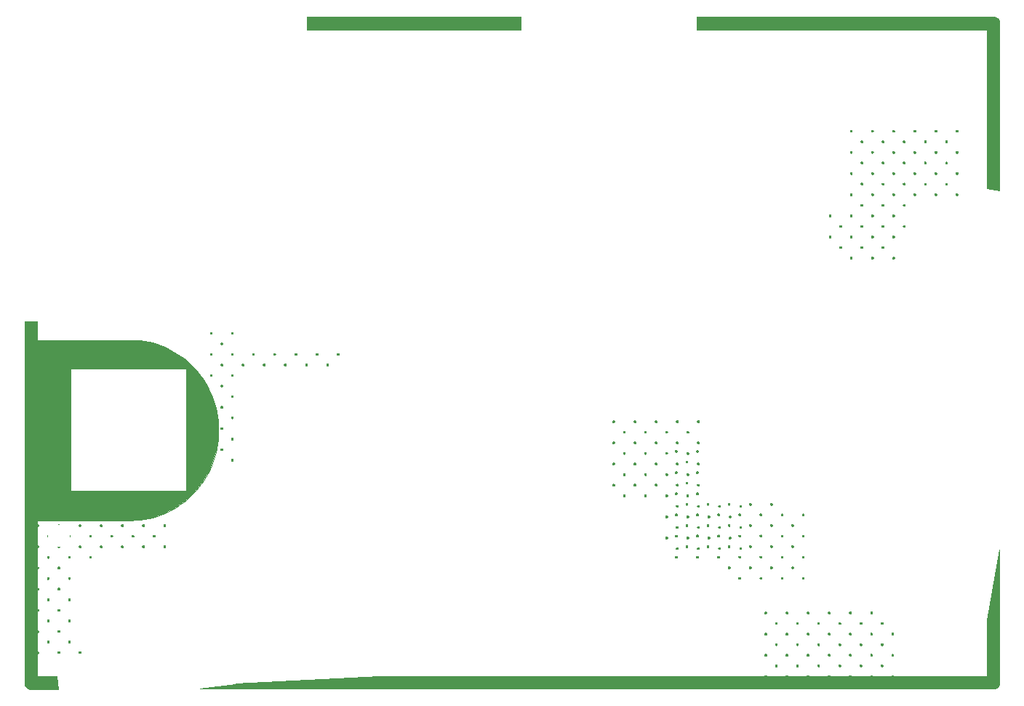
<source format=gto>
G04 #@! TF.GenerationSoftware,KiCad,Pcbnew,(6.0.7)*
G04 #@! TF.CreationDate,2022-09-02T23:16:08-07:00*
G04 #@! TF.ProjectId,Klotz_02_Plate,4b6c6f74-7a5f-4303-925f-506c6174652e,0.1*
G04 #@! TF.SameCoordinates,Original*
G04 #@! TF.FileFunction,Legend,Top*
G04 #@! TF.FilePolarity,Positive*
%FSLAX46Y46*%
G04 Gerber Fmt 4.6, Leading zero omitted, Abs format (unit mm)*
G04 Created by KiCad (PCBNEW (6.0.7)) date 2022-09-02 23:16:08*
%MOMM*%
%LPD*%
G01*
G04 APERTURE LIST*
%ADD10C,0.010000*%
%ADD11C,3.600000*%
%ADD12C,2.600000*%
G04 APERTURE END LIST*
D10*
G36*
X98666997Y-112676409D02*
G01*
X98672908Y-112676533D01*
X98678731Y-112676905D01*
X98684462Y-112677525D01*
X98690094Y-112678393D01*
X98695622Y-112679509D01*
X98701042Y-112680873D01*
X98706349Y-112682485D01*
X98711536Y-112684345D01*
X98716600Y-112686453D01*
X98721534Y-112688809D01*
X98726334Y-112691414D01*
X98730995Y-112694266D01*
X98735511Y-112697366D01*
X98739877Y-112700714D01*
X98744087Y-112704310D01*
X98748138Y-112708155D01*
X98751983Y-112712786D01*
X98755580Y-112717427D01*
X98758928Y-112722089D01*
X98762029Y-112726783D01*
X98764882Y-112731518D01*
X98767486Y-112736304D01*
X98769843Y-112741153D01*
X98771951Y-112746074D01*
X98773812Y-112751078D01*
X98775424Y-112756175D01*
X98776788Y-112761375D01*
X98777904Y-112766690D01*
X98778773Y-112772128D01*
X98779393Y-112777700D01*
X98779765Y-112783417D01*
X98779889Y-112789290D01*
X98779804Y-112795200D01*
X98779537Y-112801022D01*
X98779075Y-112806751D01*
X98778400Y-112812383D01*
X98777499Y-112817911D01*
X98776354Y-112823330D01*
X98774951Y-112828636D01*
X98773274Y-112833823D01*
X98771308Y-112838886D01*
X98769036Y-112843820D01*
X98766445Y-112848619D01*
X98763517Y-112853279D01*
X98760238Y-112857795D01*
X98756593Y-112862160D01*
X98752564Y-112866370D01*
X98748138Y-112870420D01*
X98743506Y-112874265D01*
X98738864Y-112877861D01*
X98734201Y-112881209D01*
X98729507Y-112884310D01*
X98724771Y-112887162D01*
X98719984Y-112889767D01*
X98715135Y-112892123D01*
X98710214Y-112894232D01*
X98705209Y-112896092D01*
X98700112Y-112897705D01*
X98694912Y-112899069D01*
X98689597Y-112900185D01*
X98684159Y-112901054D01*
X98678587Y-112901674D01*
X98672869Y-112902046D01*
X98666997Y-112902170D01*
X98661086Y-112902027D01*
X98655264Y-112901600D01*
X98649538Y-112900897D01*
X98643914Y-112899924D01*
X98638399Y-112898687D01*
X98632998Y-112897193D01*
X98627719Y-112895449D01*
X98622568Y-112893460D01*
X98617551Y-112891234D01*
X98612675Y-112888777D01*
X98607946Y-112886094D01*
X98603371Y-112883194D01*
X98598957Y-112880081D01*
X98594709Y-112876763D01*
X98590634Y-112873246D01*
X98586738Y-112869537D01*
X98583029Y-112865642D01*
X98579512Y-112861566D01*
X98576194Y-112857318D01*
X98573082Y-112852904D01*
X98570181Y-112848329D01*
X98567499Y-112843600D01*
X98565041Y-112838724D01*
X98562815Y-112833708D01*
X98560826Y-112828557D01*
X98559082Y-112823278D01*
X98557588Y-112817878D01*
X98556352Y-112812363D01*
X98555379Y-112806739D01*
X98554676Y-112801013D01*
X98554249Y-112795192D01*
X98554106Y-112789282D01*
X98554191Y-112783372D01*
X98554457Y-112777549D01*
X98554920Y-112771820D01*
X98555594Y-112766188D01*
X98556496Y-112760660D01*
X98557640Y-112755241D01*
X98559044Y-112749935D01*
X98560720Y-112744748D01*
X98562687Y-112739684D01*
X98564958Y-112734750D01*
X98567550Y-112729951D01*
X98570477Y-112725290D01*
X98573756Y-112720775D01*
X98577402Y-112716409D01*
X98581430Y-112712198D01*
X98585856Y-112708147D01*
X98590488Y-112704303D01*
X98595131Y-112700707D01*
X98599794Y-112697358D01*
X98604488Y-112694258D01*
X98609223Y-112691406D01*
X98614010Y-112688802D01*
X98618859Y-112686446D01*
X98623781Y-112684338D01*
X98628785Y-112682477D01*
X98633882Y-112680865D01*
X98639082Y-112679501D01*
X98644396Y-112678385D01*
X98649835Y-112677517D01*
X98655407Y-112676897D01*
X98661124Y-112676525D01*
X98666997Y-112676401D01*
X98666997Y-112676409D01*
G37*
X98666997Y-112676409D02*
X98672908Y-112676533D01*
X98678731Y-112676905D01*
X98684462Y-112677525D01*
X98690094Y-112678393D01*
X98695622Y-112679509D01*
X98701042Y-112680873D01*
X98706349Y-112682485D01*
X98711536Y-112684345D01*
X98716600Y-112686453D01*
X98721534Y-112688809D01*
X98726334Y-112691414D01*
X98730995Y-112694266D01*
X98735511Y-112697366D01*
X98739877Y-112700714D01*
X98744087Y-112704310D01*
X98748138Y-112708155D01*
X98751983Y-112712786D01*
X98755580Y-112717427D01*
X98758928Y-112722089D01*
X98762029Y-112726783D01*
X98764882Y-112731518D01*
X98767486Y-112736304D01*
X98769843Y-112741153D01*
X98771951Y-112746074D01*
X98773812Y-112751078D01*
X98775424Y-112756175D01*
X98776788Y-112761375D01*
X98777904Y-112766690D01*
X98778773Y-112772128D01*
X98779393Y-112777700D01*
X98779765Y-112783417D01*
X98779889Y-112789290D01*
X98779804Y-112795200D01*
X98779537Y-112801022D01*
X98779075Y-112806751D01*
X98778400Y-112812383D01*
X98777499Y-112817911D01*
X98776354Y-112823330D01*
X98774951Y-112828636D01*
X98773274Y-112833823D01*
X98771308Y-112838886D01*
X98769036Y-112843820D01*
X98766445Y-112848619D01*
X98763517Y-112853279D01*
X98760238Y-112857795D01*
X98756593Y-112862160D01*
X98752564Y-112866370D01*
X98748138Y-112870420D01*
X98743506Y-112874265D01*
X98738864Y-112877861D01*
X98734201Y-112881209D01*
X98729507Y-112884310D01*
X98724771Y-112887162D01*
X98719984Y-112889767D01*
X98715135Y-112892123D01*
X98710214Y-112894232D01*
X98705209Y-112896092D01*
X98700112Y-112897705D01*
X98694912Y-112899069D01*
X98689597Y-112900185D01*
X98684159Y-112901054D01*
X98678587Y-112901674D01*
X98672869Y-112902046D01*
X98666997Y-112902170D01*
X98661086Y-112902027D01*
X98655264Y-112901600D01*
X98649538Y-112900897D01*
X98643914Y-112899924D01*
X98638399Y-112898687D01*
X98632998Y-112897193D01*
X98627719Y-112895449D01*
X98622568Y-112893460D01*
X98617551Y-112891234D01*
X98612675Y-112888777D01*
X98607946Y-112886094D01*
X98603371Y-112883194D01*
X98598957Y-112880081D01*
X98594709Y-112876763D01*
X98590634Y-112873246D01*
X98586738Y-112869537D01*
X98583029Y-112865642D01*
X98579512Y-112861566D01*
X98576194Y-112857318D01*
X98573082Y-112852904D01*
X98570181Y-112848329D01*
X98567499Y-112843600D01*
X98565041Y-112838724D01*
X98562815Y-112833708D01*
X98560826Y-112828557D01*
X98559082Y-112823278D01*
X98557588Y-112817878D01*
X98556352Y-112812363D01*
X98555379Y-112806739D01*
X98554676Y-112801013D01*
X98554249Y-112795192D01*
X98554106Y-112789282D01*
X98554191Y-112783372D01*
X98554457Y-112777549D01*
X98554920Y-112771820D01*
X98555594Y-112766188D01*
X98556496Y-112760660D01*
X98557640Y-112755241D01*
X98559044Y-112749935D01*
X98560720Y-112744748D01*
X98562687Y-112739684D01*
X98564958Y-112734750D01*
X98567550Y-112729951D01*
X98570477Y-112725290D01*
X98573756Y-112720775D01*
X98577402Y-112716409D01*
X98581430Y-112712198D01*
X98585856Y-112708147D01*
X98590488Y-112704303D01*
X98595131Y-112700707D01*
X98599794Y-112697358D01*
X98604488Y-112694258D01*
X98609223Y-112691406D01*
X98614010Y-112688802D01*
X98618859Y-112686446D01*
X98623781Y-112684338D01*
X98628785Y-112682477D01*
X98633882Y-112680865D01*
X98639082Y-112679501D01*
X98644396Y-112678385D01*
X98649835Y-112677517D01*
X98655407Y-112676897D01*
X98661124Y-112676525D01*
X98666997Y-112676401D01*
X98666997Y-112676409D01*
G36*
X90054350Y-123756744D02*
G01*
X90060173Y-123757116D01*
X90065903Y-123757736D01*
X90071535Y-123758605D01*
X90077064Y-123759721D01*
X90082484Y-123761085D01*
X90087790Y-123762697D01*
X90092978Y-123764557D01*
X90098041Y-123766665D01*
X90102976Y-123769021D01*
X90107776Y-123771625D01*
X90112436Y-123774477D01*
X90116952Y-123777578D01*
X90121318Y-123780926D01*
X90125529Y-123784522D01*
X90129580Y-123788366D01*
X90133425Y-123792997D01*
X90137021Y-123797639D01*
X90140370Y-123802301D01*
X90143471Y-123806994D01*
X90146323Y-123811729D01*
X90148928Y-123816516D01*
X90151284Y-123821364D01*
X90153393Y-123826285D01*
X90155253Y-123831289D01*
X90156866Y-123836386D01*
X90158230Y-123841586D01*
X90159346Y-123846900D01*
X90160214Y-123852337D01*
X90160834Y-123857909D01*
X90161206Y-123863626D01*
X90161330Y-123869497D01*
X90161245Y-123875408D01*
X90160979Y-123881230D01*
X90160517Y-123886959D01*
X90159842Y-123892591D01*
X90158940Y-123898119D01*
X90157796Y-123903538D01*
X90156393Y-123908844D01*
X90154716Y-123914031D01*
X90152749Y-123919094D01*
X90150478Y-123924028D01*
X90147886Y-123928827D01*
X90144959Y-123933487D01*
X90141680Y-123938002D01*
X90138034Y-123942368D01*
X90134006Y-123946578D01*
X90129580Y-123950628D01*
X90124948Y-123954473D01*
X90120305Y-123958069D01*
X90115642Y-123961418D01*
X90110948Y-123964518D01*
X90106213Y-123967371D01*
X90101426Y-123969976D01*
X90096577Y-123972333D01*
X90091655Y-123974442D01*
X90086651Y-123976302D01*
X90081554Y-123977915D01*
X90076353Y-123979280D01*
X90071039Y-123980396D01*
X90065601Y-123981265D01*
X90060028Y-123981885D01*
X90054311Y-123982258D01*
X90048439Y-123982382D01*
X90042528Y-123982297D01*
X90036705Y-123982030D01*
X90030975Y-123981568D01*
X90025343Y-123980893D01*
X90019814Y-123979991D01*
X90014394Y-123978846D01*
X90009088Y-123977443D01*
X90003900Y-123975766D01*
X89998836Y-123973800D01*
X89993902Y-123971528D01*
X89989102Y-123968936D01*
X89984442Y-123966009D01*
X89979926Y-123962729D01*
X89975560Y-123959083D01*
X89971349Y-123955055D01*
X89967298Y-123950628D01*
X89963453Y-123945997D01*
X89959857Y-123941356D01*
X89956508Y-123936694D01*
X89953407Y-123932000D01*
X89950555Y-123927265D01*
X89947950Y-123922479D01*
X89945594Y-123917630D01*
X89943485Y-123912709D01*
X89941625Y-123907705D01*
X89940012Y-123902609D01*
X89938648Y-123897409D01*
X89937532Y-123892095D01*
X89936664Y-123886657D01*
X89936044Y-123881085D01*
X89935672Y-123875369D01*
X89935548Y-123869497D01*
X89935633Y-123863587D01*
X89935899Y-123857765D01*
X89936362Y-123852035D01*
X89937036Y-123846404D01*
X89937938Y-123840876D01*
X89939082Y-123835456D01*
X89940485Y-123830151D01*
X89942162Y-123824964D01*
X89944129Y-123819901D01*
X89946400Y-123814967D01*
X89948991Y-123810167D01*
X89951919Y-123805507D01*
X89955198Y-123800992D01*
X89958844Y-123796627D01*
X89962872Y-123792416D01*
X89967298Y-123788366D01*
X89971930Y-123784522D01*
X89976573Y-123780926D01*
X89981236Y-123777578D01*
X89985930Y-123774477D01*
X89990665Y-123771625D01*
X89995452Y-123769021D01*
X90000301Y-123766665D01*
X90005223Y-123764557D01*
X90010227Y-123762697D01*
X90015324Y-123761085D01*
X90020524Y-123759721D01*
X90025838Y-123758605D01*
X90031277Y-123757736D01*
X90036849Y-123757116D01*
X90042566Y-123756744D01*
X90048439Y-123756620D01*
X90054350Y-123756744D01*
G37*
X90054350Y-123756744D02*
X90060173Y-123757116D01*
X90065903Y-123757736D01*
X90071535Y-123758605D01*
X90077064Y-123759721D01*
X90082484Y-123761085D01*
X90087790Y-123762697D01*
X90092978Y-123764557D01*
X90098041Y-123766665D01*
X90102976Y-123769021D01*
X90107776Y-123771625D01*
X90112436Y-123774477D01*
X90116952Y-123777578D01*
X90121318Y-123780926D01*
X90125529Y-123784522D01*
X90129580Y-123788366D01*
X90133425Y-123792997D01*
X90137021Y-123797639D01*
X90140370Y-123802301D01*
X90143471Y-123806994D01*
X90146323Y-123811729D01*
X90148928Y-123816516D01*
X90151284Y-123821364D01*
X90153393Y-123826285D01*
X90155253Y-123831289D01*
X90156866Y-123836386D01*
X90158230Y-123841586D01*
X90159346Y-123846900D01*
X90160214Y-123852337D01*
X90160834Y-123857909D01*
X90161206Y-123863626D01*
X90161330Y-123869497D01*
X90161245Y-123875408D01*
X90160979Y-123881230D01*
X90160517Y-123886959D01*
X90159842Y-123892591D01*
X90158940Y-123898119D01*
X90157796Y-123903538D01*
X90156393Y-123908844D01*
X90154716Y-123914031D01*
X90152749Y-123919094D01*
X90150478Y-123924028D01*
X90147886Y-123928827D01*
X90144959Y-123933487D01*
X90141680Y-123938002D01*
X90138034Y-123942368D01*
X90134006Y-123946578D01*
X90129580Y-123950628D01*
X90124948Y-123954473D01*
X90120305Y-123958069D01*
X90115642Y-123961418D01*
X90110948Y-123964518D01*
X90106213Y-123967371D01*
X90101426Y-123969976D01*
X90096577Y-123972333D01*
X90091655Y-123974442D01*
X90086651Y-123976302D01*
X90081554Y-123977915D01*
X90076353Y-123979280D01*
X90071039Y-123980396D01*
X90065601Y-123981265D01*
X90060028Y-123981885D01*
X90054311Y-123982258D01*
X90048439Y-123982382D01*
X90042528Y-123982297D01*
X90036705Y-123982030D01*
X90030975Y-123981568D01*
X90025343Y-123980893D01*
X90019814Y-123979991D01*
X90014394Y-123978846D01*
X90009088Y-123977443D01*
X90003900Y-123975766D01*
X89998836Y-123973800D01*
X89993902Y-123971528D01*
X89989102Y-123968936D01*
X89984442Y-123966009D01*
X89979926Y-123962729D01*
X89975560Y-123959083D01*
X89971349Y-123955055D01*
X89967298Y-123950628D01*
X89963453Y-123945997D01*
X89959857Y-123941356D01*
X89956508Y-123936694D01*
X89953407Y-123932000D01*
X89950555Y-123927265D01*
X89947950Y-123922479D01*
X89945594Y-123917630D01*
X89943485Y-123912709D01*
X89941625Y-123907705D01*
X89940012Y-123902609D01*
X89938648Y-123897409D01*
X89937532Y-123892095D01*
X89936664Y-123886657D01*
X89936044Y-123881085D01*
X89935672Y-123875369D01*
X89935548Y-123869497D01*
X89935633Y-123863587D01*
X89935899Y-123857765D01*
X89936362Y-123852035D01*
X89937036Y-123846404D01*
X89937938Y-123840876D01*
X89939082Y-123835456D01*
X89940485Y-123830151D01*
X89942162Y-123824964D01*
X89944129Y-123819901D01*
X89946400Y-123814967D01*
X89948991Y-123810167D01*
X89951919Y-123805507D01*
X89955198Y-123800992D01*
X89958844Y-123796627D01*
X89962872Y-123792416D01*
X89967298Y-123788366D01*
X89971930Y-123784522D01*
X89976573Y-123780926D01*
X89981236Y-123777578D01*
X89985930Y-123774477D01*
X89990665Y-123771625D01*
X89995452Y-123769021D01*
X90000301Y-123766665D01*
X90005223Y-123764557D01*
X90010227Y-123762697D01*
X90015324Y-123761085D01*
X90020524Y-123759721D01*
X90025838Y-123758605D01*
X90031277Y-123757736D01*
X90036849Y-123757116D01*
X90042566Y-123756744D01*
X90048439Y-123756620D01*
X90054350Y-123756744D01*
G36*
X161930933Y-105268562D02*
G01*
X161936757Y-105268934D01*
X161942487Y-105269554D01*
X161948120Y-105270423D01*
X161953648Y-105271539D01*
X161959068Y-105272903D01*
X161964375Y-105274515D01*
X161969562Y-105276375D01*
X161974626Y-105278484D01*
X161979560Y-105280840D01*
X161984359Y-105283444D01*
X161989019Y-105286297D01*
X161993535Y-105289398D01*
X161997900Y-105292746D01*
X162002110Y-105296343D01*
X162006161Y-105300188D01*
X162010005Y-105304819D01*
X162013601Y-105309460D01*
X162016950Y-105314123D01*
X162020050Y-105318816D01*
X162022903Y-105323551D01*
X162025508Y-105328337D01*
X162027865Y-105333186D01*
X162029974Y-105338107D01*
X162031835Y-105343111D01*
X162033447Y-105348208D01*
X162034812Y-105353408D01*
X162035929Y-105358721D01*
X162036797Y-105364159D01*
X162037418Y-105369731D01*
X162037790Y-105375448D01*
X162037914Y-105381319D01*
X162037829Y-105387230D01*
X162037563Y-105393053D01*
X162037100Y-105398783D01*
X162036425Y-105404415D01*
X162035524Y-105409943D01*
X162034379Y-105415363D01*
X162032976Y-105420669D01*
X162031298Y-105425856D01*
X162029332Y-105430919D01*
X162027060Y-105435853D01*
X162024469Y-105440653D01*
X162021541Y-105445313D01*
X162018262Y-105449828D01*
X162014616Y-105454193D01*
X162010587Y-105458404D01*
X162006161Y-105462454D01*
X162001530Y-105466298D01*
X161996888Y-105469894D01*
X161992226Y-105473242D01*
X161987532Y-105476343D01*
X161982797Y-105479195D01*
X161978011Y-105481799D01*
X161973162Y-105484155D01*
X161968241Y-105486263D01*
X161963236Y-105488123D01*
X161958139Y-105489735D01*
X161952938Y-105491100D01*
X161947624Y-105492216D01*
X161942185Y-105493084D01*
X161936612Y-105493704D01*
X161930895Y-105494076D01*
X161925022Y-105494200D01*
X161925030Y-105494207D01*
X161919118Y-105494064D01*
X161913296Y-105493637D01*
X161907570Y-105492934D01*
X161901945Y-105491961D01*
X161896429Y-105490724D01*
X161891029Y-105489231D01*
X161885749Y-105487486D01*
X161880598Y-105485498D01*
X161875581Y-105483271D01*
X161870705Y-105480814D01*
X161865976Y-105478131D01*
X161861401Y-105475231D01*
X161856987Y-105472118D01*
X161852739Y-105468800D01*
X161848664Y-105465283D01*
X161844768Y-105461574D01*
X161841059Y-105457679D01*
X161837542Y-105453604D01*
X161834224Y-105449356D01*
X161831112Y-105444941D01*
X161828212Y-105440366D01*
X161825530Y-105435637D01*
X161823072Y-105430762D01*
X161820846Y-105425745D01*
X161818858Y-105420594D01*
X161817114Y-105415315D01*
X161815620Y-105409915D01*
X161814383Y-105404400D01*
X161813411Y-105398776D01*
X161812708Y-105393051D01*
X161812281Y-105387229D01*
X161812137Y-105381319D01*
X161812261Y-105375409D01*
X161812633Y-105369586D01*
X161813253Y-105363857D01*
X161814122Y-105358226D01*
X161815238Y-105352698D01*
X161816602Y-105347278D01*
X161818214Y-105341972D01*
X161820074Y-105336785D01*
X161822182Y-105331722D01*
X161824538Y-105326789D01*
X161827142Y-105321989D01*
X161829994Y-105317329D01*
X161833095Y-105312814D01*
X161836443Y-105308448D01*
X161840039Y-105304238D01*
X161843883Y-105300188D01*
X161848514Y-105296343D01*
X161853156Y-105292746D01*
X161857819Y-105289398D01*
X161862513Y-105286297D01*
X161867248Y-105283444D01*
X161872035Y-105280840D01*
X161876884Y-105278484D01*
X161881806Y-105276375D01*
X161886811Y-105274515D01*
X161891908Y-105272903D01*
X161897109Y-105271539D01*
X161902423Y-105270423D01*
X161907861Y-105269554D01*
X161913434Y-105268934D01*
X161919150Y-105268562D01*
X161925022Y-105268438D01*
X161930933Y-105268562D01*
G37*
X161930933Y-105268562D02*
X161936757Y-105268934D01*
X161942487Y-105269554D01*
X161948120Y-105270423D01*
X161953648Y-105271539D01*
X161959068Y-105272903D01*
X161964375Y-105274515D01*
X161969562Y-105276375D01*
X161974626Y-105278484D01*
X161979560Y-105280840D01*
X161984359Y-105283444D01*
X161989019Y-105286297D01*
X161993535Y-105289398D01*
X161997900Y-105292746D01*
X162002110Y-105296343D01*
X162006161Y-105300188D01*
X162010005Y-105304819D01*
X162013601Y-105309460D01*
X162016950Y-105314123D01*
X162020050Y-105318816D01*
X162022903Y-105323551D01*
X162025508Y-105328337D01*
X162027865Y-105333186D01*
X162029974Y-105338107D01*
X162031835Y-105343111D01*
X162033447Y-105348208D01*
X162034812Y-105353408D01*
X162035929Y-105358721D01*
X162036797Y-105364159D01*
X162037418Y-105369731D01*
X162037790Y-105375448D01*
X162037914Y-105381319D01*
X162037829Y-105387230D01*
X162037563Y-105393053D01*
X162037100Y-105398783D01*
X162036425Y-105404415D01*
X162035524Y-105409943D01*
X162034379Y-105415363D01*
X162032976Y-105420669D01*
X162031298Y-105425856D01*
X162029332Y-105430919D01*
X162027060Y-105435853D01*
X162024469Y-105440653D01*
X162021541Y-105445313D01*
X162018262Y-105449828D01*
X162014616Y-105454193D01*
X162010587Y-105458404D01*
X162006161Y-105462454D01*
X162001530Y-105466298D01*
X161996888Y-105469894D01*
X161992226Y-105473242D01*
X161987532Y-105476343D01*
X161982797Y-105479195D01*
X161978011Y-105481799D01*
X161973162Y-105484155D01*
X161968241Y-105486263D01*
X161963236Y-105488123D01*
X161958139Y-105489735D01*
X161952938Y-105491100D01*
X161947624Y-105492216D01*
X161942185Y-105493084D01*
X161936612Y-105493704D01*
X161930895Y-105494076D01*
X161925022Y-105494200D01*
X161925030Y-105494207D01*
X161919118Y-105494064D01*
X161913296Y-105493637D01*
X161907570Y-105492934D01*
X161901945Y-105491961D01*
X161896429Y-105490724D01*
X161891029Y-105489231D01*
X161885749Y-105487486D01*
X161880598Y-105485498D01*
X161875581Y-105483271D01*
X161870705Y-105480814D01*
X161865976Y-105478131D01*
X161861401Y-105475231D01*
X161856987Y-105472118D01*
X161852739Y-105468800D01*
X161848664Y-105465283D01*
X161844768Y-105461574D01*
X161841059Y-105457679D01*
X161837542Y-105453604D01*
X161834224Y-105449356D01*
X161831112Y-105444941D01*
X161828212Y-105440366D01*
X161825530Y-105435637D01*
X161823072Y-105430762D01*
X161820846Y-105425745D01*
X161818858Y-105420594D01*
X161817114Y-105415315D01*
X161815620Y-105409915D01*
X161814383Y-105404400D01*
X161813411Y-105398776D01*
X161812708Y-105393051D01*
X161812281Y-105387229D01*
X161812137Y-105381319D01*
X161812261Y-105375409D01*
X161812633Y-105369586D01*
X161813253Y-105363857D01*
X161814122Y-105358226D01*
X161815238Y-105352698D01*
X161816602Y-105347278D01*
X161818214Y-105341972D01*
X161820074Y-105336785D01*
X161822182Y-105331722D01*
X161824538Y-105326789D01*
X161827142Y-105321989D01*
X161829994Y-105317329D01*
X161833095Y-105312814D01*
X161836443Y-105308448D01*
X161840039Y-105304238D01*
X161843883Y-105300188D01*
X161848514Y-105296343D01*
X161853156Y-105292746D01*
X161857819Y-105289398D01*
X161862513Y-105286297D01*
X161867248Y-105283444D01*
X161872035Y-105280840D01*
X161876884Y-105278484D01*
X161881806Y-105276375D01*
X161886811Y-105274515D01*
X161891908Y-105272903D01*
X161897109Y-105271539D01*
X161902423Y-105270423D01*
X161907861Y-105269554D01*
X161913434Y-105268934D01*
X161919150Y-105268562D01*
X161925022Y-105268438D01*
X161930933Y-105268562D01*
G36*
X178504809Y-127767608D02*
G01*
X178510633Y-127767874D01*
X178516364Y-127768337D01*
X178521996Y-127769011D01*
X178527526Y-127769913D01*
X178532946Y-127771058D01*
X178538253Y-127772461D01*
X178543442Y-127774138D01*
X178548506Y-127776104D01*
X178553440Y-127778375D01*
X178558241Y-127780966D01*
X178562901Y-127783893D01*
X178567417Y-127787171D01*
X178571783Y-127790816D01*
X178575993Y-127794844D01*
X178580044Y-127799269D01*
X178583888Y-127803900D01*
X178587484Y-127808541D01*
X178590833Y-127813203D01*
X178593934Y-127817897D01*
X178596786Y-127822632D01*
X178599391Y-127827418D01*
X178601748Y-127832267D01*
X178603857Y-127837188D01*
X178605718Y-127842191D01*
X178607330Y-127847288D01*
X178608695Y-127852488D01*
X178609812Y-127857802D01*
X178610680Y-127863240D01*
X178611301Y-127868812D01*
X178611673Y-127874528D01*
X178611797Y-127880400D01*
X178611712Y-127886311D01*
X178611446Y-127892135D01*
X178610983Y-127897865D01*
X178610309Y-127903497D01*
X178609407Y-127909026D01*
X178608262Y-127914446D01*
X178606859Y-127919753D01*
X178605181Y-127924940D01*
X178603215Y-127930003D01*
X178600943Y-127934937D01*
X178598352Y-127939737D01*
X178595424Y-127944397D01*
X178592145Y-127948912D01*
X178588498Y-127953278D01*
X178584470Y-127957488D01*
X178580044Y-127961538D01*
X178575411Y-127965383D01*
X178570769Y-127968979D01*
X178566105Y-127972327D01*
X178561411Y-127975427D01*
X178556675Y-127978279D01*
X178551888Y-127980883D01*
X178547039Y-127983240D01*
X178542117Y-127985348D01*
X178537112Y-127987208D01*
X178532015Y-127988820D01*
X178526814Y-127990184D01*
X178521499Y-127991300D01*
X178516061Y-127992168D01*
X178510488Y-127992788D01*
X178504770Y-127993160D01*
X178498897Y-127993284D01*
X178498897Y-127993292D01*
X178492987Y-127993148D01*
X178487165Y-127992722D01*
X178481439Y-127992019D01*
X178475815Y-127991046D01*
X178470300Y-127989809D01*
X178464899Y-127988315D01*
X178459620Y-127986571D01*
X178454469Y-127984582D01*
X178449452Y-127982356D01*
X178444576Y-127979898D01*
X178439847Y-127977216D01*
X178435272Y-127974315D01*
X178430858Y-127971202D01*
X178426610Y-127967884D01*
X178422534Y-127964367D01*
X178418639Y-127960658D01*
X178414929Y-127956763D01*
X178411413Y-127952688D01*
X178408094Y-127948439D01*
X178404982Y-127944024D01*
X178402081Y-127939449D01*
X178399399Y-127934721D01*
X178396941Y-127929845D01*
X178394715Y-127924828D01*
X178392726Y-127919677D01*
X178390982Y-127914398D01*
X178389488Y-127908997D01*
X178388252Y-127903482D01*
X178387278Y-127897858D01*
X178386575Y-127892132D01*
X178386149Y-127886310D01*
X178386005Y-127880400D01*
X178386129Y-127874489D01*
X178386501Y-127868667D01*
X178387121Y-127862938D01*
X178387989Y-127857306D01*
X178389105Y-127851778D01*
X178390469Y-127846359D01*
X178392082Y-127841053D01*
X178393942Y-127835866D01*
X178396050Y-127830803D01*
X178398406Y-127825869D01*
X178401010Y-127821070D01*
X178403862Y-127816410D01*
X178406962Y-127811894D01*
X178410311Y-127807529D01*
X178413907Y-127803319D01*
X178417751Y-127799269D01*
X178422385Y-127795424D01*
X178427029Y-127791828D01*
X178431693Y-127788480D01*
X178436388Y-127785380D01*
X178441124Y-127782528D01*
X178445912Y-127779924D01*
X178450762Y-127777567D01*
X178455684Y-127775459D01*
X178460688Y-127773599D01*
X178465785Y-127771987D01*
X178470985Y-127770623D01*
X178476299Y-127769507D01*
X178481737Y-127768639D01*
X178487309Y-127768019D01*
X178493026Y-127767647D01*
X178498897Y-127767523D01*
X178504809Y-127767608D01*
G37*
X178504809Y-127767608D02*
X178510633Y-127767874D01*
X178516364Y-127768337D01*
X178521996Y-127769011D01*
X178527526Y-127769913D01*
X178532946Y-127771058D01*
X178538253Y-127772461D01*
X178543442Y-127774138D01*
X178548506Y-127776104D01*
X178553440Y-127778375D01*
X178558241Y-127780966D01*
X178562901Y-127783893D01*
X178567417Y-127787171D01*
X178571783Y-127790816D01*
X178575993Y-127794844D01*
X178580044Y-127799269D01*
X178583888Y-127803900D01*
X178587484Y-127808541D01*
X178590833Y-127813203D01*
X178593934Y-127817897D01*
X178596786Y-127822632D01*
X178599391Y-127827418D01*
X178601748Y-127832267D01*
X178603857Y-127837188D01*
X178605718Y-127842191D01*
X178607330Y-127847288D01*
X178608695Y-127852488D01*
X178609812Y-127857802D01*
X178610680Y-127863240D01*
X178611301Y-127868812D01*
X178611673Y-127874528D01*
X178611797Y-127880400D01*
X178611712Y-127886311D01*
X178611446Y-127892135D01*
X178610983Y-127897865D01*
X178610309Y-127903497D01*
X178609407Y-127909026D01*
X178608262Y-127914446D01*
X178606859Y-127919753D01*
X178605181Y-127924940D01*
X178603215Y-127930003D01*
X178600943Y-127934937D01*
X178598352Y-127939737D01*
X178595424Y-127944397D01*
X178592145Y-127948912D01*
X178588498Y-127953278D01*
X178584470Y-127957488D01*
X178580044Y-127961538D01*
X178575411Y-127965383D01*
X178570769Y-127968979D01*
X178566105Y-127972327D01*
X178561411Y-127975427D01*
X178556675Y-127978279D01*
X178551888Y-127980883D01*
X178547039Y-127983240D01*
X178542117Y-127985348D01*
X178537112Y-127987208D01*
X178532015Y-127988820D01*
X178526814Y-127990184D01*
X178521499Y-127991300D01*
X178516061Y-127992168D01*
X178510488Y-127992788D01*
X178504770Y-127993160D01*
X178498897Y-127993284D01*
X178498897Y-127993292D01*
X178492987Y-127993148D01*
X178487165Y-127992722D01*
X178481439Y-127992019D01*
X178475815Y-127991046D01*
X178470300Y-127989809D01*
X178464899Y-127988315D01*
X178459620Y-127986571D01*
X178454469Y-127984582D01*
X178449452Y-127982356D01*
X178444576Y-127979898D01*
X178439847Y-127977216D01*
X178435272Y-127974315D01*
X178430858Y-127971202D01*
X178426610Y-127967884D01*
X178422534Y-127964367D01*
X178418639Y-127960658D01*
X178414929Y-127956763D01*
X178411413Y-127952688D01*
X178408094Y-127948439D01*
X178404982Y-127944024D01*
X178402081Y-127939449D01*
X178399399Y-127934721D01*
X178396941Y-127929845D01*
X178394715Y-127924828D01*
X178392726Y-127919677D01*
X178390982Y-127914398D01*
X178389488Y-127908997D01*
X178388252Y-127903482D01*
X178387278Y-127897858D01*
X178386575Y-127892132D01*
X178386149Y-127886310D01*
X178386005Y-127880400D01*
X178386129Y-127874489D01*
X178386501Y-127868667D01*
X178387121Y-127862938D01*
X178387989Y-127857306D01*
X178389105Y-127851778D01*
X178390469Y-127846359D01*
X178392082Y-127841053D01*
X178393942Y-127835866D01*
X178396050Y-127830803D01*
X178398406Y-127825869D01*
X178401010Y-127821070D01*
X178403862Y-127816410D01*
X178406962Y-127811894D01*
X178410311Y-127807529D01*
X178413907Y-127803319D01*
X178417751Y-127799269D01*
X178422385Y-127795424D01*
X178427029Y-127791828D01*
X178431693Y-127788480D01*
X178436388Y-127785380D01*
X178441124Y-127782528D01*
X178445912Y-127779924D01*
X178450762Y-127777567D01*
X178455684Y-127775459D01*
X178460688Y-127773599D01*
X178465785Y-127771987D01*
X178470985Y-127770623D01*
X178476299Y-127769507D01*
X178481737Y-127768639D01*
X178487309Y-127768019D01*
X178493026Y-127767647D01*
X178498897Y-127767523D01*
X178504809Y-127767608D01*
G36*
X173009556Y-119040213D02*
G01*
X173009548Y-119040213D01*
X173009552Y-119040212D01*
X173009556Y-119040213D01*
G37*
X173009556Y-119040213D02*
X173009548Y-119040213D01*
X173009552Y-119040212D01*
X173009556Y-119040213D01*
G36*
X182311372Y-75368480D02*
G01*
X182317195Y-75368746D01*
X182322924Y-75369209D01*
X182328556Y-75369883D01*
X182334085Y-75370785D01*
X182339505Y-75371929D01*
X182344812Y-75373332D01*
X182350000Y-75375009D01*
X182355064Y-75376976D01*
X182359999Y-75379247D01*
X182364800Y-75381838D01*
X182369461Y-75384766D01*
X182373978Y-75388045D01*
X182378345Y-75391690D01*
X182382556Y-75395718D01*
X182386608Y-75400145D01*
X182390452Y-75404776D01*
X182394048Y-75409418D01*
X182397396Y-75414081D01*
X182400497Y-75418774D01*
X182403349Y-75423509D01*
X182405953Y-75428296D01*
X182408309Y-75433145D01*
X182410417Y-75438066D01*
X182412277Y-75443069D01*
X182413890Y-75448166D01*
X182415254Y-75453366D01*
X182416370Y-75458680D01*
X182417238Y-75464118D01*
X182417858Y-75469690D01*
X182418230Y-75475407D01*
X182418354Y-75481279D01*
X182418230Y-75487190D01*
X182417858Y-75493013D01*
X182417238Y-75498742D01*
X182416370Y-75504374D01*
X182415254Y-75509902D01*
X182413890Y-75515322D01*
X182412277Y-75520628D01*
X182410417Y-75525815D01*
X182408309Y-75530878D01*
X182405953Y-75535812D01*
X182403349Y-75540612D01*
X182400497Y-75545272D01*
X182397396Y-75549788D01*
X182394048Y-75554153D01*
X182390452Y-75558364D01*
X182386608Y-75562414D01*
X182381976Y-75566259D01*
X182377333Y-75569855D01*
X182372669Y-75573204D01*
X182367974Y-75576304D01*
X182363238Y-75579156D01*
X182358450Y-75581761D01*
X182353600Y-75584117D01*
X182348678Y-75586225D01*
X182343674Y-75588085D01*
X182338576Y-75589698D01*
X182333375Y-75591062D01*
X182328061Y-75592178D01*
X182322622Y-75593046D01*
X182317050Y-75593666D01*
X182311333Y-75594038D01*
X182305462Y-75594162D01*
X182299550Y-75594038D01*
X182293726Y-75593666D01*
X182287995Y-75593046D01*
X182282363Y-75592178D01*
X182276833Y-75591062D01*
X182271413Y-75589698D01*
X182266106Y-75588085D01*
X182260917Y-75586225D01*
X182255853Y-75584117D01*
X182250919Y-75581761D01*
X182246118Y-75579156D01*
X182241458Y-75576304D01*
X182236942Y-75573204D01*
X182232576Y-75569855D01*
X182228366Y-75566259D01*
X182224315Y-75562414D01*
X182220471Y-75557782D01*
X182216875Y-75553140D01*
X182213527Y-75548477D01*
X182210427Y-75543783D01*
X182207574Y-75539048D01*
X182204970Y-75534262D01*
X182202614Y-75529413D01*
X182200506Y-75524492D01*
X182198646Y-75519488D01*
X182197034Y-75514391D01*
X182195670Y-75509191D01*
X182194554Y-75503878D01*
X182193686Y-75498440D01*
X182193066Y-75492868D01*
X182192694Y-75487151D01*
X182192570Y-75481279D01*
X182192655Y-75475369D01*
X182192921Y-75469546D01*
X182193383Y-75463816D01*
X182194057Y-75458184D01*
X182194958Y-75452656D01*
X182196102Y-75447236D01*
X182197505Y-75441930D01*
X182199181Y-75436743D01*
X182201147Y-75431680D01*
X182203418Y-75426746D01*
X182206009Y-75421946D01*
X182208936Y-75417286D01*
X182212215Y-75412771D01*
X182215861Y-75408405D01*
X182219889Y-75404195D01*
X182224315Y-75400145D01*
X182228948Y-75396300D01*
X182233590Y-75392703D01*
X182238254Y-75389354D01*
X182242948Y-75386254D01*
X182247684Y-75383401D01*
X182252471Y-75380797D01*
X182257320Y-75378440D01*
X182262242Y-75376332D01*
X182267247Y-75374472D01*
X182272344Y-75372859D01*
X182277545Y-75371495D01*
X182282859Y-75370379D01*
X182288298Y-75369511D01*
X182293871Y-75368891D01*
X182299589Y-75368519D01*
X182305462Y-75368395D01*
X182311372Y-75368480D01*
G37*
X182311372Y-75368480D02*
X182317195Y-75368746D01*
X182322924Y-75369209D01*
X182328556Y-75369883D01*
X182334085Y-75370785D01*
X182339505Y-75371929D01*
X182344812Y-75373332D01*
X182350000Y-75375009D01*
X182355064Y-75376976D01*
X182359999Y-75379247D01*
X182364800Y-75381838D01*
X182369461Y-75384766D01*
X182373978Y-75388045D01*
X182378345Y-75391690D01*
X182382556Y-75395718D01*
X182386608Y-75400145D01*
X182390452Y-75404776D01*
X182394048Y-75409418D01*
X182397396Y-75414081D01*
X182400497Y-75418774D01*
X182403349Y-75423509D01*
X182405953Y-75428296D01*
X182408309Y-75433145D01*
X182410417Y-75438066D01*
X182412277Y-75443069D01*
X182413890Y-75448166D01*
X182415254Y-75453366D01*
X182416370Y-75458680D01*
X182417238Y-75464118D01*
X182417858Y-75469690D01*
X182418230Y-75475407D01*
X182418354Y-75481279D01*
X182418230Y-75487190D01*
X182417858Y-75493013D01*
X182417238Y-75498742D01*
X182416370Y-75504374D01*
X182415254Y-75509902D01*
X182413890Y-75515322D01*
X182412277Y-75520628D01*
X182410417Y-75525815D01*
X182408309Y-75530878D01*
X182405953Y-75535812D01*
X182403349Y-75540612D01*
X182400497Y-75545272D01*
X182397396Y-75549788D01*
X182394048Y-75554153D01*
X182390452Y-75558364D01*
X182386608Y-75562414D01*
X182381976Y-75566259D01*
X182377333Y-75569855D01*
X182372669Y-75573204D01*
X182367974Y-75576304D01*
X182363238Y-75579156D01*
X182358450Y-75581761D01*
X182353600Y-75584117D01*
X182348678Y-75586225D01*
X182343674Y-75588085D01*
X182338576Y-75589698D01*
X182333375Y-75591062D01*
X182328061Y-75592178D01*
X182322622Y-75593046D01*
X182317050Y-75593666D01*
X182311333Y-75594038D01*
X182305462Y-75594162D01*
X182299550Y-75594038D01*
X182293726Y-75593666D01*
X182287995Y-75593046D01*
X182282363Y-75592178D01*
X182276833Y-75591062D01*
X182271413Y-75589698D01*
X182266106Y-75588085D01*
X182260917Y-75586225D01*
X182255853Y-75584117D01*
X182250919Y-75581761D01*
X182246118Y-75579156D01*
X182241458Y-75576304D01*
X182236942Y-75573204D01*
X182232576Y-75569855D01*
X182228366Y-75566259D01*
X182224315Y-75562414D01*
X182220471Y-75557782D01*
X182216875Y-75553140D01*
X182213527Y-75548477D01*
X182210427Y-75543783D01*
X182207574Y-75539048D01*
X182204970Y-75534262D01*
X182202614Y-75529413D01*
X182200506Y-75524492D01*
X182198646Y-75519488D01*
X182197034Y-75514391D01*
X182195670Y-75509191D01*
X182194554Y-75503878D01*
X182193686Y-75498440D01*
X182193066Y-75492868D01*
X182192694Y-75487151D01*
X182192570Y-75481279D01*
X182192655Y-75475369D01*
X182192921Y-75469546D01*
X182193383Y-75463816D01*
X182194057Y-75458184D01*
X182194958Y-75452656D01*
X182196102Y-75447236D01*
X182197505Y-75441930D01*
X182199181Y-75436743D01*
X182201147Y-75431680D01*
X182203418Y-75426746D01*
X182206009Y-75421946D01*
X182208936Y-75417286D01*
X182212215Y-75412771D01*
X182215861Y-75408405D01*
X182219889Y-75404195D01*
X182224315Y-75400145D01*
X182228948Y-75396300D01*
X182233590Y-75392703D01*
X182238254Y-75389354D01*
X182242948Y-75386254D01*
X182247684Y-75383401D01*
X182252471Y-75380797D01*
X182257320Y-75378440D01*
X182262242Y-75376332D01*
X182267247Y-75374472D01*
X182272344Y-75372859D01*
X182277545Y-75371495D01*
X182282859Y-75370379D01*
X182288298Y-75369511D01*
X182293871Y-75368891D01*
X182299589Y-75368519D01*
X182305462Y-75368395D01*
X182311372Y-75368480D01*
G36*
X186001512Y-66754095D02*
G01*
X186007334Y-66754467D01*
X186013064Y-66755087D01*
X186018696Y-66755955D01*
X186024224Y-66757072D01*
X186029645Y-66758436D01*
X186034951Y-66760048D01*
X186040139Y-66761908D01*
X186045203Y-66764017D01*
X186050137Y-66766373D01*
X186054937Y-66768977D01*
X186059598Y-66771830D01*
X186064114Y-66774930D01*
X186068479Y-66778279D01*
X186072690Y-66781875D01*
X186076740Y-66785720D01*
X186080586Y-66790352D01*
X186084183Y-66794994D01*
X186087532Y-66799656D01*
X186090633Y-66804350D01*
X186093486Y-66809085D01*
X186096091Y-66813872D01*
X186098448Y-66818720D01*
X186100556Y-66823641D01*
X186102417Y-66828645D01*
X186104029Y-66833742D01*
X186105393Y-66838942D01*
X186106509Y-66844256D01*
X186107377Y-66849694D01*
X186107997Y-66855266D01*
X186108370Y-66860983D01*
X186108494Y-66866855D01*
X186108370Y-66872765D01*
X186107997Y-66878588D01*
X186107377Y-66884318D01*
X186106509Y-66889950D01*
X186105393Y-66895478D01*
X186104029Y-66900898D01*
X186102417Y-66906204D01*
X186100556Y-66911391D01*
X186098448Y-66916454D01*
X186096091Y-66921388D01*
X186093486Y-66926187D01*
X186090633Y-66930847D01*
X186087532Y-66935363D01*
X186084183Y-66939728D01*
X186080586Y-66943939D01*
X186076740Y-66947989D01*
X186072108Y-66951834D01*
X186067465Y-66955431D01*
X186062802Y-66958779D01*
X186058108Y-66961880D01*
X186053372Y-66964732D01*
X186048585Y-66967336D01*
X186043736Y-66969693D01*
X186038814Y-66971801D01*
X186033810Y-66973661D01*
X186028713Y-66975274D01*
X186023513Y-66976638D01*
X186018199Y-66977754D01*
X186012761Y-66978622D01*
X186007190Y-66979242D01*
X186001473Y-66979614D01*
X185995601Y-66979738D01*
X185989691Y-66979595D01*
X185983869Y-66979168D01*
X185978143Y-66978465D01*
X185972519Y-66977492D01*
X185967003Y-66976256D01*
X185961603Y-66974762D01*
X185956323Y-66973018D01*
X185951172Y-66971029D01*
X185946155Y-66968803D01*
X185941279Y-66966346D01*
X185936550Y-66963664D01*
X185931974Y-66960763D01*
X185927559Y-66957651D01*
X185923310Y-66954333D01*
X185919235Y-66950817D01*
X185915339Y-66947108D01*
X185911629Y-66943212D01*
X185908112Y-66939138D01*
X185904794Y-66934890D01*
X185901681Y-66930475D01*
X185898780Y-66925901D01*
X185896097Y-66921172D01*
X185893639Y-66916297D01*
X185891413Y-66911280D01*
X185889424Y-66906129D01*
X185887679Y-66900851D01*
X185886185Y-66895451D01*
X185884948Y-66889936D01*
X185883975Y-66884312D01*
X185883272Y-66878586D01*
X185882845Y-66872765D01*
X185882702Y-66866855D01*
X185882787Y-66860944D01*
X185883053Y-66855121D01*
X185883516Y-66849391D01*
X185884190Y-66843760D01*
X185885092Y-66838232D01*
X185886237Y-66832812D01*
X185887640Y-66827506D01*
X185889317Y-66822319D01*
X185891284Y-66817256D01*
X185893555Y-66812322D01*
X185896147Y-66807522D01*
X185899075Y-66802862D01*
X185902354Y-66798346D01*
X185906000Y-66793981D01*
X185910029Y-66789770D01*
X185914455Y-66785720D01*
X185919088Y-66781875D01*
X185923730Y-66778279D01*
X185928393Y-66774930D01*
X185933088Y-66771830D01*
X185937823Y-66768977D01*
X185942611Y-66766373D01*
X185947460Y-66764017D01*
X185952382Y-66761908D01*
X185957386Y-66760048D01*
X185962484Y-66758436D01*
X185967685Y-66757072D01*
X185972999Y-66755955D01*
X185978438Y-66755087D01*
X185984011Y-66754467D01*
X185989729Y-66754095D01*
X185995601Y-66753971D01*
X186001512Y-66754095D01*
G37*
X186001512Y-66754095D02*
X186007334Y-66754467D01*
X186013064Y-66755087D01*
X186018696Y-66755955D01*
X186024224Y-66757072D01*
X186029645Y-66758436D01*
X186034951Y-66760048D01*
X186040139Y-66761908D01*
X186045203Y-66764017D01*
X186050137Y-66766373D01*
X186054937Y-66768977D01*
X186059598Y-66771830D01*
X186064114Y-66774930D01*
X186068479Y-66778279D01*
X186072690Y-66781875D01*
X186076740Y-66785720D01*
X186080586Y-66790352D01*
X186084183Y-66794994D01*
X186087532Y-66799656D01*
X186090633Y-66804350D01*
X186093486Y-66809085D01*
X186096091Y-66813872D01*
X186098448Y-66818720D01*
X186100556Y-66823641D01*
X186102417Y-66828645D01*
X186104029Y-66833742D01*
X186105393Y-66838942D01*
X186106509Y-66844256D01*
X186107377Y-66849694D01*
X186107997Y-66855266D01*
X186108370Y-66860983D01*
X186108494Y-66866855D01*
X186108370Y-66872765D01*
X186107997Y-66878588D01*
X186107377Y-66884318D01*
X186106509Y-66889950D01*
X186105393Y-66895478D01*
X186104029Y-66900898D01*
X186102417Y-66906204D01*
X186100556Y-66911391D01*
X186098448Y-66916454D01*
X186096091Y-66921388D01*
X186093486Y-66926187D01*
X186090633Y-66930847D01*
X186087532Y-66935363D01*
X186084183Y-66939728D01*
X186080586Y-66943939D01*
X186076740Y-66947989D01*
X186072108Y-66951834D01*
X186067465Y-66955431D01*
X186062802Y-66958779D01*
X186058108Y-66961880D01*
X186053372Y-66964732D01*
X186048585Y-66967336D01*
X186043736Y-66969693D01*
X186038814Y-66971801D01*
X186033810Y-66973661D01*
X186028713Y-66975274D01*
X186023513Y-66976638D01*
X186018199Y-66977754D01*
X186012761Y-66978622D01*
X186007190Y-66979242D01*
X186001473Y-66979614D01*
X185995601Y-66979738D01*
X185989691Y-66979595D01*
X185983869Y-66979168D01*
X185978143Y-66978465D01*
X185972519Y-66977492D01*
X185967003Y-66976256D01*
X185961603Y-66974762D01*
X185956323Y-66973018D01*
X185951172Y-66971029D01*
X185946155Y-66968803D01*
X185941279Y-66966346D01*
X185936550Y-66963664D01*
X185931974Y-66960763D01*
X185927559Y-66957651D01*
X185923310Y-66954333D01*
X185919235Y-66950817D01*
X185915339Y-66947108D01*
X185911629Y-66943212D01*
X185908112Y-66939138D01*
X185904794Y-66934890D01*
X185901681Y-66930475D01*
X185898780Y-66925901D01*
X185896097Y-66921172D01*
X185893639Y-66916297D01*
X185891413Y-66911280D01*
X185889424Y-66906129D01*
X185887679Y-66900851D01*
X185886185Y-66895451D01*
X185884948Y-66889936D01*
X185883975Y-66884312D01*
X185883272Y-66878586D01*
X185882845Y-66872765D01*
X185882702Y-66866855D01*
X185882787Y-66860944D01*
X185883053Y-66855121D01*
X185883516Y-66849391D01*
X185884190Y-66843760D01*
X185885092Y-66838232D01*
X185886237Y-66832812D01*
X185887640Y-66827506D01*
X185889317Y-66822319D01*
X185891284Y-66817256D01*
X185893555Y-66812322D01*
X185896147Y-66807522D01*
X185899075Y-66802862D01*
X185902354Y-66798346D01*
X185906000Y-66793981D01*
X185910029Y-66789770D01*
X185914455Y-66785720D01*
X185919088Y-66781875D01*
X185923730Y-66778279D01*
X185928393Y-66774930D01*
X185933088Y-66771830D01*
X185937823Y-66768977D01*
X185942611Y-66766373D01*
X185947460Y-66764017D01*
X185952382Y-66761908D01*
X185957386Y-66760048D01*
X185962484Y-66758436D01*
X185967685Y-66757072D01*
X185972999Y-66755955D01*
X185978438Y-66755087D01*
X185984011Y-66754467D01*
X185989729Y-66754095D01*
X185995601Y-66753971D01*
X186001512Y-66754095D01*
G36*
X174246690Y-117583443D02*
G01*
X174252512Y-117583815D01*
X174258242Y-117584435D01*
X174263873Y-117585303D01*
X174269401Y-117586419D01*
X174274821Y-117587783D01*
X174280127Y-117589395D01*
X174285314Y-117591255D01*
X174290378Y-117593363D01*
X174295312Y-117595719D01*
X174300112Y-117598324D01*
X174304773Y-117601176D01*
X174309289Y-117604276D01*
X174313655Y-117607624D01*
X174317867Y-117611220D01*
X174321918Y-117615065D01*
X174325763Y-117619696D01*
X174329359Y-117624337D01*
X174332707Y-117628999D01*
X174335807Y-117633693D01*
X174338659Y-117638427D01*
X174341263Y-117643214D01*
X174343620Y-117648063D01*
X174345728Y-117652984D01*
X174347588Y-117657987D01*
X174349200Y-117663084D01*
X174350564Y-117668284D01*
X174351680Y-117673598D01*
X174352548Y-117679036D01*
X174353168Y-117684608D01*
X174353540Y-117690324D01*
X174353664Y-117696196D01*
X174353540Y-117702107D01*
X174353168Y-117707931D01*
X174352548Y-117713661D01*
X174351680Y-117719293D01*
X174350564Y-117724822D01*
X174349200Y-117730242D01*
X174347588Y-117735549D01*
X174345728Y-117740736D01*
X174343620Y-117745799D01*
X174341263Y-117750733D01*
X174338659Y-117755533D01*
X174335807Y-117760193D01*
X174332707Y-117764708D01*
X174329359Y-117769074D01*
X174325763Y-117773284D01*
X174321918Y-117777334D01*
X174317286Y-117781178D01*
X174312643Y-117784775D01*
X174307980Y-117788123D01*
X174303286Y-117791223D01*
X174298550Y-117794075D01*
X174293763Y-117796679D01*
X174288914Y-117799035D01*
X174283992Y-117801144D01*
X174278988Y-117803004D01*
X174273891Y-117804616D01*
X174268691Y-117805980D01*
X174263377Y-117807096D01*
X174257940Y-117807964D01*
X174252368Y-117808584D01*
X174246651Y-117808956D01*
X174240780Y-117809080D01*
X174240780Y-117809088D01*
X174234869Y-117808944D01*
X174229047Y-117808518D01*
X174223321Y-117807814D01*
X174217698Y-117806841D01*
X174212182Y-117805605D01*
X174206782Y-117804111D01*
X174201503Y-117802367D01*
X174196351Y-117800378D01*
X174191335Y-117798152D01*
X174186459Y-117795694D01*
X174181730Y-117793012D01*
X174177155Y-117790111D01*
X174172740Y-117786998D01*
X174168492Y-117783680D01*
X174164417Y-117780163D01*
X174160521Y-117776454D01*
X174156812Y-117772558D01*
X174153295Y-117768483D01*
X174149977Y-117764235D01*
X174146864Y-117759820D01*
X174143964Y-117755245D01*
X174141281Y-117750517D01*
X174138824Y-117745641D01*
X174136597Y-117740624D01*
X174134609Y-117735473D01*
X174132864Y-117730194D01*
X174131371Y-117724793D01*
X174130134Y-117719278D01*
X174129161Y-117713654D01*
X174128458Y-117707928D01*
X174128031Y-117702106D01*
X174127887Y-117696196D01*
X174127973Y-117690285D01*
X174128239Y-117684463D01*
X174128702Y-117678734D01*
X174129376Y-117673102D01*
X174130278Y-117667574D01*
X174131423Y-117662155D01*
X174132826Y-117656849D01*
X174134503Y-117651662D01*
X174136470Y-117646599D01*
X174138741Y-117641665D01*
X174141333Y-117636866D01*
X174144261Y-117632206D01*
X174147540Y-117627690D01*
X174151186Y-117623325D01*
X174155215Y-117619115D01*
X174159641Y-117615065D01*
X174164272Y-117611220D01*
X174168913Y-117607624D01*
X174173576Y-117604276D01*
X174178269Y-117601176D01*
X174183004Y-117598324D01*
X174187791Y-117595719D01*
X174192640Y-117593363D01*
X174197561Y-117591255D01*
X174202565Y-117589395D01*
X174207662Y-117587783D01*
X174212863Y-117586419D01*
X174218178Y-117585303D01*
X174223616Y-117584435D01*
X174229189Y-117583815D01*
X174234907Y-117583443D01*
X174240780Y-117583319D01*
X174246690Y-117583443D01*
G37*
X174246690Y-117583443D02*
X174252512Y-117583815D01*
X174258242Y-117584435D01*
X174263873Y-117585303D01*
X174269401Y-117586419D01*
X174274821Y-117587783D01*
X174280127Y-117589395D01*
X174285314Y-117591255D01*
X174290378Y-117593363D01*
X174295312Y-117595719D01*
X174300112Y-117598324D01*
X174304773Y-117601176D01*
X174309289Y-117604276D01*
X174313655Y-117607624D01*
X174317867Y-117611220D01*
X174321918Y-117615065D01*
X174325763Y-117619696D01*
X174329359Y-117624337D01*
X174332707Y-117628999D01*
X174335807Y-117633693D01*
X174338659Y-117638427D01*
X174341263Y-117643214D01*
X174343620Y-117648063D01*
X174345728Y-117652984D01*
X174347588Y-117657987D01*
X174349200Y-117663084D01*
X174350564Y-117668284D01*
X174351680Y-117673598D01*
X174352548Y-117679036D01*
X174353168Y-117684608D01*
X174353540Y-117690324D01*
X174353664Y-117696196D01*
X174353540Y-117702107D01*
X174353168Y-117707931D01*
X174352548Y-117713661D01*
X174351680Y-117719293D01*
X174350564Y-117724822D01*
X174349200Y-117730242D01*
X174347588Y-117735549D01*
X174345728Y-117740736D01*
X174343620Y-117745799D01*
X174341263Y-117750733D01*
X174338659Y-117755533D01*
X174335807Y-117760193D01*
X174332707Y-117764708D01*
X174329359Y-117769074D01*
X174325763Y-117773284D01*
X174321918Y-117777334D01*
X174317286Y-117781178D01*
X174312643Y-117784775D01*
X174307980Y-117788123D01*
X174303286Y-117791223D01*
X174298550Y-117794075D01*
X174293763Y-117796679D01*
X174288914Y-117799035D01*
X174283992Y-117801144D01*
X174278988Y-117803004D01*
X174273891Y-117804616D01*
X174268691Y-117805980D01*
X174263377Y-117807096D01*
X174257940Y-117807964D01*
X174252368Y-117808584D01*
X174246651Y-117808956D01*
X174240780Y-117809080D01*
X174240780Y-117809088D01*
X174234869Y-117808944D01*
X174229047Y-117808518D01*
X174223321Y-117807814D01*
X174217698Y-117806841D01*
X174212182Y-117805605D01*
X174206782Y-117804111D01*
X174201503Y-117802367D01*
X174196351Y-117800378D01*
X174191335Y-117798152D01*
X174186459Y-117795694D01*
X174181730Y-117793012D01*
X174177155Y-117790111D01*
X174172740Y-117786998D01*
X174168492Y-117783680D01*
X174164417Y-117780163D01*
X174160521Y-117776454D01*
X174156812Y-117772558D01*
X174153295Y-117768483D01*
X174149977Y-117764235D01*
X174146864Y-117759820D01*
X174143964Y-117755245D01*
X174141281Y-117750517D01*
X174138824Y-117745641D01*
X174136597Y-117740624D01*
X174134609Y-117735473D01*
X174132864Y-117730194D01*
X174131371Y-117724793D01*
X174130134Y-117719278D01*
X174129161Y-117713654D01*
X174128458Y-117707928D01*
X174128031Y-117702106D01*
X174127887Y-117696196D01*
X174127973Y-117690285D01*
X174128239Y-117684463D01*
X174128702Y-117678734D01*
X174129376Y-117673102D01*
X174130278Y-117667574D01*
X174131423Y-117662155D01*
X174132826Y-117656849D01*
X174134503Y-117651662D01*
X174136470Y-117646599D01*
X174138741Y-117641665D01*
X174141333Y-117636866D01*
X174144261Y-117632206D01*
X174147540Y-117627690D01*
X174151186Y-117623325D01*
X174155215Y-117619115D01*
X174159641Y-117615065D01*
X174164272Y-117611220D01*
X174168913Y-117607624D01*
X174173576Y-117604276D01*
X174178269Y-117601176D01*
X174183004Y-117598324D01*
X174187791Y-117595719D01*
X174192640Y-117593363D01*
X174197561Y-117591255D01*
X174202565Y-117589395D01*
X174207662Y-117587783D01*
X174212863Y-117586419D01*
X174218178Y-117585303D01*
X174223616Y-117584435D01*
X174229189Y-117583815D01*
X174234907Y-117583443D01*
X174240780Y-117583319D01*
X174246690Y-117583443D01*
G36*
X175477914Y-116352303D02*
G01*
X175483737Y-116352675D01*
X175489467Y-116353295D01*
X175495098Y-116354163D01*
X175500627Y-116355280D01*
X175506047Y-116356644D01*
X175511354Y-116358256D01*
X175516542Y-116360117D01*
X175521606Y-116362225D01*
X175526541Y-116364582D01*
X175531342Y-116367186D01*
X175536003Y-116370039D01*
X175540520Y-116373139D01*
X175544887Y-116376488D01*
X175549098Y-116380084D01*
X175553150Y-116383928D01*
X175556994Y-116388559D01*
X175560590Y-116393201D01*
X175563939Y-116397863D01*
X175567039Y-116402556D01*
X175569891Y-116407291D01*
X175572495Y-116412078D01*
X175574851Y-116416926D01*
X175576959Y-116421847D01*
X175578819Y-116426851D01*
X175580432Y-116431948D01*
X175581796Y-116437148D01*
X175582912Y-116442462D01*
X175583780Y-116447899D01*
X175584400Y-116453471D01*
X175584772Y-116459188D01*
X175584896Y-116465059D01*
X175584772Y-116470970D01*
X175584400Y-116476793D01*
X175583780Y-116482523D01*
X175582912Y-116488155D01*
X175581796Y-116493683D01*
X175580432Y-116499103D01*
X175578819Y-116504409D01*
X175576959Y-116509596D01*
X175574851Y-116514659D01*
X175572495Y-116519593D01*
X175569891Y-116524393D01*
X175567039Y-116529053D01*
X175563939Y-116533568D01*
X175560590Y-116537934D01*
X175556994Y-116542144D01*
X175553150Y-116546194D01*
X175548516Y-116550038D01*
X175543873Y-116553634D01*
X175539208Y-116556983D01*
X175534513Y-116560083D01*
X175529777Y-116562935D01*
X175524989Y-116565539D01*
X175520139Y-116567895D01*
X175515218Y-116570004D01*
X175510213Y-116571864D01*
X175505116Y-116573476D01*
X175499916Y-116574840D01*
X175494602Y-116575956D01*
X175489164Y-116576824D01*
X175483592Y-116577444D01*
X175477875Y-116577816D01*
X175472004Y-116577940D01*
X175472004Y-116577948D01*
X175466093Y-116577804D01*
X175460271Y-116577377D01*
X175454545Y-116576674D01*
X175448921Y-116575701D01*
X175443406Y-116574465D01*
X175438005Y-116572971D01*
X175432726Y-116571226D01*
X175427574Y-116569238D01*
X175422557Y-116567012D01*
X175417681Y-116564554D01*
X175412952Y-116561872D01*
X175408377Y-116558971D01*
X175403961Y-116555858D01*
X175399713Y-116552541D01*
X175395637Y-116549024D01*
X175391741Y-116545314D01*
X175388032Y-116541419D01*
X175384514Y-116537344D01*
X175381196Y-116533096D01*
X175378083Y-116528681D01*
X175375182Y-116524106D01*
X175372499Y-116519378D01*
X175370041Y-116514502D01*
X175367815Y-116509485D01*
X175365826Y-116504334D01*
X175364081Y-116499056D01*
X175362587Y-116493655D01*
X175361351Y-116488140D01*
X175360377Y-116482517D01*
X175359674Y-116476791D01*
X175359248Y-116470970D01*
X175359104Y-116465059D01*
X175359189Y-116459149D01*
X175359455Y-116453327D01*
X175359918Y-116447597D01*
X175360593Y-116441966D01*
X175361494Y-116436438D01*
X175362639Y-116431018D01*
X175364042Y-116425713D01*
X175365720Y-116420526D01*
X175367686Y-116415463D01*
X175369958Y-116410529D01*
X175372549Y-116405729D01*
X175375477Y-116401069D01*
X175378756Y-116396554D01*
X175382402Y-116392189D01*
X175386431Y-116387978D01*
X175390857Y-116383928D01*
X175395490Y-116380084D01*
X175400132Y-116376488D01*
X175404796Y-116373139D01*
X175409490Y-116370039D01*
X175414226Y-116367186D01*
X175419013Y-116364582D01*
X175423862Y-116362225D01*
X175428784Y-116360117D01*
X175433789Y-116358256D01*
X175438886Y-116356644D01*
X175444087Y-116355280D01*
X175449401Y-116354163D01*
X175454840Y-116353295D01*
X175460413Y-116352675D01*
X175466131Y-116352303D01*
X175472004Y-116352179D01*
X175477914Y-116352303D01*
G37*
X175477914Y-116352303D02*
X175483737Y-116352675D01*
X175489467Y-116353295D01*
X175495098Y-116354163D01*
X175500627Y-116355280D01*
X175506047Y-116356644D01*
X175511354Y-116358256D01*
X175516542Y-116360117D01*
X175521606Y-116362225D01*
X175526541Y-116364582D01*
X175531342Y-116367186D01*
X175536003Y-116370039D01*
X175540520Y-116373139D01*
X175544887Y-116376488D01*
X175549098Y-116380084D01*
X175553150Y-116383928D01*
X175556994Y-116388559D01*
X175560590Y-116393201D01*
X175563939Y-116397863D01*
X175567039Y-116402556D01*
X175569891Y-116407291D01*
X175572495Y-116412078D01*
X175574851Y-116416926D01*
X175576959Y-116421847D01*
X175578819Y-116426851D01*
X175580432Y-116431948D01*
X175581796Y-116437148D01*
X175582912Y-116442462D01*
X175583780Y-116447899D01*
X175584400Y-116453471D01*
X175584772Y-116459188D01*
X175584896Y-116465059D01*
X175584772Y-116470970D01*
X175584400Y-116476793D01*
X175583780Y-116482523D01*
X175582912Y-116488155D01*
X175581796Y-116493683D01*
X175580432Y-116499103D01*
X175578819Y-116504409D01*
X175576959Y-116509596D01*
X175574851Y-116514659D01*
X175572495Y-116519593D01*
X175569891Y-116524393D01*
X175567039Y-116529053D01*
X175563939Y-116533568D01*
X175560590Y-116537934D01*
X175556994Y-116542144D01*
X175553150Y-116546194D01*
X175548516Y-116550038D01*
X175543873Y-116553634D01*
X175539208Y-116556983D01*
X175534513Y-116560083D01*
X175529777Y-116562935D01*
X175524989Y-116565539D01*
X175520139Y-116567895D01*
X175515218Y-116570004D01*
X175510213Y-116571864D01*
X175505116Y-116573476D01*
X175499916Y-116574840D01*
X175494602Y-116575956D01*
X175489164Y-116576824D01*
X175483592Y-116577444D01*
X175477875Y-116577816D01*
X175472004Y-116577940D01*
X175472004Y-116577948D01*
X175466093Y-116577804D01*
X175460271Y-116577377D01*
X175454545Y-116576674D01*
X175448921Y-116575701D01*
X175443406Y-116574465D01*
X175438005Y-116572971D01*
X175432726Y-116571226D01*
X175427574Y-116569238D01*
X175422557Y-116567012D01*
X175417681Y-116564554D01*
X175412952Y-116561872D01*
X175408377Y-116558971D01*
X175403961Y-116555858D01*
X175399713Y-116552541D01*
X175395637Y-116549024D01*
X175391741Y-116545314D01*
X175388032Y-116541419D01*
X175384514Y-116537344D01*
X175381196Y-116533096D01*
X175378083Y-116528681D01*
X175375182Y-116524106D01*
X175372499Y-116519378D01*
X175370041Y-116514502D01*
X175367815Y-116509485D01*
X175365826Y-116504334D01*
X175364081Y-116499056D01*
X175362587Y-116493655D01*
X175361351Y-116488140D01*
X175360377Y-116482517D01*
X175359674Y-116476791D01*
X175359248Y-116470970D01*
X175359104Y-116465059D01*
X175359189Y-116459149D01*
X175359455Y-116453327D01*
X175359918Y-116447597D01*
X175360593Y-116441966D01*
X175361494Y-116436438D01*
X175362639Y-116431018D01*
X175364042Y-116425713D01*
X175365720Y-116420526D01*
X175367686Y-116415463D01*
X175369958Y-116410529D01*
X175372549Y-116405729D01*
X175375477Y-116401069D01*
X175378756Y-116396554D01*
X175382402Y-116392189D01*
X175386431Y-116387978D01*
X175390857Y-116383928D01*
X175395490Y-116380084D01*
X175400132Y-116376488D01*
X175404796Y-116373139D01*
X175409490Y-116370039D01*
X175414226Y-116367186D01*
X175419013Y-116364582D01*
X175423862Y-116362225D01*
X175428784Y-116360117D01*
X175433789Y-116358256D01*
X175438886Y-116356644D01*
X175444087Y-116355280D01*
X175449401Y-116354163D01*
X175454840Y-116353295D01*
X175460413Y-116352675D01*
X175466131Y-116352303D01*
X175472004Y-116352179D01*
X175477914Y-116352303D01*
G36*
X90048439Y-116369814D02*
G01*
X90054350Y-116369938D01*
X90060174Y-116370310D01*
X90065904Y-116370930D01*
X90071536Y-116371798D01*
X90077064Y-116372914D01*
X90082484Y-116374278D01*
X90087791Y-116375890D01*
X90092978Y-116377750D01*
X90098042Y-116379859D01*
X90102976Y-116382215D01*
X90107776Y-116384819D01*
X90112437Y-116387671D01*
X90116952Y-116390771D01*
X90121318Y-116394119D01*
X90125529Y-116397716D01*
X90129580Y-116401560D01*
X90133425Y-116406191D01*
X90137021Y-116410833D01*
X90140370Y-116415496D01*
X90143471Y-116420190D01*
X90146323Y-116424925D01*
X90148928Y-116429712D01*
X90151284Y-116434561D01*
X90153393Y-116439482D01*
X90155253Y-116444486D01*
X90156866Y-116449583D01*
X90158230Y-116454783D01*
X90159346Y-116460097D01*
X90160214Y-116465535D01*
X90160834Y-116471107D01*
X90161206Y-116476823D01*
X90161330Y-116482695D01*
X90161245Y-116488605D01*
X90160979Y-116494427D01*
X90160517Y-116500157D01*
X90159842Y-116505788D01*
X90158940Y-116511316D01*
X90157796Y-116516736D01*
X90156393Y-116522042D01*
X90154716Y-116527229D01*
X90152749Y-116532292D01*
X90150478Y-116537226D01*
X90147887Y-116542026D01*
X90144959Y-116546686D01*
X90141680Y-116551202D01*
X90138034Y-116555568D01*
X90134006Y-116559779D01*
X90129580Y-116563829D01*
X90124948Y-116567674D01*
X90120305Y-116571270D01*
X90115642Y-116574618D01*
X90110948Y-116577718D01*
X90106213Y-116580570D01*
X90101426Y-116583175D01*
X90096577Y-116585531D01*
X90091655Y-116587639D01*
X90086651Y-116589499D01*
X90081554Y-116591111D01*
X90076354Y-116592475D01*
X90071040Y-116593591D01*
X90065601Y-116594459D01*
X90060029Y-116595079D01*
X90054312Y-116595451D01*
X90048439Y-116595575D01*
X90042528Y-116595432D01*
X90036707Y-116595005D01*
X90030981Y-116594302D01*
X90025357Y-116593329D01*
X90019841Y-116592092D01*
X90014441Y-116590599D01*
X90009162Y-116588854D01*
X90004010Y-116586866D01*
X89998994Y-116584639D01*
X89994118Y-116582182D01*
X89989389Y-116579500D01*
X89984814Y-116576599D01*
X89980399Y-116573487D01*
X89976151Y-116570169D01*
X89972076Y-116566652D01*
X89968181Y-116562943D01*
X89964471Y-116559047D01*
X89960954Y-116554972D01*
X89957637Y-116550724D01*
X89954524Y-116546310D01*
X89951623Y-116541735D01*
X89948941Y-116537007D01*
X89946484Y-116532131D01*
X89944257Y-116527115D01*
X89942269Y-116521964D01*
X89940525Y-116516685D01*
X89939031Y-116511285D01*
X89937794Y-116505770D01*
X89936821Y-116500147D01*
X89936118Y-116494422D01*
X89935692Y-116488601D01*
X89935548Y-116482691D01*
X89935672Y-116476780D01*
X89936044Y-116470957D01*
X89936664Y-116465227D01*
X89937532Y-116459595D01*
X89938649Y-116454067D01*
X89940013Y-116448647D01*
X89941625Y-116443341D01*
X89943486Y-116438154D01*
X89945594Y-116433091D01*
X89947951Y-116428157D01*
X89950555Y-116423357D01*
X89953408Y-116418697D01*
X89956508Y-116414182D01*
X89959857Y-116409816D01*
X89963454Y-116405606D01*
X89967299Y-116401556D01*
X89971931Y-116397712D01*
X89976573Y-116394115D01*
X89981236Y-116390767D01*
X89985930Y-116387667D01*
X89990666Y-116384815D01*
X89995453Y-116382211D01*
X90000302Y-116379855D01*
X90005223Y-116377747D01*
X90010227Y-116375886D01*
X90015324Y-116374274D01*
X90020525Y-116372910D01*
X90025839Y-116371794D01*
X90031277Y-116370926D01*
X90036850Y-116370306D01*
X90042567Y-116369934D01*
X90048439Y-116369810D01*
X90048439Y-116369814D01*
G37*
X90048439Y-116369814D02*
X90054350Y-116369938D01*
X90060174Y-116370310D01*
X90065904Y-116370930D01*
X90071536Y-116371798D01*
X90077064Y-116372914D01*
X90082484Y-116374278D01*
X90087791Y-116375890D01*
X90092978Y-116377750D01*
X90098042Y-116379859D01*
X90102976Y-116382215D01*
X90107776Y-116384819D01*
X90112437Y-116387671D01*
X90116952Y-116390771D01*
X90121318Y-116394119D01*
X90125529Y-116397716D01*
X90129580Y-116401560D01*
X90133425Y-116406191D01*
X90137021Y-116410833D01*
X90140370Y-116415496D01*
X90143471Y-116420190D01*
X90146323Y-116424925D01*
X90148928Y-116429712D01*
X90151284Y-116434561D01*
X90153393Y-116439482D01*
X90155253Y-116444486D01*
X90156866Y-116449583D01*
X90158230Y-116454783D01*
X90159346Y-116460097D01*
X90160214Y-116465535D01*
X90160834Y-116471107D01*
X90161206Y-116476823D01*
X90161330Y-116482695D01*
X90161245Y-116488605D01*
X90160979Y-116494427D01*
X90160517Y-116500157D01*
X90159842Y-116505788D01*
X90158940Y-116511316D01*
X90157796Y-116516736D01*
X90156393Y-116522042D01*
X90154716Y-116527229D01*
X90152749Y-116532292D01*
X90150478Y-116537226D01*
X90147887Y-116542026D01*
X90144959Y-116546686D01*
X90141680Y-116551202D01*
X90138034Y-116555568D01*
X90134006Y-116559779D01*
X90129580Y-116563829D01*
X90124948Y-116567674D01*
X90120305Y-116571270D01*
X90115642Y-116574618D01*
X90110948Y-116577718D01*
X90106213Y-116580570D01*
X90101426Y-116583175D01*
X90096577Y-116585531D01*
X90091655Y-116587639D01*
X90086651Y-116589499D01*
X90081554Y-116591111D01*
X90076354Y-116592475D01*
X90071040Y-116593591D01*
X90065601Y-116594459D01*
X90060029Y-116595079D01*
X90054312Y-116595451D01*
X90048439Y-116595575D01*
X90042528Y-116595432D01*
X90036707Y-116595005D01*
X90030981Y-116594302D01*
X90025357Y-116593329D01*
X90019841Y-116592092D01*
X90014441Y-116590599D01*
X90009162Y-116588854D01*
X90004010Y-116586866D01*
X89998994Y-116584639D01*
X89994118Y-116582182D01*
X89989389Y-116579500D01*
X89984814Y-116576599D01*
X89980399Y-116573487D01*
X89976151Y-116570169D01*
X89972076Y-116566652D01*
X89968181Y-116562943D01*
X89964471Y-116559047D01*
X89960954Y-116554972D01*
X89957637Y-116550724D01*
X89954524Y-116546310D01*
X89951623Y-116541735D01*
X89948941Y-116537007D01*
X89946484Y-116532131D01*
X89944257Y-116527115D01*
X89942269Y-116521964D01*
X89940525Y-116516685D01*
X89939031Y-116511285D01*
X89937794Y-116505770D01*
X89936821Y-116500147D01*
X89936118Y-116494422D01*
X89935692Y-116488601D01*
X89935548Y-116482691D01*
X89935672Y-116476780D01*
X89936044Y-116470957D01*
X89936664Y-116465227D01*
X89937532Y-116459595D01*
X89938649Y-116454067D01*
X89940013Y-116448647D01*
X89941625Y-116443341D01*
X89943486Y-116438154D01*
X89945594Y-116433091D01*
X89947951Y-116428157D01*
X89950555Y-116423357D01*
X89953408Y-116418697D01*
X89956508Y-116414182D01*
X89959857Y-116409816D01*
X89963454Y-116405606D01*
X89967299Y-116401556D01*
X89971931Y-116397712D01*
X89976573Y-116394115D01*
X89981236Y-116390767D01*
X89985930Y-116387667D01*
X89990666Y-116384815D01*
X89995453Y-116382211D01*
X90000302Y-116379855D01*
X90005223Y-116377747D01*
X90010227Y-116375886D01*
X90015324Y-116374274D01*
X90020525Y-116372910D01*
X90025839Y-116371794D01*
X90031277Y-116370926D01*
X90036850Y-116370306D01*
X90042567Y-116369934D01*
X90048439Y-116369810D01*
X90048439Y-116369814D01*
G36*
X193388842Y-69216324D02*
G01*
X193394666Y-69216590D01*
X193400397Y-69217053D01*
X193406030Y-69217727D01*
X193411559Y-69218629D01*
X193416980Y-69219774D01*
X193422287Y-69221177D01*
X193427475Y-69222854D01*
X193432539Y-69224820D01*
X193437474Y-69227091D01*
X193442274Y-69229683D01*
X193446934Y-69232610D01*
X193451450Y-69235889D01*
X193455816Y-69239534D01*
X193460027Y-69243562D01*
X193464077Y-69247988D01*
X193467922Y-69252619D01*
X193471520Y-69257262D01*
X193474869Y-69261924D01*
X193477970Y-69266618D01*
X193480823Y-69271353D01*
X193483428Y-69276140D01*
X193485784Y-69280988D01*
X193487893Y-69285909D01*
X193489753Y-69290913D01*
X193491366Y-69296010D01*
X193492730Y-69301210D01*
X193493846Y-69306524D01*
X193494714Y-69311962D01*
X193495334Y-69317534D01*
X193495706Y-69323251D01*
X193495830Y-69329123D01*
X193495745Y-69335033D01*
X193495479Y-69340856D01*
X193495016Y-69346586D01*
X193494342Y-69352217D01*
X193493440Y-69357746D01*
X193492295Y-69363165D01*
X193490892Y-69368471D01*
X193489215Y-69373659D01*
X193487248Y-69378722D01*
X193484977Y-69383656D01*
X193482385Y-69388455D01*
X193479457Y-69393115D01*
X193476178Y-69397631D01*
X193472532Y-69401996D01*
X193468503Y-69406207D01*
X193464077Y-69410257D01*
X193459445Y-69414102D01*
X193454802Y-69417699D01*
X193450139Y-69421047D01*
X193445444Y-69424148D01*
X193440709Y-69427000D01*
X193435921Y-69429605D01*
X193431072Y-69431961D01*
X193426150Y-69434069D01*
X193421146Y-69435929D01*
X193416048Y-69437542D01*
X193410847Y-69438906D01*
X193405533Y-69440022D01*
X193400094Y-69440890D01*
X193394521Y-69441510D01*
X193388803Y-69441882D01*
X193382931Y-69442006D01*
X193377021Y-69441862D01*
X193371200Y-69441436D01*
X193365474Y-69440733D01*
X193359851Y-69439760D01*
X193354336Y-69438524D01*
X193348935Y-69437030D01*
X193343656Y-69435286D01*
X193338506Y-69433297D01*
X193333489Y-69431071D01*
X193328613Y-69428614D01*
X193323884Y-69425932D01*
X193319309Y-69423032D01*
X193314894Y-69419919D01*
X193310646Y-69416602D01*
X193306571Y-69413085D01*
X193302675Y-69409376D01*
X193298965Y-69405481D01*
X193295448Y-69401406D01*
X193292130Y-69397158D01*
X193289017Y-69392744D01*
X193286116Y-69388169D01*
X193283434Y-69383441D01*
X193280976Y-69378565D01*
X193278749Y-69373549D01*
X193276760Y-69368398D01*
X193275016Y-69363119D01*
X193273522Y-69357719D01*
X193272285Y-69352204D01*
X193271312Y-69346580D01*
X193270609Y-69340854D01*
X193270182Y-69335033D01*
X193270038Y-69329123D01*
X193270124Y-69323212D01*
X193270390Y-69317389D01*
X193270852Y-69311659D01*
X193271527Y-69306028D01*
X193272429Y-69300499D01*
X193273574Y-69295080D01*
X193274977Y-69289774D01*
X193276654Y-69284587D01*
X193278621Y-69279523D01*
X193280892Y-69274589D01*
X193283484Y-69269790D01*
X193286412Y-69265130D01*
X193289691Y-69260614D01*
X193293337Y-69256249D01*
X193297365Y-69252038D01*
X193301792Y-69247988D01*
X193306424Y-69244143D01*
X193311067Y-69240547D01*
X193315730Y-69237198D01*
X193320424Y-69234098D01*
X193325160Y-69231245D01*
X193329947Y-69228641D01*
X193334796Y-69226284D01*
X193339718Y-69224176D01*
X193344722Y-69222316D01*
X193349819Y-69220704D01*
X193355019Y-69219339D01*
X193360333Y-69218223D01*
X193365771Y-69217355D01*
X193371343Y-69216735D01*
X193377059Y-69216363D01*
X193382931Y-69216239D01*
X193388842Y-69216324D01*
G37*
X193388842Y-69216324D02*
X193394666Y-69216590D01*
X193400397Y-69217053D01*
X193406030Y-69217727D01*
X193411559Y-69218629D01*
X193416980Y-69219774D01*
X193422287Y-69221177D01*
X193427475Y-69222854D01*
X193432539Y-69224820D01*
X193437474Y-69227091D01*
X193442274Y-69229683D01*
X193446934Y-69232610D01*
X193451450Y-69235889D01*
X193455816Y-69239534D01*
X193460027Y-69243562D01*
X193464077Y-69247988D01*
X193467922Y-69252619D01*
X193471520Y-69257262D01*
X193474869Y-69261924D01*
X193477970Y-69266618D01*
X193480823Y-69271353D01*
X193483428Y-69276140D01*
X193485784Y-69280988D01*
X193487893Y-69285909D01*
X193489753Y-69290913D01*
X193491366Y-69296010D01*
X193492730Y-69301210D01*
X193493846Y-69306524D01*
X193494714Y-69311962D01*
X193495334Y-69317534D01*
X193495706Y-69323251D01*
X193495830Y-69329123D01*
X193495745Y-69335033D01*
X193495479Y-69340856D01*
X193495016Y-69346586D01*
X193494342Y-69352217D01*
X193493440Y-69357746D01*
X193492295Y-69363165D01*
X193490892Y-69368471D01*
X193489215Y-69373659D01*
X193487248Y-69378722D01*
X193484977Y-69383656D01*
X193482385Y-69388455D01*
X193479457Y-69393115D01*
X193476178Y-69397631D01*
X193472532Y-69401996D01*
X193468503Y-69406207D01*
X193464077Y-69410257D01*
X193459445Y-69414102D01*
X193454802Y-69417699D01*
X193450139Y-69421047D01*
X193445444Y-69424148D01*
X193440709Y-69427000D01*
X193435921Y-69429605D01*
X193431072Y-69431961D01*
X193426150Y-69434069D01*
X193421146Y-69435929D01*
X193416048Y-69437542D01*
X193410847Y-69438906D01*
X193405533Y-69440022D01*
X193400094Y-69440890D01*
X193394521Y-69441510D01*
X193388803Y-69441882D01*
X193382931Y-69442006D01*
X193377021Y-69441862D01*
X193371200Y-69441436D01*
X193365474Y-69440733D01*
X193359851Y-69439760D01*
X193354336Y-69438524D01*
X193348935Y-69437030D01*
X193343656Y-69435286D01*
X193338506Y-69433297D01*
X193333489Y-69431071D01*
X193328613Y-69428614D01*
X193323884Y-69425932D01*
X193319309Y-69423032D01*
X193314894Y-69419919D01*
X193310646Y-69416602D01*
X193306571Y-69413085D01*
X193302675Y-69409376D01*
X193298965Y-69405481D01*
X193295448Y-69401406D01*
X193292130Y-69397158D01*
X193289017Y-69392744D01*
X193286116Y-69388169D01*
X193283434Y-69383441D01*
X193280976Y-69378565D01*
X193278749Y-69373549D01*
X193276760Y-69368398D01*
X193275016Y-69363119D01*
X193273522Y-69357719D01*
X193272285Y-69352204D01*
X193271312Y-69346580D01*
X193270609Y-69340854D01*
X193270182Y-69335033D01*
X193270038Y-69329123D01*
X193270124Y-69323212D01*
X193270390Y-69317389D01*
X193270852Y-69311659D01*
X193271527Y-69306028D01*
X193272429Y-69300499D01*
X193273574Y-69295080D01*
X193274977Y-69289774D01*
X193276654Y-69284587D01*
X193278621Y-69279523D01*
X193280892Y-69274589D01*
X193283484Y-69269790D01*
X193286412Y-69265130D01*
X193289691Y-69260614D01*
X193293337Y-69256249D01*
X193297365Y-69252038D01*
X193301792Y-69247988D01*
X193306424Y-69244143D01*
X193311067Y-69240547D01*
X193315730Y-69237198D01*
X193320424Y-69234098D01*
X193325160Y-69231245D01*
X193329947Y-69228641D01*
X193334796Y-69226284D01*
X193339718Y-69224176D01*
X193344722Y-69222316D01*
X193349819Y-69220704D01*
X193355019Y-69219339D01*
X193360333Y-69218223D01*
X193365771Y-69217355D01*
X193371343Y-69216735D01*
X193377059Y-69216363D01*
X193382931Y-69216239D01*
X193388842Y-69216324D01*
G36*
X188463946Y-66750569D02*
G01*
X188469770Y-66750941D01*
X188475501Y-66751561D01*
X188481133Y-66752430D01*
X188486663Y-66753546D01*
X188492083Y-66754910D01*
X188497390Y-66756522D01*
X188502578Y-66758383D01*
X188507643Y-66760491D01*
X188512577Y-66762847D01*
X188517378Y-66765452D01*
X188522038Y-66768304D01*
X188526554Y-66771404D01*
X188530920Y-66774753D01*
X188535130Y-66778350D01*
X188539181Y-66782194D01*
X188543025Y-66786826D01*
X188546621Y-66791468D01*
X188549970Y-66796131D01*
X188553071Y-66800824D01*
X188555923Y-66805559D01*
X188558528Y-66810346D01*
X188560885Y-66815195D01*
X188562994Y-66820116D01*
X188564855Y-66825119D01*
X188566467Y-66830216D01*
X188567832Y-66835416D01*
X188568949Y-66840730D01*
X188569817Y-66846168D01*
X188570438Y-66851740D01*
X188570810Y-66857457D01*
X188570934Y-66863329D01*
X188570810Y-66869240D01*
X188570438Y-66875062D01*
X188569817Y-66880792D01*
X188568949Y-66886424D01*
X188567832Y-66891952D01*
X188566467Y-66897372D01*
X188564855Y-66902678D01*
X188562994Y-66907865D01*
X188560885Y-66912928D01*
X188558528Y-66917862D01*
X188555923Y-66922662D01*
X188553071Y-66927322D01*
X188549970Y-66931837D01*
X188546621Y-66936203D01*
X188543025Y-66940413D01*
X188539181Y-66944464D01*
X188534548Y-66948308D01*
X188529906Y-66951905D01*
X188525242Y-66955253D01*
X188520548Y-66958354D01*
X188515812Y-66961206D01*
X188511025Y-66963811D01*
X188506176Y-66966167D01*
X188501254Y-66968275D01*
X188496249Y-66970136D01*
X188491152Y-66971748D01*
X188485951Y-66973112D01*
X188480636Y-66974228D01*
X188475198Y-66975096D01*
X188469625Y-66975716D01*
X188463907Y-66976088D01*
X188458034Y-66976212D01*
X188452124Y-66976069D01*
X188446302Y-66975642D01*
X188440576Y-66974939D01*
X188434952Y-66973966D01*
X188429437Y-66972730D01*
X188424036Y-66971236D01*
X188418757Y-66969492D01*
X188413606Y-66967504D01*
X188408589Y-66965278D01*
X188403713Y-66962820D01*
X188398984Y-66960138D01*
X188394409Y-66957238D01*
X188389995Y-66954126D01*
X188385746Y-66950808D01*
X188381671Y-66947291D01*
X188377776Y-66943582D01*
X188374066Y-66939687D01*
X188370549Y-66935612D01*
X188367232Y-66931365D01*
X188364119Y-66926950D01*
X188361218Y-66922375D01*
X188358536Y-66917647D01*
X188356078Y-66912771D01*
X188353852Y-66907755D01*
X188351863Y-66902604D01*
X188350119Y-66897325D01*
X188348625Y-66891925D01*
X188347388Y-66886410D01*
X188346415Y-66880786D01*
X188345712Y-66875061D01*
X188345286Y-66869239D01*
X188345142Y-66863329D01*
X188345227Y-66857418D01*
X188345493Y-66851595D01*
X188345956Y-66845866D01*
X188346630Y-66840234D01*
X188347531Y-66834706D01*
X188348675Y-66829286D01*
X188350078Y-66823980D01*
X188351754Y-66818793D01*
X188353720Y-66813730D01*
X188355991Y-66808796D01*
X188358582Y-66803996D01*
X188361509Y-66799336D01*
X188364788Y-66794821D01*
X188368433Y-66790455D01*
X188372462Y-66786245D01*
X188376888Y-66782194D01*
X188381522Y-66778350D01*
X188386165Y-66774753D01*
X188390830Y-66771404D01*
X188395525Y-66768304D01*
X188400261Y-66765452D01*
X188405049Y-66762847D01*
X188409899Y-66760491D01*
X188414820Y-66758383D01*
X188419825Y-66756522D01*
X188424922Y-66754910D01*
X188430122Y-66753546D01*
X188435436Y-66752430D01*
X188440874Y-66751561D01*
X188446446Y-66750941D01*
X188452163Y-66750569D01*
X188458034Y-66750445D01*
X188463946Y-66750569D01*
G37*
X188463946Y-66750569D02*
X188469770Y-66750941D01*
X188475501Y-66751561D01*
X188481133Y-66752430D01*
X188486663Y-66753546D01*
X188492083Y-66754910D01*
X188497390Y-66756522D01*
X188502578Y-66758383D01*
X188507643Y-66760491D01*
X188512577Y-66762847D01*
X188517378Y-66765452D01*
X188522038Y-66768304D01*
X188526554Y-66771404D01*
X188530920Y-66774753D01*
X188535130Y-66778350D01*
X188539181Y-66782194D01*
X188543025Y-66786826D01*
X188546621Y-66791468D01*
X188549970Y-66796131D01*
X188553071Y-66800824D01*
X188555923Y-66805559D01*
X188558528Y-66810346D01*
X188560885Y-66815195D01*
X188562994Y-66820116D01*
X188564855Y-66825119D01*
X188566467Y-66830216D01*
X188567832Y-66835416D01*
X188568949Y-66840730D01*
X188569817Y-66846168D01*
X188570438Y-66851740D01*
X188570810Y-66857457D01*
X188570934Y-66863329D01*
X188570810Y-66869240D01*
X188570438Y-66875062D01*
X188569817Y-66880792D01*
X188568949Y-66886424D01*
X188567832Y-66891952D01*
X188566467Y-66897372D01*
X188564855Y-66902678D01*
X188562994Y-66907865D01*
X188560885Y-66912928D01*
X188558528Y-66917862D01*
X188555923Y-66922662D01*
X188553071Y-66927322D01*
X188549970Y-66931837D01*
X188546621Y-66936203D01*
X188543025Y-66940413D01*
X188539181Y-66944464D01*
X188534548Y-66948308D01*
X188529906Y-66951905D01*
X188525242Y-66955253D01*
X188520548Y-66958354D01*
X188515812Y-66961206D01*
X188511025Y-66963811D01*
X188506176Y-66966167D01*
X188501254Y-66968275D01*
X188496249Y-66970136D01*
X188491152Y-66971748D01*
X188485951Y-66973112D01*
X188480636Y-66974228D01*
X188475198Y-66975096D01*
X188469625Y-66975716D01*
X188463907Y-66976088D01*
X188458034Y-66976212D01*
X188452124Y-66976069D01*
X188446302Y-66975642D01*
X188440576Y-66974939D01*
X188434952Y-66973966D01*
X188429437Y-66972730D01*
X188424036Y-66971236D01*
X188418757Y-66969492D01*
X188413606Y-66967504D01*
X188408589Y-66965278D01*
X188403713Y-66962820D01*
X188398984Y-66960138D01*
X188394409Y-66957238D01*
X188389995Y-66954126D01*
X188385746Y-66950808D01*
X188381671Y-66947291D01*
X188377776Y-66943582D01*
X188374066Y-66939687D01*
X188370549Y-66935612D01*
X188367232Y-66931365D01*
X188364119Y-66926950D01*
X188361218Y-66922375D01*
X188358536Y-66917647D01*
X188356078Y-66912771D01*
X188353852Y-66907755D01*
X188351863Y-66902604D01*
X188350119Y-66897325D01*
X188348625Y-66891925D01*
X188347388Y-66886410D01*
X188346415Y-66880786D01*
X188345712Y-66875061D01*
X188345286Y-66869239D01*
X188345142Y-66863329D01*
X188345227Y-66857418D01*
X188345493Y-66851595D01*
X188345956Y-66845866D01*
X188346630Y-66840234D01*
X188347531Y-66834706D01*
X188348675Y-66829286D01*
X188350078Y-66823980D01*
X188351754Y-66818793D01*
X188353720Y-66813730D01*
X188355991Y-66808796D01*
X188358582Y-66803996D01*
X188361509Y-66799336D01*
X188364788Y-66794821D01*
X188368433Y-66790455D01*
X188372462Y-66786245D01*
X188376888Y-66782194D01*
X188381522Y-66778350D01*
X188386165Y-66774753D01*
X188390830Y-66771404D01*
X188395525Y-66768304D01*
X188400261Y-66765452D01*
X188405049Y-66762847D01*
X188409899Y-66760491D01*
X188414820Y-66758383D01*
X188419825Y-66756522D01*
X188424922Y-66754910D01*
X188430122Y-66753546D01*
X188435436Y-66752430D01*
X188440874Y-66751561D01*
X188446446Y-66750941D01*
X188452163Y-66750569D01*
X188458034Y-66750445D01*
X188463946Y-66750569D01*
G36*
X87591905Y-116373463D02*
G01*
X87597729Y-116373835D01*
X87603459Y-116374455D01*
X87609091Y-116375323D01*
X87614619Y-116376439D01*
X87620039Y-116377803D01*
X87625346Y-116379415D01*
X87630534Y-116381276D01*
X87635597Y-116383384D01*
X87640531Y-116385740D01*
X87645331Y-116388345D01*
X87649992Y-116391197D01*
X87654508Y-116394298D01*
X87658873Y-116397647D01*
X87663084Y-116401243D01*
X87667135Y-116405088D01*
X87670980Y-116409719D01*
X87674577Y-116414361D01*
X87677925Y-116419023D01*
X87681026Y-116423716D01*
X87683879Y-116428451D01*
X87686483Y-116433238D01*
X87688840Y-116438086D01*
X87690948Y-116443007D01*
X87692808Y-116448011D01*
X87694421Y-116453108D01*
X87695785Y-116458308D01*
X87696901Y-116463622D01*
X87697769Y-116469059D01*
X87698390Y-116474631D01*
X87698762Y-116480348D01*
X87698886Y-116486219D01*
X87698800Y-116492130D01*
X87698534Y-116497953D01*
X87698072Y-116503683D01*
X87697397Y-116509315D01*
X87696496Y-116514843D01*
X87695351Y-116520263D01*
X87693948Y-116525569D01*
X87692271Y-116530756D01*
X87690305Y-116535820D01*
X87688034Y-116540754D01*
X87685442Y-116545553D01*
X87682514Y-116550213D01*
X87679235Y-116554728D01*
X87675590Y-116559094D01*
X87671561Y-116563304D01*
X87667135Y-116567354D01*
X87662503Y-116571198D01*
X87657861Y-116574795D01*
X87653198Y-116578143D01*
X87648504Y-116581243D01*
X87643768Y-116584095D01*
X87638981Y-116586699D01*
X87634132Y-116589055D01*
X87629211Y-116591164D01*
X87624207Y-116593024D01*
X87619109Y-116594636D01*
X87613909Y-116596000D01*
X87608595Y-116597116D01*
X87603157Y-116597984D01*
X87597584Y-116598604D01*
X87591867Y-116598976D01*
X87585994Y-116599100D01*
X87585994Y-116599108D01*
X87580083Y-116598964D01*
X87574262Y-116598538D01*
X87568536Y-116597834D01*
X87562912Y-116596861D01*
X87557396Y-116595625D01*
X87551995Y-116594131D01*
X87546716Y-116592387D01*
X87541565Y-116590398D01*
X87536548Y-116588172D01*
X87531672Y-116585714D01*
X87526944Y-116583032D01*
X87522369Y-116580131D01*
X87517954Y-116577019D01*
X87513706Y-116573701D01*
X87509631Y-116570184D01*
X87505735Y-116566474D01*
X87502026Y-116562579D01*
X87498509Y-116558504D01*
X87495191Y-116554256D01*
X87492079Y-116549841D01*
X87489178Y-116545266D01*
X87486496Y-116540538D01*
X87484038Y-116535662D01*
X87481812Y-116530645D01*
X87479824Y-116525494D01*
X87478079Y-116520216D01*
X87476586Y-116514815D01*
X87475349Y-116509300D01*
X87474376Y-116503677D01*
X87473673Y-116497951D01*
X87473246Y-116492130D01*
X87473103Y-116486219D01*
X87473227Y-116480309D01*
X87473599Y-116474487D01*
X87474219Y-116468757D01*
X87475087Y-116463126D01*
X87476203Y-116457598D01*
X87477568Y-116452178D01*
X87479180Y-116446873D01*
X87481040Y-116441686D01*
X87483149Y-116436623D01*
X87485505Y-116431689D01*
X87488110Y-116426889D01*
X87490963Y-116422229D01*
X87494063Y-116417714D01*
X87497412Y-116413349D01*
X87501009Y-116409138D01*
X87504853Y-116405088D01*
X87509486Y-116401243D01*
X87514128Y-116397647D01*
X87518791Y-116394298D01*
X87523485Y-116391197D01*
X87528221Y-116388345D01*
X87533008Y-116385740D01*
X87537857Y-116383384D01*
X87542778Y-116381276D01*
X87547782Y-116379415D01*
X87552879Y-116377803D01*
X87558080Y-116376439D01*
X87563394Y-116375323D01*
X87568832Y-116374455D01*
X87574405Y-116373835D01*
X87580122Y-116373463D01*
X87585994Y-116373339D01*
X87591905Y-116373463D01*
G37*
X87591905Y-116373463D02*
X87597729Y-116373835D01*
X87603459Y-116374455D01*
X87609091Y-116375323D01*
X87614619Y-116376439D01*
X87620039Y-116377803D01*
X87625346Y-116379415D01*
X87630534Y-116381276D01*
X87635597Y-116383384D01*
X87640531Y-116385740D01*
X87645331Y-116388345D01*
X87649992Y-116391197D01*
X87654508Y-116394298D01*
X87658873Y-116397647D01*
X87663084Y-116401243D01*
X87667135Y-116405088D01*
X87670980Y-116409719D01*
X87674577Y-116414361D01*
X87677925Y-116419023D01*
X87681026Y-116423716D01*
X87683879Y-116428451D01*
X87686483Y-116433238D01*
X87688840Y-116438086D01*
X87690948Y-116443007D01*
X87692808Y-116448011D01*
X87694421Y-116453108D01*
X87695785Y-116458308D01*
X87696901Y-116463622D01*
X87697769Y-116469059D01*
X87698390Y-116474631D01*
X87698762Y-116480348D01*
X87698886Y-116486219D01*
X87698800Y-116492130D01*
X87698534Y-116497953D01*
X87698072Y-116503683D01*
X87697397Y-116509315D01*
X87696496Y-116514843D01*
X87695351Y-116520263D01*
X87693948Y-116525569D01*
X87692271Y-116530756D01*
X87690305Y-116535820D01*
X87688034Y-116540754D01*
X87685442Y-116545553D01*
X87682514Y-116550213D01*
X87679235Y-116554728D01*
X87675590Y-116559094D01*
X87671561Y-116563304D01*
X87667135Y-116567354D01*
X87662503Y-116571198D01*
X87657861Y-116574795D01*
X87653198Y-116578143D01*
X87648504Y-116581243D01*
X87643768Y-116584095D01*
X87638981Y-116586699D01*
X87634132Y-116589055D01*
X87629211Y-116591164D01*
X87624207Y-116593024D01*
X87619109Y-116594636D01*
X87613909Y-116596000D01*
X87608595Y-116597116D01*
X87603157Y-116597984D01*
X87597584Y-116598604D01*
X87591867Y-116598976D01*
X87585994Y-116599100D01*
X87585994Y-116599108D01*
X87580083Y-116598964D01*
X87574262Y-116598538D01*
X87568536Y-116597834D01*
X87562912Y-116596861D01*
X87557396Y-116595625D01*
X87551995Y-116594131D01*
X87546716Y-116592387D01*
X87541565Y-116590398D01*
X87536548Y-116588172D01*
X87531672Y-116585714D01*
X87526944Y-116583032D01*
X87522369Y-116580131D01*
X87517954Y-116577019D01*
X87513706Y-116573701D01*
X87509631Y-116570184D01*
X87505735Y-116566474D01*
X87502026Y-116562579D01*
X87498509Y-116558504D01*
X87495191Y-116554256D01*
X87492079Y-116549841D01*
X87489178Y-116545266D01*
X87486496Y-116540538D01*
X87484038Y-116535662D01*
X87481812Y-116530645D01*
X87479824Y-116525494D01*
X87478079Y-116520216D01*
X87476586Y-116514815D01*
X87475349Y-116509300D01*
X87474376Y-116503677D01*
X87473673Y-116497951D01*
X87473246Y-116492130D01*
X87473103Y-116486219D01*
X87473227Y-116480309D01*
X87473599Y-116474487D01*
X87474219Y-116468757D01*
X87475087Y-116463126D01*
X87476203Y-116457598D01*
X87477568Y-116452178D01*
X87479180Y-116446873D01*
X87481040Y-116441686D01*
X87483149Y-116436623D01*
X87485505Y-116431689D01*
X87488110Y-116426889D01*
X87490963Y-116422229D01*
X87494063Y-116417714D01*
X87497412Y-116413349D01*
X87501009Y-116409138D01*
X87504853Y-116405088D01*
X87509486Y-116401243D01*
X87514128Y-116397647D01*
X87518791Y-116394298D01*
X87523485Y-116391197D01*
X87528221Y-116388345D01*
X87533008Y-116385740D01*
X87537857Y-116383384D01*
X87542778Y-116381276D01*
X87547782Y-116379415D01*
X87552879Y-116377803D01*
X87558080Y-116376439D01*
X87563394Y-116375323D01*
X87568832Y-116374455D01*
X87574405Y-116373835D01*
X87580122Y-116373463D01*
X87585994Y-116373339D01*
X87591905Y-116373463D01*
G36*
X121342928Y-92738468D02*
G01*
X121348751Y-92738840D01*
X121354481Y-92739460D01*
X121360113Y-92740328D01*
X121365642Y-92741444D01*
X121371062Y-92742808D01*
X121376368Y-92744421D01*
X121381556Y-92746281D01*
X121386619Y-92748389D01*
X121391554Y-92750745D01*
X121396353Y-92753349D01*
X121401014Y-92756201D01*
X121405529Y-92759301D01*
X121409895Y-92762650D01*
X121414105Y-92766246D01*
X121418155Y-92770090D01*
X121422000Y-92774722D01*
X121425597Y-92779365D01*
X121428946Y-92784028D01*
X121432046Y-92788722D01*
X121434899Y-92793457D01*
X121437504Y-92798244D01*
X121439860Y-92803093D01*
X121441968Y-92808014D01*
X121443828Y-92813018D01*
X121445441Y-92818115D01*
X121446805Y-92823315D01*
X121447921Y-92828629D01*
X121448789Y-92834067D01*
X121449409Y-92839640D01*
X121449781Y-92845357D01*
X121449905Y-92851229D01*
X121449820Y-92857140D01*
X121449554Y-92862963D01*
X121449091Y-92868693D01*
X121448417Y-92874324D01*
X121447516Y-92879853D01*
X121446371Y-92885272D01*
X121444968Y-92890579D01*
X121443291Y-92895766D01*
X121441325Y-92900829D01*
X121439054Y-92905763D01*
X121436463Y-92910562D01*
X121433535Y-92915222D01*
X121430256Y-92919738D01*
X121426610Y-92924103D01*
X121422582Y-92928313D01*
X121418155Y-92932363D01*
X121413524Y-92936208D01*
X121408882Y-92939804D01*
X121404219Y-92943152D01*
X121399525Y-92946252D01*
X121394789Y-92949105D01*
X121390002Y-92951709D01*
X121385153Y-92954065D01*
X121380231Y-92956173D01*
X121375227Y-92958033D01*
X121370130Y-92959645D01*
X121364929Y-92961009D01*
X121359615Y-92962125D01*
X121354177Y-92962993D01*
X121348605Y-92963613D01*
X121342888Y-92963985D01*
X121337017Y-92964109D01*
X121331106Y-92963966D01*
X121325284Y-92963539D01*
X121319558Y-92962836D01*
X121313934Y-92961863D01*
X121308418Y-92960627D01*
X121303017Y-92959133D01*
X121297738Y-92957389D01*
X121292587Y-92955401D01*
X121287570Y-92953175D01*
X121282694Y-92950718D01*
X121277965Y-92948036D01*
X121273390Y-92945135D01*
X121268976Y-92942023D01*
X121264727Y-92938705D01*
X121260652Y-92935189D01*
X121256757Y-92931480D01*
X121253048Y-92927585D01*
X121249531Y-92923510D01*
X121246213Y-92919263D01*
X121243100Y-92914848D01*
X121240200Y-92910274D01*
X121237518Y-92905545D01*
X121235060Y-92900670D01*
X121232834Y-92895654D01*
X121230846Y-92890503D01*
X121229101Y-92885224D01*
X121227608Y-92879824D01*
X121226371Y-92874309D01*
X121225398Y-92868686D01*
X121224695Y-92862960D01*
X121224268Y-92857139D01*
X121224125Y-92851229D01*
X121224249Y-92845318D01*
X121224621Y-92839495D01*
X121225241Y-92833765D01*
X121226109Y-92828133D01*
X121227225Y-92822605D01*
X121228589Y-92817185D01*
X121230201Y-92811879D01*
X121232062Y-92806691D01*
X121234170Y-92801628D01*
X121236526Y-92796694D01*
X121239131Y-92791894D01*
X121241983Y-92787233D01*
X121245084Y-92782718D01*
X121248433Y-92778352D01*
X121252030Y-92774141D01*
X121255874Y-92770090D01*
X121260506Y-92766246D01*
X121265148Y-92762650D01*
X121269811Y-92759301D01*
X121274505Y-92756201D01*
X121279241Y-92753349D01*
X121284028Y-92750745D01*
X121288877Y-92748389D01*
X121293799Y-92746281D01*
X121298804Y-92744421D01*
X121303901Y-92742808D01*
X121309102Y-92741444D01*
X121314416Y-92740328D01*
X121319855Y-92739460D01*
X121325427Y-92738840D01*
X121331145Y-92738468D01*
X121337017Y-92738344D01*
X121342928Y-92738468D01*
G37*
X121342928Y-92738468D02*
X121348751Y-92738840D01*
X121354481Y-92739460D01*
X121360113Y-92740328D01*
X121365642Y-92741444D01*
X121371062Y-92742808D01*
X121376368Y-92744421D01*
X121381556Y-92746281D01*
X121386619Y-92748389D01*
X121391554Y-92750745D01*
X121396353Y-92753349D01*
X121401014Y-92756201D01*
X121405529Y-92759301D01*
X121409895Y-92762650D01*
X121414105Y-92766246D01*
X121418155Y-92770090D01*
X121422000Y-92774722D01*
X121425597Y-92779365D01*
X121428946Y-92784028D01*
X121432046Y-92788722D01*
X121434899Y-92793457D01*
X121437504Y-92798244D01*
X121439860Y-92803093D01*
X121441968Y-92808014D01*
X121443828Y-92813018D01*
X121445441Y-92818115D01*
X121446805Y-92823315D01*
X121447921Y-92828629D01*
X121448789Y-92834067D01*
X121449409Y-92839640D01*
X121449781Y-92845357D01*
X121449905Y-92851229D01*
X121449820Y-92857140D01*
X121449554Y-92862963D01*
X121449091Y-92868693D01*
X121448417Y-92874324D01*
X121447516Y-92879853D01*
X121446371Y-92885272D01*
X121444968Y-92890579D01*
X121443291Y-92895766D01*
X121441325Y-92900829D01*
X121439054Y-92905763D01*
X121436463Y-92910562D01*
X121433535Y-92915222D01*
X121430256Y-92919738D01*
X121426610Y-92924103D01*
X121422582Y-92928313D01*
X121418155Y-92932363D01*
X121413524Y-92936208D01*
X121408882Y-92939804D01*
X121404219Y-92943152D01*
X121399525Y-92946252D01*
X121394789Y-92949105D01*
X121390002Y-92951709D01*
X121385153Y-92954065D01*
X121380231Y-92956173D01*
X121375227Y-92958033D01*
X121370130Y-92959645D01*
X121364929Y-92961009D01*
X121359615Y-92962125D01*
X121354177Y-92962993D01*
X121348605Y-92963613D01*
X121342888Y-92963985D01*
X121337017Y-92964109D01*
X121331106Y-92963966D01*
X121325284Y-92963539D01*
X121319558Y-92962836D01*
X121313934Y-92961863D01*
X121308418Y-92960627D01*
X121303017Y-92959133D01*
X121297738Y-92957389D01*
X121292587Y-92955401D01*
X121287570Y-92953175D01*
X121282694Y-92950718D01*
X121277965Y-92948036D01*
X121273390Y-92945135D01*
X121268976Y-92942023D01*
X121264727Y-92938705D01*
X121260652Y-92935189D01*
X121256757Y-92931480D01*
X121253048Y-92927585D01*
X121249531Y-92923510D01*
X121246213Y-92919263D01*
X121243100Y-92914848D01*
X121240200Y-92910274D01*
X121237518Y-92905545D01*
X121235060Y-92900670D01*
X121232834Y-92895654D01*
X121230846Y-92890503D01*
X121229101Y-92885224D01*
X121227608Y-92879824D01*
X121226371Y-92874309D01*
X121225398Y-92868686D01*
X121224695Y-92862960D01*
X121224268Y-92857139D01*
X121224125Y-92851229D01*
X121224249Y-92845318D01*
X121224621Y-92839495D01*
X121225241Y-92833765D01*
X121226109Y-92828133D01*
X121227225Y-92822605D01*
X121228589Y-92817185D01*
X121230201Y-92811879D01*
X121232062Y-92806691D01*
X121234170Y-92801628D01*
X121236526Y-92796694D01*
X121239131Y-92791894D01*
X121241983Y-92787233D01*
X121245084Y-92782718D01*
X121248433Y-92778352D01*
X121252030Y-92774141D01*
X121255874Y-92770090D01*
X121260506Y-92766246D01*
X121265148Y-92762650D01*
X121269811Y-92759301D01*
X121274505Y-92756201D01*
X121279241Y-92753349D01*
X121284028Y-92750745D01*
X121288877Y-92748389D01*
X121293799Y-92746281D01*
X121298804Y-92744421D01*
X121303901Y-92742808D01*
X121309102Y-92741444D01*
X121314416Y-92740328D01*
X121319855Y-92739460D01*
X121325427Y-92738840D01*
X121331145Y-92738468D01*
X121337017Y-92738344D01*
X121342928Y-92738468D01*
G36*
X193388842Y-74140905D02*
G01*
X193394666Y-74141277D01*
X193400397Y-74141898D01*
X193406030Y-74142766D01*
X193411559Y-74143882D01*
X193416980Y-74145246D01*
X193422287Y-74146859D01*
X193427475Y-74148719D01*
X193432539Y-74150827D01*
X193437474Y-74153184D01*
X193442274Y-74155788D01*
X193446934Y-74158641D01*
X193451450Y-74161741D01*
X193455816Y-74165090D01*
X193460027Y-74168687D01*
X193464077Y-74172531D01*
X193467922Y-74177163D01*
X193471520Y-74181805D01*
X193474869Y-74186467D01*
X193477970Y-74191161D01*
X193480823Y-74195896D01*
X193483428Y-74200682D01*
X193485784Y-74205531D01*
X193487893Y-74210452D01*
X193489753Y-74215456D01*
X193491366Y-74220553D01*
X193492730Y-74225753D01*
X193493846Y-74231067D01*
X193494714Y-74236505D01*
X193495334Y-74242077D01*
X193495706Y-74247794D01*
X193495830Y-74253666D01*
X193495745Y-74259576D01*
X193495479Y-74265399D01*
X193495016Y-74271129D01*
X193494342Y-74276760D01*
X193493440Y-74282289D01*
X193492295Y-74287708D01*
X193490892Y-74293014D01*
X193489215Y-74298201D01*
X193487248Y-74303265D01*
X193484977Y-74308199D01*
X193482385Y-74312998D01*
X193479457Y-74317659D01*
X193476178Y-74322174D01*
X193472532Y-74326540D01*
X193468503Y-74330750D01*
X193464077Y-74334801D01*
X193459445Y-74338645D01*
X193454802Y-74342242D01*
X193450139Y-74345590D01*
X193445444Y-74348691D01*
X193440709Y-74351543D01*
X193435921Y-74354147D01*
X193431072Y-74356504D01*
X193426150Y-74358612D01*
X193421146Y-74360472D01*
X193416048Y-74362084D01*
X193410847Y-74363448D01*
X193405533Y-74364564D01*
X193400094Y-74365432D01*
X193394521Y-74366053D01*
X193388803Y-74366425D01*
X193382931Y-74366549D01*
X193377021Y-74366405D01*
X193371200Y-74365978D01*
X193365474Y-74365275D01*
X193359851Y-74364303D01*
X193354336Y-74363066D01*
X193348935Y-74361572D01*
X193343656Y-74359828D01*
X193338506Y-74357840D01*
X193333489Y-74355614D01*
X193328613Y-74353157D01*
X193323884Y-74350475D01*
X193319309Y-74347574D01*
X193314894Y-74344462D01*
X193310646Y-74341144D01*
X193306571Y-74337628D01*
X193302675Y-74333919D01*
X193298965Y-74330024D01*
X193295448Y-74325949D01*
X193292130Y-74321701D01*
X193289017Y-74317287D01*
X193286116Y-74312712D01*
X193283434Y-74307984D01*
X193280976Y-74303108D01*
X193278749Y-74298092D01*
X193276760Y-74292941D01*
X193275016Y-74287662D01*
X193273522Y-74282262D01*
X193272285Y-74276747D01*
X193271312Y-74271123D01*
X193270609Y-74265398D01*
X193270182Y-74259576D01*
X193270038Y-74253666D01*
X193270124Y-74247755D01*
X193270390Y-74241932D01*
X193270852Y-74236202D01*
X193271527Y-74230571D01*
X193272429Y-74225042D01*
X193273574Y-74219623D01*
X193274977Y-74214317D01*
X193276654Y-74209130D01*
X193278621Y-74204066D01*
X193280892Y-74199133D01*
X193283484Y-74194333D01*
X193286412Y-74189673D01*
X193289691Y-74185158D01*
X193293337Y-74180792D01*
X193297365Y-74176581D01*
X193301792Y-74172531D01*
X193306424Y-74168687D01*
X193311067Y-74165090D01*
X193315730Y-74161741D01*
X193320424Y-74158641D01*
X193325160Y-74155788D01*
X193329947Y-74153184D01*
X193334796Y-74150827D01*
X193339718Y-74148719D01*
X193344722Y-74146859D01*
X193349819Y-74145246D01*
X193355019Y-74143882D01*
X193360333Y-74142766D01*
X193365771Y-74141898D01*
X193371343Y-74141277D01*
X193377059Y-74140905D01*
X193382931Y-74140781D01*
X193388842Y-74140905D01*
G37*
X193388842Y-74140905D02*
X193394666Y-74141277D01*
X193400397Y-74141898D01*
X193406030Y-74142766D01*
X193411559Y-74143882D01*
X193416980Y-74145246D01*
X193422287Y-74146859D01*
X193427475Y-74148719D01*
X193432539Y-74150827D01*
X193437474Y-74153184D01*
X193442274Y-74155788D01*
X193446934Y-74158641D01*
X193451450Y-74161741D01*
X193455816Y-74165090D01*
X193460027Y-74168687D01*
X193464077Y-74172531D01*
X193467922Y-74177163D01*
X193471520Y-74181805D01*
X193474869Y-74186467D01*
X193477970Y-74191161D01*
X193480823Y-74195896D01*
X193483428Y-74200682D01*
X193485784Y-74205531D01*
X193487893Y-74210452D01*
X193489753Y-74215456D01*
X193491366Y-74220553D01*
X193492730Y-74225753D01*
X193493846Y-74231067D01*
X193494714Y-74236505D01*
X193495334Y-74242077D01*
X193495706Y-74247794D01*
X193495830Y-74253666D01*
X193495745Y-74259576D01*
X193495479Y-74265399D01*
X193495016Y-74271129D01*
X193494342Y-74276760D01*
X193493440Y-74282289D01*
X193492295Y-74287708D01*
X193490892Y-74293014D01*
X193489215Y-74298201D01*
X193487248Y-74303265D01*
X193484977Y-74308199D01*
X193482385Y-74312998D01*
X193479457Y-74317659D01*
X193476178Y-74322174D01*
X193472532Y-74326540D01*
X193468503Y-74330750D01*
X193464077Y-74334801D01*
X193459445Y-74338645D01*
X193454802Y-74342242D01*
X193450139Y-74345590D01*
X193445444Y-74348691D01*
X193440709Y-74351543D01*
X193435921Y-74354147D01*
X193431072Y-74356504D01*
X193426150Y-74358612D01*
X193421146Y-74360472D01*
X193416048Y-74362084D01*
X193410847Y-74363448D01*
X193405533Y-74364564D01*
X193400094Y-74365432D01*
X193394521Y-74366053D01*
X193388803Y-74366425D01*
X193382931Y-74366549D01*
X193377021Y-74366405D01*
X193371200Y-74365978D01*
X193365474Y-74365275D01*
X193359851Y-74364303D01*
X193354336Y-74363066D01*
X193348935Y-74361572D01*
X193343656Y-74359828D01*
X193338506Y-74357840D01*
X193333489Y-74355614D01*
X193328613Y-74353157D01*
X193323884Y-74350475D01*
X193319309Y-74347574D01*
X193314894Y-74344462D01*
X193310646Y-74341144D01*
X193306571Y-74337628D01*
X193302675Y-74333919D01*
X193298965Y-74330024D01*
X193295448Y-74325949D01*
X193292130Y-74321701D01*
X193289017Y-74317287D01*
X193286116Y-74312712D01*
X193283434Y-74307984D01*
X193280976Y-74303108D01*
X193278749Y-74298092D01*
X193276760Y-74292941D01*
X193275016Y-74287662D01*
X193273522Y-74282262D01*
X193272285Y-74276747D01*
X193271312Y-74271123D01*
X193270609Y-74265398D01*
X193270182Y-74259576D01*
X193270038Y-74253666D01*
X193270124Y-74247755D01*
X193270390Y-74241932D01*
X193270852Y-74236202D01*
X193271527Y-74230571D01*
X193272429Y-74225042D01*
X193273574Y-74219623D01*
X193274977Y-74214317D01*
X193276654Y-74209130D01*
X193278621Y-74204066D01*
X193280892Y-74199133D01*
X193283484Y-74194333D01*
X193286412Y-74189673D01*
X193289691Y-74185158D01*
X193293337Y-74180792D01*
X193297365Y-74176581D01*
X193301792Y-74172531D01*
X193306424Y-74168687D01*
X193311067Y-74165090D01*
X193315730Y-74161741D01*
X193320424Y-74158641D01*
X193325160Y-74155788D01*
X193329947Y-74153184D01*
X193334796Y-74150827D01*
X193339718Y-74148719D01*
X193344722Y-74146859D01*
X193349819Y-74145246D01*
X193355019Y-74143882D01*
X193360333Y-74142766D01*
X193365771Y-74141898D01*
X193371343Y-74141277D01*
X193377059Y-74140905D01*
X193382931Y-74140781D01*
X193388842Y-74140905D01*
G36*
X186001512Y-81527679D02*
G01*
X186007334Y-81527945D01*
X186013064Y-81528407D01*
X186018696Y-81529082D01*
X186024224Y-81529983D01*
X186029645Y-81531128D01*
X186034951Y-81532530D01*
X186040139Y-81534207D01*
X186045203Y-81536173D01*
X186050137Y-81538444D01*
X186054937Y-81541036D01*
X186059598Y-81543963D01*
X186064114Y-81547242D01*
X186068479Y-81550887D01*
X186072690Y-81554915D01*
X186076740Y-81559341D01*
X186080586Y-81563973D01*
X186084183Y-81568615D01*
X186087532Y-81573277D01*
X186090633Y-81577971D01*
X186093486Y-81582706D01*
X186096091Y-81587493D01*
X186098448Y-81592341D01*
X186100556Y-81597262D01*
X186102417Y-81602266D01*
X186104029Y-81607363D01*
X186105393Y-81612563D01*
X186106509Y-81617877D01*
X186107377Y-81623315D01*
X186107997Y-81628887D01*
X186108370Y-81634604D01*
X186108494Y-81640476D01*
X186108408Y-81646387D01*
X186108142Y-81652210D01*
X186107680Y-81657940D01*
X186107006Y-81663572D01*
X186106105Y-81669101D01*
X186104960Y-81674521D01*
X186103558Y-81679827D01*
X186101881Y-81685014D01*
X186099915Y-81690078D01*
X186097643Y-81695012D01*
X186095052Y-81699811D01*
X186092124Y-81704472D01*
X186088844Y-81708987D01*
X186085197Y-81713352D01*
X186081168Y-81717563D01*
X186076740Y-81721613D01*
X186072108Y-81725457D01*
X186067465Y-81729053D01*
X186062802Y-81732402D01*
X186058108Y-81735502D01*
X186053372Y-81738354D01*
X186048585Y-81740959D01*
X186043736Y-81743315D01*
X186038814Y-81745423D01*
X186033810Y-81747284D01*
X186028713Y-81748896D01*
X186023513Y-81750260D01*
X186018199Y-81751376D01*
X186012761Y-81752245D01*
X186007190Y-81752865D01*
X186001473Y-81753237D01*
X185995601Y-81753361D01*
X185989690Y-81753237D01*
X185983866Y-81752865D01*
X185978135Y-81752245D01*
X185972503Y-81751376D01*
X185966973Y-81750260D01*
X185961552Y-81748896D01*
X185956245Y-81747284D01*
X185951057Y-81745423D01*
X185945993Y-81743315D01*
X185941058Y-81740959D01*
X185936258Y-81738354D01*
X185931597Y-81735502D01*
X185927082Y-81732402D01*
X185922716Y-81729053D01*
X185918505Y-81725457D01*
X185914455Y-81721613D01*
X185910610Y-81716981D01*
X185907012Y-81712339D01*
X185903663Y-81707677D01*
X185900562Y-81702983D01*
X185897709Y-81698248D01*
X185895104Y-81693461D01*
X185892748Y-81688612D01*
X185890639Y-81683691D01*
X185888779Y-81678687D01*
X185887166Y-81673590D01*
X185885802Y-81668390D01*
X185884686Y-81663076D01*
X185883818Y-81657638D01*
X185883198Y-81652065D01*
X185882826Y-81646348D01*
X185882702Y-81640476D01*
X185882787Y-81634565D01*
X185883053Y-81628742D01*
X185883516Y-81623012D01*
X185884190Y-81617381D01*
X185885092Y-81611852D01*
X185886237Y-81606433D01*
X185887640Y-81601126D01*
X185889317Y-81595939D01*
X185891284Y-81590876D01*
X185893555Y-81585942D01*
X185896147Y-81581142D01*
X185899075Y-81576483D01*
X185902354Y-81571967D01*
X185906000Y-81567602D01*
X185910029Y-81563392D01*
X185914455Y-81559341D01*
X185919088Y-81555497D01*
X185923730Y-81551900D01*
X185928393Y-81548552D01*
X185933088Y-81545452D01*
X185937823Y-81542599D01*
X185942611Y-81539995D01*
X185947460Y-81537639D01*
X185952382Y-81535530D01*
X185957386Y-81533670D01*
X185962484Y-81532058D01*
X185967685Y-81530694D01*
X185972999Y-81529578D01*
X185978438Y-81528710D01*
X185984011Y-81528090D01*
X185989729Y-81527718D01*
X185995601Y-81527594D01*
X186001512Y-81527679D01*
G37*
X186001512Y-81527679D02*
X186007334Y-81527945D01*
X186013064Y-81528407D01*
X186018696Y-81529082D01*
X186024224Y-81529983D01*
X186029645Y-81531128D01*
X186034951Y-81532530D01*
X186040139Y-81534207D01*
X186045203Y-81536173D01*
X186050137Y-81538444D01*
X186054937Y-81541036D01*
X186059598Y-81543963D01*
X186064114Y-81547242D01*
X186068479Y-81550887D01*
X186072690Y-81554915D01*
X186076740Y-81559341D01*
X186080586Y-81563973D01*
X186084183Y-81568615D01*
X186087532Y-81573277D01*
X186090633Y-81577971D01*
X186093486Y-81582706D01*
X186096091Y-81587493D01*
X186098448Y-81592341D01*
X186100556Y-81597262D01*
X186102417Y-81602266D01*
X186104029Y-81607363D01*
X186105393Y-81612563D01*
X186106509Y-81617877D01*
X186107377Y-81623315D01*
X186107997Y-81628887D01*
X186108370Y-81634604D01*
X186108494Y-81640476D01*
X186108408Y-81646387D01*
X186108142Y-81652210D01*
X186107680Y-81657940D01*
X186107006Y-81663572D01*
X186106105Y-81669101D01*
X186104960Y-81674521D01*
X186103558Y-81679827D01*
X186101881Y-81685014D01*
X186099915Y-81690078D01*
X186097643Y-81695012D01*
X186095052Y-81699811D01*
X186092124Y-81704472D01*
X186088844Y-81708987D01*
X186085197Y-81713352D01*
X186081168Y-81717563D01*
X186076740Y-81721613D01*
X186072108Y-81725457D01*
X186067465Y-81729053D01*
X186062802Y-81732402D01*
X186058108Y-81735502D01*
X186053372Y-81738354D01*
X186048585Y-81740959D01*
X186043736Y-81743315D01*
X186038814Y-81745423D01*
X186033810Y-81747284D01*
X186028713Y-81748896D01*
X186023513Y-81750260D01*
X186018199Y-81751376D01*
X186012761Y-81752245D01*
X186007190Y-81752865D01*
X186001473Y-81753237D01*
X185995601Y-81753361D01*
X185989690Y-81753237D01*
X185983866Y-81752865D01*
X185978135Y-81752245D01*
X185972503Y-81751376D01*
X185966973Y-81750260D01*
X185961552Y-81748896D01*
X185956245Y-81747284D01*
X185951057Y-81745423D01*
X185945993Y-81743315D01*
X185941058Y-81740959D01*
X185936258Y-81738354D01*
X185931597Y-81735502D01*
X185927082Y-81732402D01*
X185922716Y-81729053D01*
X185918505Y-81725457D01*
X185914455Y-81721613D01*
X185910610Y-81716981D01*
X185907012Y-81712339D01*
X185903663Y-81707677D01*
X185900562Y-81702983D01*
X185897709Y-81698248D01*
X185895104Y-81693461D01*
X185892748Y-81688612D01*
X185890639Y-81683691D01*
X185888779Y-81678687D01*
X185887166Y-81673590D01*
X185885802Y-81668390D01*
X185884686Y-81663076D01*
X185883818Y-81657638D01*
X185883198Y-81652065D01*
X185882826Y-81646348D01*
X185882702Y-81640476D01*
X185882787Y-81634565D01*
X185883053Y-81628742D01*
X185883516Y-81623012D01*
X185884190Y-81617381D01*
X185885092Y-81611852D01*
X185886237Y-81606433D01*
X185887640Y-81601126D01*
X185889317Y-81595939D01*
X185891284Y-81590876D01*
X185893555Y-81585942D01*
X185896147Y-81581142D01*
X185899075Y-81576483D01*
X185902354Y-81571967D01*
X185906000Y-81567602D01*
X185910029Y-81563392D01*
X185914455Y-81559341D01*
X185919088Y-81555497D01*
X185923730Y-81551900D01*
X185928393Y-81548552D01*
X185933088Y-81545452D01*
X185937823Y-81542599D01*
X185942611Y-81539995D01*
X185947460Y-81537639D01*
X185952382Y-81535530D01*
X185957386Y-81533670D01*
X185962484Y-81532058D01*
X185967685Y-81530694D01*
X185972999Y-81529578D01*
X185978438Y-81528710D01*
X185984011Y-81528090D01*
X185989729Y-81527718D01*
X185995601Y-81527594D01*
X186001512Y-81527679D01*
G36*
X163165681Y-116352303D02*
G01*
X163171503Y-116352675D01*
X163177233Y-116353295D01*
X163182864Y-116354163D01*
X163188392Y-116355280D01*
X163193812Y-116356644D01*
X163199118Y-116358256D01*
X163204305Y-116360117D01*
X163209369Y-116362225D01*
X163214303Y-116364582D01*
X163219103Y-116367186D01*
X163223764Y-116370039D01*
X163228280Y-116373139D01*
X163232646Y-116376488D01*
X163236858Y-116380084D01*
X163240909Y-116383928D01*
X163244754Y-116388559D01*
X163248350Y-116393201D01*
X163251698Y-116397863D01*
X163254798Y-116402556D01*
X163257650Y-116407291D01*
X163260255Y-116412078D01*
X163262611Y-116416926D01*
X163264719Y-116421847D01*
X163266579Y-116426851D01*
X163268191Y-116431948D01*
X163269555Y-116437148D01*
X163270671Y-116442462D01*
X163271539Y-116447899D01*
X163272159Y-116453471D01*
X163272531Y-116459188D01*
X163272655Y-116465059D01*
X163272570Y-116470970D01*
X163272304Y-116476793D01*
X163271841Y-116482523D01*
X163271167Y-116488155D01*
X163270265Y-116493683D01*
X163269120Y-116499103D01*
X163267717Y-116504409D01*
X163266041Y-116509596D01*
X163264074Y-116514659D01*
X163261804Y-116519593D01*
X163259212Y-116524393D01*
X163256285Y-116529053D01*
X163253007Y-116533568D01*
X163249362Y-116537934D01*
X163245334Y-116542144D01*
X163240909Y-116546194D01*
X163236277Y-116550038D01*
X163231634Y-116553634D01*
X163226971Y-116556983D01*
X163222277Y-116560083D01*
X163217541Y-116562935D01*
X163212754Y-116565539D01*
X163207905Y-116567895D01*
X163202984Y-116570004D01*
X163197980Y-116571864D01*
X163192883Y-116573476D01*
X163187682Y-116574840D01*
X163182368Y-116575956D01*
X163176931Y-116576824D01*
X163171359Y-116577444D01*
X163165642Y-116577816D01*
X163159771Y-116577940D01*
X163153859Y-116577855D01*
X163148036Y-116577589D01*
X163142305Y-116577126D01*
X163136673Y-116576452D01*
X163131144Y-116575551D01*
X163125724Y-116574406D01*
X163120418Y-116573003D01*
X163115230Y-116571327D01*
X163110167Y-116569361D01*
X163105233Y-116567090D01*
X163100433Y-116564499D01*
X163095773Y-116561571D01*
X163091258Y-116558293D01*
X163086892Y-116554648D01*
X163082682Y-116550620D01*
X163078632Y-116546194D01*
X163074787Y-116541563D01*
X163071189Y-116536922D01*
X163067840Y-116532259D01*
X163064739Y-116527566D01*
X163061886Y-116522831D01*
X163059281Y-116518045D01*
X163056925Y-116513196D01*
X163054816Y-116508275D01*
X163052956Y-116503271D01*
X163051343Y-116498174D01*
X163049979Y-116492973D01*
X163048863Y-116487659D01*
X163047995Y-116482221D01*
X163047375Y-116476649D01*
X163047003Y-116470931D01*
X163046879Y-116465059D01*
X163046964Y-116459149D01*
X163047230Y-116453327D01*
X163047693Y-116447597D01*
X163048367Y-116441966D01*
X163049269Y-116436438D01*
X163050414Y-116431018D01*
X163051817Y-116425713D01*
X163053494Y-116420526D01*
X163055461Y-116415463D01*
X163057732Y-116410529D01*
X163060324Y-116405729D01*
X163063252Y-116401069D01*
X163066531Y-116396554D01*
X163070177Y-116392189D01*
X163074206Y-116387978D01*
X163078632Y-116383928D01*
X163083263Y-116380084D01*
X163087905Y-116376488D01*
X163092567Y-116373139D01*
X163097260Y-116370039D01*
X163101995Y-116367186D01*
X163106782Y-116364582D01*
X163111631Y-116362225D01*
X163116552Y-116360117D01*
X163121556Y-116358256D01*
X163126654Y-116356644D01*
X163131854Y-116355280D01*
X163137169Y-116354163D01*
X163142607Y-116353295D01*
X163148180Y-116352675D01*
X163153898Y-116352303D01*
X163159771Y-116352179D01*
X163165681Y-116352303D01*
G37*
X163165681Y-116352303D02*
X163171503Y-116352675D01*
X163177233Y-116353295D01*
X163182864Y-116354163D01*
X163188392Y-116355280D01*
X163193812Y-116356644D01*
X163199118Y-116358256D01*
X163204305Y-116360117D01*
X163209369Y-116362225D01*
X163214303Y-116364582D01*
X163219103Y-116367186D01*
X163223764Y-116370039D01*
X163228280Y-116373139D01*
X163232646Y-116376488D01*
X163236858Y-116380084D01*
X163240909Y-116383928D01*
X163244754Y-116388559D01*
X163248350Y-116393201D01*
X163251698Y-116397863D01*
X163254798Y-116402556D01*
X163257650Y-116407291D01*
X163260255Y-116412078D01*
X163262611Y-116416926D01*
X163264719Y-116421847D01*
X163266579Y-116426851D01*
X163268191Y-116431948D01*
X163269555Y-116437148D01*
X163270671Y-116442462D01*
X163271539Y-116447899D01*
X163272159Y-116453471D01*
X163272531Y-116459188D01*
X163272655Y-116465059D01*
X163272570Y-116470970D01*
X163272304Y-116476793D01*
X163271841Y-116482523D01*
X163271167Y-116488155D01*
X163270265Y-116493683D01*
X163269120Y-116499103D01*
X163267717Y-116504409D01*
X163266041Y-116509596D01*
X163264074Y-116514659D01*
X163261804Y-116519593D01*
X163259212Y-116524393D01*
X163256285Y-116529053D01*
X163253007Y-116533568D01*
X163249362Y-116537934D01*
X163245334Y-116542144D01*
X163240909Y-116546194D01*
X163236277Y-116550038D01*
X163231634Y-116553634D01*
X163226971Y-116556983D01*
X163222277Y-116560083D01*
X163217541Y-116562935D01*
X163212754Y-116565539D01*
X163207905Y-116567895D01*
X163202984Y-116570004D01*
X163197980Y-116571864D01*
X163192883Y-116573476D01*
X163187682Y-116574840D01*
X163182368Y-116575956D01*
X163176931Y-116576824D01*
X163171359Y-116577444D01*
X163165642Y-116577816D01*
X163159771Y-116577940D01*
X163153859Y-116577855D01*
X163148036Y-116577589D01*
X163142305Y-116577126D01*
X163136673Y-116576452D01*
X163131144Y-116575551D01*
X163125724Y-116574406D01*
X163120418Y-116573003D01*
X163115230Y-116571327D01*
X163110167Y-116569361D01*
X163105233Y-116567090D01*
X163100433Y-116564499D01*
X163095773Y-116561571D01*
X163091258Y-116558293D01*
X163086892Y-116554648D01*
X163082682Y-116550620D01*
X163078632Y-116546194D01*
X163074787Y-116541563D01*
X163071189Y-116536922D01*
X163067840Y-116532259D01*
X163064739Y-116527566D01*
X163061886Y-116522831D01*
X163059281Y-116518045D01*
X163056925Y-116513196D01*
X163054816Y-116508275D01*
X163052956Y-116503271D01*
X163051343Y-116498174D01*
X163049979Y-116492973D01*
X163048863Y-116487659D01*
X163047995Y-116482221D01*
X163047375Y-116476649D01*
X163047003Y-116470931D01*
X163046879Y-116465059D01*
X163046964Y-116459149D01*
X163047230Y-116453327D01*
X163047693Y-116447597D01*
X163048367Y-116441966D01*
X163049269Y-116436438D01*
X163050414Y-116431018D01*
X163051817Y-116425713D01*
X163053494Y-116420526D01*
X163055461Y-116415463D01*
X163057732Y-116410529D01*
X163060324Y-116405729D01*
X163063252Y-116401069D01*
X163066531Y-116396554D01*
X163070177Y-116392189D01*
X163074206Y-116387978D01*
X163078632Y-116383928D01*
X163083263Y-116380084D01*
X163087905Y-116376488D01*
X163092567Y-116373139D01*
X163097260Y-116370039D01*
X163101995Y-116367186D01*
X163106782Y-116364582D01*
X163111631Y-116362225D01*
X163116552Y-116360117D01*
X163121556Y-116358256D01*
X163126654Y-116356644D01*
X163131854Y-116355280D01*
X163137169Y-116354163D01*
X163142607Y-116353295D01*
X163148180Y-116352675D01*
X163153898Y-116352303D01*
X163159771Y-116352179D01*
X163165681Y-116352303D01*
G36*
X186001512Y-79065410D02*
G01*
X186007334Y-79065676D01*
X186013064Y-79066138D01*
X186018696Y-79066813D01*
X186024224Y-79067714D01*
X186029645Y-79068859D01*
X186034951Y-79070261D01*
X186040139Y-79071938D01*
X186045203Y-79073904D01*
X186050137Y-79076175D01*
X186054937Y-79078766D01*
X186059598Y-79081693D01*
X186064114Y-79084972D01*
X186068479Y-79088617D01*
X186072690Y-79092645D01*
X186076740Y-79097071D01*
X186080586Y-79101703D01*
X186084183Y-79106345D01*
X186087532Y-79111008D01*
X186090633Y-79115701D01*
X186093486Y-79120437D01*
X186096091Y-79125223D01*
X186098448Y-79130072D01*
X186100556Y-79134993D01*
X186102417Y-79139997D01*
X186104029Y-79145094D01*
X186105393Y-79150294D01*
X186106509Y-79155608D01*
X186107377Y-79161046D01*
X186107997Y-79166618D01*
X186108370Y-79172335D01*
X186108494Y-79178207D01*
X186108408Y-79184118D01*
X186108142Y-79189941D01*
X186107680Y-79195671D01*
X186107006Y-79201303D01*
X186106105Y-79206831D01*
X186104960Y-79212251D01*
X186103558Y-79217557D01*
X186101881Y-79222745D01*
X186099915Y-79227808D01*
X186097643Y-79232742D01*
X186095052Y-79237542D01*
X186092124Y-79242202D01*
X186088844Y-79246717D01*
X186085197Y-79251083D01*
X186081168Y-79255294D01*
X186076740Y-79259344D01*
X186072108Y-79263188D01*
X186067465Y-79266785D01*
X186062802Y-79270133D01*
X186058108Y-79273233D01*
X186053372Y-79276085D01*
X186048585Y-79278689D01*
X186043736Y-79281045D01*
X186038814Y-79283154D01*
X186033810Y-79285014D01*
X186028713Y-79286626D01*
X186023513Y-79287990D01*
X186018199Y-79289106D01*
X186012761Y-79289974D01*
X186007190Y-79290594D01*
X186001473Y-79290966D01*
X185995601Y-79291090D01*
X185989690Y-79290966D01*
X185983866Y-79290594D01*
X185978135Y-79289974D01*
X185972503Y-79289106D01*
X185966973Y-79287990D01*
X185961552Y-79286626D01*
X185956245Y-79285014D01*
X185951057Y-79283154D01*
X185945993Y-79281045D01*
X185941058Y-79278689D01*
X185936258Y-79276085D01*
X185931597Y-79273233D01*
X185927082Y-79270133D01*
X185922716Y-79266785D01*
X185918505Y-79263188D01*
X185914455Y-79259344D01*
X185910610Y-79254712D01*
X185907012Y-79250070D01*
X185903663Y-79245407D01*
X185900562Y-79240713D01*
X185897709Y-79235978D01*
X185895104Y-79231191D01*
X185892748Y-79226343D01*
X185890639Y-79221421D01*
X185888779Y-79216418D01*
X185887166Y-79211321D01*
X185885802Y-79206121D01*
X185884686Y-79200807D01*
X185883818Y-79195369D01*
X185883198Y-79189796D01*
X185882826Y-79184080D01*
X185882702Y-79178207D01*
X185882787Y-79172297D01*
X185883053Y-79166474D01*
X185883516Y-79160744D01*
X185884190Y-79155112D01*
X185885092Y-79149583D01*
X185886237Y-79144164D01*
X185887640Y-79138857D01*
X185889317Y-79133670D01*
X185891284Y-79128607D01*
X185893555Y-79123673D01*
X185896147Y-79118873D01*
X185899075Y-79114213D01*
X185902354Y-79109697D01*
X185906000Y-79105332D01*
X185910029Y-79101121D01*
X185914455Y-79097071D01*
X185919088Y-79093226D01*
X185923730Y-79089630D01*
X185928393Y-79086282D01*
X185933088Y-79083182D01*
X185937823Y-79080330D01*
X185942611Y-79077726D01*
X185947460Y-79075369D01*
X185952382Y-79073261D01*
X185957386Y-79071401D01*
X185962484Y-79069789D01*
X185967685Y-79068425D01*
X185972999Y-79067309D01*
X185978438Y-79066441D01*
X185984011Y-79065821D01*
X185989729Y-79065449D01*
X185995601Y-79065325D01*
X186001512Y-79065410D01*
G37*
X186001512Y-79065410D02*
X186007334Y-79065676D01*
X186013064Y-79066138D01*
X186018696Y-79066813D01*
X186024224Y-79067714D01*
X186029645Y-79068859D01*
X186034951Y-79070261D01*
X186040139Y-79071938D01*
X186045203Y-79073904D01*
X186050137Y-79076175D01*
X186054937Y-79078766D01*
X186059598Y-79081693D01*
X186064114Y-79084972D01*
X186068479Y-79088617D01*
X186072690Y-79092645D01*
X186076740Y-79097071D01*
X186080586Y-79101703D01*
X186084183Y-79106345D01*
X186087532Y-79111008D01*
X186090633Y-79115701D01*
X186093486Y-79120437D01*
X186096091Y-79125223D01*
X186098448Y-79130072D01*
X186100556Y-79134993D01*
X186102417Y-79139997D01*
X186104029Y-79145094D01*
X186105393Y-79150294D01*
X186106509Y-79155608D01*
X186107377Y-79161046D01*
X186107997Y-79166618D01*
X186108370Y-79172335D01*
X186108494Y-79178207D01*
X186108408Y-79184118D01*
X186108142Y-79189941D01*
X186107680Y-79195671D01*
X186107006Y-79201303D01*
X186106105Y-79206831D01*
X186104960Y-79212251D01*
X186103558Y-79217557D01*
X186101881Y-79222745D01*
X186099915Y-79227808D01*
X186097643Y-79232742D01*
X186095052Y-79237542D01*
X186092124Y-79242202D01*
X186088844Y-79246717D01*
X186085197Y-79251083D01*
X186081168Y-79255294D01*
X186076740Y-79259344D01*
X186072108Y-79263188D01*
X186067465Y-79266785D01*
X186062802Y-79270133D01*
X186058108Y-79273233D01*
X186053372Y-79276085D01*
X186048585Y-79278689D01*
X186043736Y-79281045D01*
X186038814Y-79283154D01*
X186033810Y-79285014D01*
X186028713Y-79286626D01*
X186023513Y-79287990D01*
X186018199Y-79289106D01*
X186012761Y-79289974D01*
X186007190Y-79290594D01*
X186001473Y-79290966D01*
X185995601Y-79291090D01*
X185989690Y-79290966D01*
X185983866Y-79290594D01*
X185978135Y-79289974D01*
X185972503Y-79289106D01*
X185966973Y-79287990D01*
X185961552Y-79286626D01*
X185956245Y-79285014D01*
X185951057Y-79283154D01*
X185945993Y-79281045D01*
X185941058Y-79278689D01*
X185936258Y-79276085D01*
X185931597Y-79273233D01*
X185927082Y-79270133D01*
X185922716Y-79266785D01*
X185918505Y-79263188D01*
X185914455Y-79259344D01*
X185910610Y-79254712D01*
X185907012Y-79250070D01*
X185903663Y-79245407D01*
X185900562Y-79240713D01*
X185897709Y-79235978D01*
X185895104Y-79231191D01*
X185892748Y-79226343D01*
X185890639Y-79221421D01*
X185888779Y-79216418D01*
X185887166Y-79211321D01*
X185885802Y-79206121D01*
X185884686Y-79200807D01*
X185883818Y-79195369D01*
X185883198Y-79189796D01*
X185882826Y-79184080D01*
X185882702Y-79178207D01*
X185882787Y-79172297D01*
X185883053Y-79166474D01*
X185883516Y-79160744D01*
X185884190Y-79155112D01*
X185885092Y-79149583D01*
X185886237Y-79144164D01*
X185887640Y-79138857D01*
X185889317Y-79133670D01*
X185891284Y-79128607D01*
X185893555Y-79123673D01*
X185896147Y-79118873D01*
X185899075Y-79114213D01*
X185902354Y-79109697D01*
X185906000Y-79105332D01*
X185910029Y-79101121D01*
X185914455Y-79097071D01*
X185919088Y-79093226D01*
X185923730Y-79089630D01*
X185928393Y-79086282D01*
X185933088Y-79083182D01*
X185937823Y-79080330D01*
X185942611Y-79077726D01*
X185947460Y-79075369D01*
X185952382Y-79073261D01*
X185957386Y-79071401D01*
X185962484Y-79069789D01*
X185967685Y-79068425D01*
X185972999Y-79067309D01*
X185978438Y-79066441D01*
X185984011Y-79065821D01*
X185989729Y-79065449D01*
X185995601Y-79065325D01*
X186001512Y-79065410D01*
G36*
X101129442Y-115138670D02*
G01*
X101135353Y-115138794D01*
X101141176Y-115139166D01*
X101146907Y-115139786D01*
X101152539Y-115140654D01*
X101158067Y-115141770D01*
X101163487Y-115143134D01*
X101168794Y-115144747D01*
X101173981Y-115146607D01*
X101179045Y-115148715D01*
X101183979Y-115151072D01*
X101188779Y-115153676D01*
X101193439Y-115156529D01*
X101197955Y-115159629D01*
X101202321Y-115162978D01*
X101206532Y-115166575D01*
X101210582Y-115170420D01*
X101214427Y-115175051D01*
X101218024Y-115179692D01*
X101221373Y-115184354D01*
X101224474Y-115189048D01*
X101227327Y-115193782D01*
X101229931Y-115198569D01*
X101232288Y-115203418D01*
X101234396Y-115208339D01*
X101236257Y-115213342D01*
X101237869Y-115218439D01*
X101239233Y-115223639D01*
X101240350Y-115228953D01*
X101241218Y-115234391D01*
X101241838Y-115239963D01*
X101242210Y-115245679D01*
X101242334Y-115251551D01*
X101242249Y-115257462D01*
X101241983Y-115263285D01*
X101241520Y-115269014D01*
X101240846Y-115274646D01*
X101239944Y-115280175D01*
X101238799Y-115285594D01*
X101237396Y-115290901D01*
X101235719Y-115296088D01*
X101233752Y-115301151D01*
X101231481Y-115306085D01*
X101228889Y-115310884D01*
X101225962Y-115315544D01*
X101222683Y-115320060D01*
X101219037Y-115324425D01*
X101215009Y-115328635D01*
X101210582Y-115332685D01*
X101205951Y-115336530D01*
X101201308Y-115340126D01*
X101196645Y-115343474D01*
X101191951Y-115346574D01*
X101187216Y-115349426D01*
X101182429Y-115352031D01*
X101177580Y-115354387D01*
X101172659Y-115356495D01*
X101167655Y-115358355D01*
X101162557Y-115359967D01*
X101157357Y-115361331D01*
X101152043Y-115362447D01*
X101146605Y-115363315D01*
X101141032Y-115363935D01*
X101135314Y-115364307D01*
X101129442Y-115364431D01*
X101123531Y-115364288D01*
X101117709Y-115363861D01*
X101111983Y-115363158D01*
X101106359Y-115362185D01*
X101100844Y-115360949D01*
X101095443Y-115359455D01*
X101090164Y-115357711D01*
X101085013Y-115355722D01*
X101079996Y-115353496D01*
X101075120Y-115351039D01*
X101070391Y-115348357D01*
X101065816Y-115345456D01*
X101061402Y-115342344D01*
X101057153Y-115339026D01*
X101053078Y-115335509D01*
X101049183Y-115331800D01*
X101045473Y-115327905D01*
X101041957Y-115323830D01*
X101038639Y-115319582D01*
X101035526Y-115315168D01*
X101032625Y-115310593D01*
X101029943Y-115305864D01*
X101027486Y-115300989D01*
X101025259Y-115295972D01*
X101023271Y-115290821D01*
X101021527Y-115285543D01*
X101020033Y-115280143D01*
X101018796Y-115274628D01*
X101017823Y-115269004D01*
X101017120Y-115263278D01*
X101016693Y-115257457D01*
X101016550Y-115251547D01*
X101016635Y-115245637D01*
X101016901Y-115239814D01*
X101017364Y-115234085D01*
X101018038Y-115228453D01*
X101018940Y-115222925D01*
X101020085Y-115217505D01*
X101021488Y-115212199D01*
X101023165Y-115207011D01*
X101025132Y-115201948D01*
X101027403Y-115197014D01*
X101029995Y-115192214D01*
X101032922Y-115187554D01*
X101036201Y-115183038D01*
X101039847Y-115178673D01*
X101043875Y-115174462D01*
X101048301Y-115170412D01*
X101052933Y-115166568D01*
X101057576Y-115162972D01*
X101062239Y-115159623D01*
X101066933Y-115156523D01*
X101071668Y-115153671D01*
X101076455Y-115151067D01*
X101081304Y-115148711D01*
X101086225Y-115146603D01*
X101091229Y-115144742D01*
X101096326Y-115143130D01*
X101101527Y-115141766D01*
X101106841Y-115140650D01*
X101112279Y-115139782D01*
X101117852Y-115139162D01*
X101123570Y-115138790D01*
X101129442Y-115138666D01*
X101129442Y-115138670D01*
G37*
X101129442Y-115138670D02*
X101135353Y-115138794D01*
X101141176Y-115139166D01*
X101146907Y-115139786D01*
X101152539Y-115140654D01*
X101158067Y-115141770D01*
X101163487Y-115143134D01*
X101168794Y-115144747D01*
X101173981Y-115146607D01*
X101179045Y-115148715D01*
X101183979Y-115151072D01*
X101188779Y-115153676D01*
X101193439Y-115156529D01*
X101197955Y-115159629D01*
X101202321Y-115162978D01*
X101206532Y-115166575D01*
X101210582Y-115170420D01*
X101214427Y-115175051D01*
X101218024Y-115179692D01*
X101221373Y-115184354D01*
X101224474Y-115189048D01*
X101227327Y-115193782D01*
X101229931Y-115198569D01*
X101232288Y-115203418D01*
X101234396Y-115208339D01*
X101236257Y-115213342D01*
X101237869Y-115218439D01*
X101239233Y-115223639D01*
X101240350Y-115228953D01*
X101241218Y-115234391D01*
X101241838Y-115239963D01*
X101242210Y-115245679D01*
X101242334Y-115251551D01*
X101242249Y-115257462D01*
X101241983Y-115263285D01*
X101241520Y-115269014D01*
X101240846Y-115274646D01*
X101239944Y-115280175D01*
X101238799Y-115285594D01*
X101237396Y-115290901D01*
X101235719Y-115296088D01*
X101233752Y-115301151D01*
X101231481Y-115306085D01*
X101228889Y-115310884D01*
X101225962Y-115315544D01*
X101222683Y-115320060D01*
X101219037Y-115324425D01*
X101215009Y-115328635D01*
X101210582Y-115332685D01*
X101205951Y-115336530D01*
X101201308Y-115340126D01*
X101196645Y-115343474D01*
X101191951Y-115346574D01*
X101187216Y-115349426D01*
X101182429Y-115352031D01*
X101177580Y-115354387D01*
X101172659Y-115356495D01*
X101167655Y-115358355D01*
X101162557Y-115359967D01*
X101157357Y-115361331D01*
X101152043Y-115362447D01*
X101146605Y-115363315D01*
X101141032Y-115363935D01*
X101135314Y-115364307D01*
X101129442Y-115364431D01*
X101123531Y-115364288D01*
X101117709Y-115363861D01*
X101111983Y-115363158D01*
X101106359Y-115362185D01*
X101100844Y-115360949D01*
X101095443Y-115359455D01*
X101090164Y-115357711D01*
X101085013Y-115355722D01*
X101079996Y-115353496D01*
X101075120Y-115351039D01*
X101070391Y-115348357D01*
X101065816Y-115345456D01*
X101061402Y-115342344D01*
X101057153Y-115339026D01*
X101053078Y-115335509D01*
X101049183Y-115331800D01*
X101045473Y-115327905D01*
X101041957Y-115323830D01*
X101038639Y-115319582D01*
X101035526Y-115315168D01*
X101032625Y-115310593D01*
X101029943Y-115305864D01*
X101027486Y-115300989D01*
X101025259Y-115295972D01*
X101023271Y-115290821D01*
X101021527Y-115285543D01*
X101020033Y-115280143D01*
X101018796Y-115274628D01*
X101017823Y-115269004D01*
X101017120Y-115263278D01*
X101016693Y-115257457D01*
X101016550Y-115251547D01*
X101016635Y-115245637D01*
X101016901Y-115239814D01*
X101017364Y-115234085D01*
X101018038Y-115228453D01*
X101018940Y-115222925D01*
X101020085Y-115217505D01*
X101021488Y-115212199D01*
X101023165Y-115207011D01*
X101025132Y-115201948D01*
X101027403Y-115197014D01*
X101029995Y-115192214D01*
X101032922Y-115187554D01*
X101036201Y-115183038D01*
X101039847Y-115178673D01*
X101043875Y-115174462D01*
X101048301Y-115170412D01*
X101052933Y-115166568D01*
X101057576Y-115162972D01*
X101062239Y-115159623D01*
X101066933Y-115156523D01*
X101071668Y-115153671D01*
X101076455Y-115151067D01*
X101081304Y-115148711D01*
X101086225Y-115146603D01*
X101091229Y-115144742D01*
X101096326Y-115143130D01*
X101101527Y-115141766D01*
X101106841Y-115140650D01*
X101112279Y-115139782D01*
X101117852Y-115139162D01*
X101123570Y-115138790D01*
X101129442Y-115138666D01*
X101129442Y-115138670D01*
G36*
X179845384Y-77830751D02*
G01*
X179851206Y-77831017D01*
X179856936Y-77831479D01*
X179862568Y-77832154D01*
X179868097Y-77833055D01*
X179873517Y-77834200D01*
X179878823Y-77835603D01*
X179884011Y-77837280D01*
X179889075Y-77839246D01*
X179894009Y-77841517D01*
X179898809Y-77844108D01*
X179903470Y-77847036D01*
X179907986Y-77850314D01*
X179912351Y-77853960D01*
X179916562Y-77857988D01*
X179920612Y-77862413D01*
X179924458Y-77867045D01*
X179928055Y-77871687D01*
X179931404Y-77876350D01*
X179934505Y-77881043D01*
X179937358Y-77885779D01*
X179939963Y-77890565D01*
X179942320Y-77895414D01*
X179944428Y-77900335D01*
X179946289Y-77905339D01*
X179947901Y-77910436D01*
X179949265Y-77915636D01*
X179950381Y-77920950D01*
X179951250Y-77926389D01*
X179951870Y-77931961D01*
X179952242Y-77937678D01*
X179952366Y-77943550D01*
X179952280Y-77949461D01*
X179952014Y-77955284D01*
X179951552Y-77961014D01*
X179950878Y-77966646D01*
X179949977Y-77972174D01*
X179948832Y-77977594D01*
X179947430Y-77982900D01*
X179945753Y-77988087D01*
X179943787Y-77993150D01*
X179941515Y-77998084D01*
X179938923Y-78002884D01*
X179935996Y-78007544D01*
X179932716Y-78012059D01*
X179929069Y-78016425D01*
X179925040Y-78020635D01*
X179920612Y-78024685D01*
X179915980Y-78028529D01*
X179911337Y-78032126D01*
X179906674Y-78035474D01*
X179901980Y-78038575D01*
X179897244Y-78041427D01*
X179892457Y-78044031D01*
X179887608Y-78046388D01*
X179882686Y-78048496D01*
X179877682Y-78050356D01*
X179872585Y-78051968D01*
X179867385Y-78053332D01*
X179862071Y-78054449D01*
X179856633Y-78055317D01*
X179851061Y-78055937D01*
X179845345Y-78056309D01*
X179839474Y-78056433D01*
X179833562Y-78056309D01*
X179827738Y-78055937D01*
X179822007Y-78055317D01*
X179816374Y-78054449D01*
X179810845Y-78053332D01*
X179805424Y-78051968D01*
X179800117Y-78050356D01*
X179794929Y-78048496D01*
X179789865Y-78046388D01*
X179784931Y-78044031D01*
X179780130Y-78041427D01*
X179775470Y-78038575D01*
X179770954Y-78035474D01*
X179766588Y-78032126D01*
X179762377Y-78028529D01*
X179758327Y-78024685D01*
X179754482Y-78020053D01*
X179750884Y-78015411D01*
X179747535Y-78010749D01*
X179744434Y-78006055D01*
X179741581Y-78001320D01*
X179738976Y-77996534D01*
X179736620Y-77991685D01*
X179734511Y-77986764D01*
X179732651Y-77981760D01*
X179731038Y-77976663D01*
X179729674Y-77971463D01*
X179728558Y-77966149D01*
X179727690Y-77960712D01*
X179727070Y-77955139D01*
X179726698Y-77949422D01*
X179726574Y-77943550D01*
X179726659Y-77937639D01*
X179726925Y-77931816D01*
X179727388Y-77926086D01*
X179728062Y-77920454D01*
X179728964Y-77914926D01*
X179730109Y-77909506D01*
X179731512Y-77904199D01*
X179733189Y-77899012D01*
X179735156Y-77893949D01*
X179737427Y-77889015D01*
X179740019Y-77884215D01*
X179742947Y-77879555D01*
X179746226Y-77875039D01*
X179749872Y-77870674D01*
X179753901Y-77866463D01*
X179758327Y-77862413D01*
X179762959Y-77858569D01*
X179767602Y-77854973D01*
X179772265Y-77851625D01*
X179776960Y-77848524D01*
X179781695Y-77845672D01*
X179786483Y-77843068D01*
X179791332Y-77840711D01*
X179796254Y-77838603D01*
X179801258Y-77836743D01*
X179806356Y-77835130D01*
X179811557Y-77833766D01*
X179816871Y-77832650D01*
X179822310Y-77831782D01*
X179827883Y-77831162D01*
X179833601Y-77830790D01*
X179839474Y-77830666D01*
X179845384Y-77830751D01*
G37*
X179845384Y-77830751D02*
X179851206Y-77831017D01*
X179856936Y-77831479D01*
X179862568Y-77832154D01*
X179868097Y-77833055D01*
X179873517Y-77834200D01*
X179878823Y-77835603D01*
X179884011Y-77837280D01*
X179889075Y-77839246D01*
X179894009Y-77841517D01*
X179898809Y-77844108D01*
X179903470Y-77847036D01*
X179907986Y-77850314D01*
X179912351Y-77853960D01*
X179916562Y-77857988D01*
X179920612Y-77862413D01*
X179924458Y-77867045D01*
X179928055Y-77871687D01*
X179931404Y-77876350D01*
X179934505Y-77881043D01*
X179937358Y-77885779D01*
X179939963Y-77890565D01*
X179942320Y-77895414D01*
X179944428Y-77900335D01*
X179946289Y-77905339D01*
X179947901Y-77910436D01*
X179949265Y-77915636D01*
X179950381Y-77920950D01*
X179951250Y-77926389D01*
X179951870Y-77931961D01*
X179952242Y-77937678D01*
X179952366Y-77943550D01*
X179952280Y-77949461D01*
X179952014Y-77955284D01*
X179951552Y-77961014D01*
X179950878Y-77966646D01*
X179949977Y-77972174D01*
X179948832Y-77977594D01*
X179947430Y-77982900D01*
X179945753Y-77988087D01*
X179943787Y-77993150D01*
X179941515Y-77998084D01*
X179938923Y-78002884D01*
X179935996Y-78007544D01*
X179932716Y-78012059D01*
X179929069Y-78016425D01*
X179925040Y-78020635D01*
X179920612Y-78024685D01*
X179915980Y-78028529D01*
X179911337Y-78032126D01*
X179906674Y-78035474D01*
X179901980Y-78038575D01*
X179897244Y-78041427D01*
X179892457Y-78044031D01*
X179887608Y-78046388D01*
X179882686Y-78048496D01*
X179877682Y-78050356D01*
X179872585Y-78051968D01*
X179867385Y-78053332D01*
X179862071Y-78054449D01*
X179856633Y-78055317D01*
X179851061Y-78055937D01*
X179845345Y-78056309D01*
X179839474Y-78056433D01*
X179833562Y-78056309D01*
X179827738Y-78055937D01*
X179822007Y-78055317D01*
X179816374Y-78054449D01*
X179810845Y-78053332D01*
X179805424Y-78051968D01*
X179800117Y-78050356D01*
X179794929Y-78048496D01*
X179789865Y-78046388D01*
X179784931Y-78044031D01*
X179780130Y-78041427D01*
X179775470Y-78038575D01*
X179770954Y-78035474D01*
X179766588Y-78032126D01*
X179762377Y-78028529D01*
X179758327Y-78024685D01*
X179754482Y-78020053D01*
X179750884Y-78015411D01*
X179747535Y-78010749D01*
X179744434Y-78006055D01*
X179741581Y-78001320D01*
X179738976Y-77996534D01*
X179736620Y-77991685D01*
X179734511Y-77986764D01*
X179732651Y-77981760D01*
X179731038Y-77976663D01*
X179729674Y-77971463D01*
X179728558Y-77966149D01*
X179727690Y-77960712D01*
X179727070Y-77955139D01*
X179726698Y-77949422D01*
X179726574Y-77943550D01*
X179726659Y-77937639D01*
X179726925Y-77931816D01*
X179727388Y-77926086D01*
X179728062Y-77920454D01*
X179728964Y-77914926D01*
X179730109Y-77909506D01*
X179731512Y-77904199D01*
X179733189Y-77899012D01*
X179735156Y-77893949D01*
X179737427Y-77889015D01*
X179740019Y-77884215D01*
X179742947Y-77879555D01*
X179746226Y-77875039D01*
X179749872Y-77870674D01*
X179753901Y-77866463D01*
X179758327Y-77862413D01*
X179762959Y-77858569D01*
X179767602Y-77854973D01*
X179772265Y-77851625D01*
X179776960Y-77848524D01*
X179781695Y-77845672D01*
X179786483Y-77843068D01*
X179791332Y-77840711D01*
X179796254Y-77838603D01*
X179801258Y-77836743D01*
X179806356Y-77835130D01*
X179811557Y-77833766D01*
X179816871Y-77832650D01*
X179822310Y-77831782D01*
X179827883Y-77831162D01*
X179833601Y-77830790D01*
X179839474Y-77830666D01*
X179845384Y-77830751D01*
G36*
X187232728Y-70447500D02*
G01*
X187238551Y-70447872D01*
X187244281Y-70448492D01*
X187249913Y-70449360D01*
X187255441Y-70450477D01*
X187260862Y-70451841D01*
X187266168Y-70453453D01*
X187271356Y-70455313D01*
X187276420Y-70457422D01*
X187281355Y-70459778D01*
X187286156Y-70462382D01*
X187290817Y-70465235D01*
X187295334Y-70468335D01*
X187299701Y-70471684D01*
X187303913Y-70475281D01*
X187307964Y-70479126D01*
X187311808Y-70483757D01*
X187315405Y-70488399D01*
X187318753Y-70493062D01*
X187321853Y-70497756D01*
X187324705Y-70502491D01*
X187327309Y-70507277D01*
X187329665Y-70512126D01*
X187331773Y-70517047D01*
X187333634Y-70522051D01*
X187335246Y-70527147D01*
X187336610Y-70532348D01*
X187337726Y-70537661D01*
X187338594Y-70543099D01*
X187339214Y-70548672D01*
X187339586Y-70554389D01*
X187339710Y-70560261D01*
X187339586Y-70566171D01*
X187339214Y-70571994D01*
X187338594Y-70577724D01*
X187337726Y-70583355D01*
X187336610Y-70588883D01*
X187335246Y-70594303D01*
X187333634Y-70599609D01*
X187331773Y-70604796D01*
X187329665Y-70609860D01*
X187327309Y-70614794D01*
X187324705Y-70619593D01*
X187321853Y-70624253D01*
X187318753Y-70628769D01*
X187315405Y-70633134D01*
X187311808Y-70637345D01*
X187307964Y-70641396D01*
X187303332Y-70645240D01*
X187298689Y-70648837D01*
X187294025Y-70652185D01*
X187289330Y-70655285D01*
X187284594Y-70658138D01*
X187279807Y-70660742D01*
X187274957Y-70663098D01*
X187270035Y-70665207D01*
X187265030Y-70667067D01*
X187259932Y-70668679D01*
X187254731Y-70670043D01*
X187249417Y-70671159D01*
X187243979Y-70672027D01*
X187238406Y-70672647D01*
X187232689Y-70673019D01*
X187226818Y-70673143D01*
X187220907Y-70673000D01*
X187215086Y-70672573D01*
X187209360Y-70671870D01*
X187203736Y-70670897D01*
X187198220Y-70669661D01*
X187192820Y-70668167D01*
X187187541Y-70666423D01*
X187182390Y-70664435D01*
X187177373Y-70662209D01*
X187172497Y-70659751D01*
X187167768Y-70657069D01*
X187163193Y-70654169D01*
X187158778Y-70651056D01*
X187154530Y-70647739D01*
X187150455Y-70644222D01*
X187146559Y-70640513D01*
X187142850Y-70636618D01*
X187139333Y-70632543D01*
X187136015Y-70628295D01*
X187132902Y-70623881D01*
X187130002Y-70619306D01*
X187127319Y-70614578D01*
X187124862Y-70609702D01*
X187122635Y-70604686D01*
X187120647Y-70599535D01*
X187118902Y-70594256D01*
X187117409Y-70588856D01*
X187116172Y-70583341D01*
X187115199Y-70577718D01*
X187114496Y-70571992D01*
X187114069Y-70566171D01*
X187113926Y-70560261D01*
X187114011Y-70554350D01*
X187114277Y-70548527D01*
X187114739Y-70542797D01*
X187115413Y-70537165D01*
X187116314Y-70531637D01*
X187117459Y-70526218D01*
X187118861Y-70520912D01*
X187120538Y-70515724D01*
X187122503Y-70510661D01*
X187124774Y-70505727D01*
X187127365Y-70500928D01*
X187130292Y-70496268D01*
X187133571Y-70491752D01*
X187137217Y-70487387D01*
X187141245Y-70483176D01*
X187145672Y-70479126D01*
X187150304Y-70475281D01*
X187154947Y-70471684D01*
X187159610Y-70468335D01*
X187164304Y-70465235D01*
X187169040Y-70462382D01*
X187173827Y-70459778D01*
X187178677Y-70457422D01*
X187183598Y-70455313D01*
X187188603Y-70453453D01*
X187193700Y-70451841D01*
X187198901Y-70450477D01*
X187204216Y-70449360D01*
X187209654Y-70448492D01*
X187215227Y-70447872D01*
X187220945Y-70447500D01*
X187226818Y-70447376D01*
X187232728Y-70447500D01*
G37*
X187232728Y-70447500D02*
X187238551Y-70447872D01*
X187244281Y-70448492D01*
X187249913Y-70449360D01*
X187255441Y-70450477D01*
X187260862Y-70451841D01*
X187266168Y-70453453D01*
X187271356Y-70455313D01*
X187276420Y-70457422D01*
X187281355Y-70459778D01*
X187286156Y-70462382D01*
X187290817Y-70465235D01*
X187295334Y-70468335D01*
X187299701Y-70471684D01*
X187303913Y-70475281D01*
X187307964Y-70479126D01*
X187311808Y-70483757D01*
X187315405Y-70488399D01*
X187318753Y-70493062D01*
X187321853Y-70497756D01*
X187324705Y-70502491D01*
X187327309Y-70507277D01*
X187329665Y-70512126D01*
X187331773Y-70517047D01*
X187333634Y-70522051D01*
X187335246Y-70527147D01*
X187336610Y-70532348D01*
X187337726Y-70537661D01*
X187338594Y-70543099D01*
X187339214Y-70548672D01*
X187339586Y-70554389D01*
X187339710Y-70560261D01*
X187339586Y-70566171D01*
X187339214Y-70571994D01*
X187338594Y-70577724D01*
X187337726Y-70583355D01*
X187336610Y-70588883D01*
X187335246Y-70594303D01*
X187333634Y-70599609D01*
X187331773Y-70604796D01*
X187329665Y-70609860D01*
X187327309Y-70614794D01*
X187324705Y-70619593D01*
X187321853Y-70624253D01*
X187318753Y-70628769D01*
X187315405Y-70633134D01*
X187311808Y-70637345D01*
X187307964Y-70641396D01*
X187303332Y-70645240D01*
X187298689Y-70648837D01*
X187294025Y-70652185D01*
X187289330Y-70655285D01*
X187284594Y-70658138D01*
X187279807Y-70660742D01*
X187274957Y-70663098D01*
X187270035Y-70665207D01*
X187265030Y-70667067D01*
X187259932Y-70668679D01*
X187254731Y-70670043D01*
X187249417Y-70671159D01*
X187243979Y-70672027D01*
X187238406Y-70672647D01*
X187232689Y-70673019D01*
X187226818Y-70673143D01*
X187220907Y-70673000D01*
X187215086Y-70672573D01*
X187209360Y-70671870D01*
X187203736Y-70670897D01*
X187198220Y-70669661D01*
X187192820Y-70668167D01*
X187187541Y-70666423D01*
X187182390Y-70664435D01*
X187177373Y-70662209D01*
X187172497Y-70659751D01*
X187167768Y-70657069D01*
X187163193Y-70654169D01*
X187158778Y-70651056D01*
X187154530Y-70647739D01*
X187150455Y-70644222D01*
X187146559Y-70640513D01*
X187142850Y-70636618D01*
X187139333Y-70632543D01*
X187136015Y-70628295D01*
X187132902Y-70623881D01*
X187130002Y-70619306D01*
X187127319Y-70614578D01*
X187124862Y-70609702D01*
X187122635Y-70604686D01*
X187120647Y-70599535D01*
X187118902Y-70594256D01*
X187117409Y-70588856D01*
X187116172Y-70583341D01*
X187115199Y-70577718D01*
X187114496Y-70571992D01*
X187114069Y-70566171D01*
X187113926Y-70560261D01*
X187114011Y-70554350D01*
X187114277Y-70548527D01*
X187114739Y-70542797D01*
X187115413Y-70537165D01*
X187116314Y-70531637D01*
X187117459Y-70526218D01*
X187118861Y-70520912D01*
X187120538Y-70515724D01*
X187122503Y-70510661D01*
X187124774Y-70505727D01*
X187127365Y-70500928D01*
X187130292Y-70496268D01*
X187133571Y-70491752D01*
X187137217Y-70487387D01*
X187141245Y-70483176D01*
X187145672Y-70479126D01*
X187150304Y-70475281D01*
X187154947Y-70471684D01*
X187159610Y-70468335D01*
X187164304Y-70465235D01*
X187169040Y-70462382D01*
X187173827Y-70459778D01*
X187178677Y-70457422D01*
X187183598Y-70455313D01*
X187188603Y-70453453D01*
X187193700Y-70451841D01*
X187198901Y-70450477D01*
X187204216Y-70449360D01*
X187209654Y-70448492D01*
X187215227Y-70447872D01*
X187220945Y-70447500D01*
X187226818Y-70447376D01*
X187232728Y-70447500D01*
G36*
X109023644Y-92731411D02*
G01*
X109029467Y-92731783D01*
X109035197Y-92732403D01*
X109040829Y-92733271D01*
X109046358Y-92734387D01*
X109051778Y-92735751D01*
X109057085Y-92737364D01*
X109062273Y-92739224D01*
X109067336Y-92741332D01*
X109072271Y-92743689D01*
X109077071Y-92746293D01*
X109081731Y-92749146D01*
X109086247Y-92752246D01*
X109090613Y-92755595D01*
X109094824Y-92759192D01*
X109098875Y-92763037D01*
X109102719Y-92767668D01*
X109106316Y-92772310D01*
X109109664Y-92776973D01*
X109112765Y-92781666D01*
X109115617Y-92786401D01*
X109118221Y-92791188D01*
X109120578Y-92796037D01*
X109122686Y-92800958D01*
X109124546Y-92805961D01*
X109126158Y-92811058D01*
X109127522Y-92816258D01*
X109128639Y-92821572D01*
X109129507Y-92827010D01*
X109130127Y-92832582D01*
X109130499Y-92838299D01*
X109130623Y-92844171D01*
X109130499Y-92850082D01*
X109130127Y-92855905D01*
X109129507Y-92861635D01*
X109128639Y-92867267D01*
X109127522Y-92872795D01*
X109126158Y-92878215D01*
X109124546Y-92883521D01*
X109122686Y-92888709D01*
X109120578Y-92893772D01*
X109118221Y-92898706D01*
X109115617Y-92903505D01*
X109112765Y-92908165D01*
X109109664Y-92912680D01*
X109106316Y-92917046D01*
X109102719Y-92921256D01*
X109098875Y-92925306D01*
X109094243Y-92929151D01*
X109089600Y-92932747D01*
X109084937Y-92936095D01*
X109080242Y-92939196D01*
X109075507Y-92942048D01*
X109070719Y-92944653D01*
X109065870Y-92947009D01*
X109060949Y-92949118D01*
X109055944Y-92950978D01*
X109050847Y-92952591D01*
X109045647Y-92953955D01*
X109040332Y-92955071D01*
X109034894Y-92955940D01*
X109029322Y-92956560D01*
X109023605Y-92956932D01*
X109017732Y-92957056D01*
X109011822Y-92956912D01*
X109006000Y-92956486D01*
X109000274Y-92955783D01*
X108994650Y-92954810D01*
X108989134Y-92953573D01*
X108983734Y-92952080D01*
X108978455Y-92950335D01*
X108973303Y-92948347D01*
X108968286Y-92946121D01*
X108963411Y-92943663D01*
X108958682Y-92940981D01*
X108954107Y-92938081D01*
X108949692Y-92934968D01*
X108945444Y-92931651D01*
X108941369Y-92928134D01*
X108937473Y-92924425D01*
X108933764Y-92920529D01*
X108930247Y-92916455D01*
X108926929Y-92912207D01*
X108923816Y-92907792D01*
X108920916Y-92903217D01*
X108918234Y-92898489D01*
X108915776Y-92893613D01*
X108913550Y-92888597D01*
X108911561Y-92883446D01*
X108909817Y-92878167D01*
X108908323Y-92872767D01*
X108907087Y-92867252D01*
X108906113Y-92861629D01*
X108905410Y-92855903D01*
X108904984Y-92850082D01*
X108904840Y-92844171D01*
X108904964Y-92838261D01*
X108905336Y-92832438D01*
X108905956Y-92826708D01*
X108906825Y-92821076D01*
X108907941Y-92815548D01*
X108909305Y-92810128D01*
X108910918Y-92804822D01*
X108912778Y-92799634D01*
X108914886Y-92794571D01*
X108917243Y-92789637D01*
X108919847Y-92784838D01*
X108922700Y-92780178D01*
X108925800Y-92775662D01*
X108929149Y-92771297D01*
X108932745Y-92767087D01*
X108936590Y-92763037D01*
X108941222Y-92759192D01*
X108945864Y-92755595D01*
X108950527Y-92752246D01*
X108955222Y-92749146D01*
X108959957Y-92746293D01*
X108964744Y-92743689D01*
X108969594Y-92741332D01*
X108974515Y-92739224D01*
X108979520Y-92737364D01*
X108984617Y-92735751D01*
X108989818Y-92734387D01*
X108995132Y-92733271D01*
X109000570Y-92732403D01*
X109006143Y-92731783D01*
X109011860Y-92731411D01*
X109017732Y-92731287D01*
X109023644Y-92731411D01*
G37*
X109023644Y-92731411D02*
X109029467Y-92731783D01*
X109035197Y-92732403D01*
X109040829Y-92733271D01*
X109046358Y-92734387D01*
X109051778Y-92735751D01*
X109057085Y-92737364D01*
X109062273Y-92739224D01*
X109067336Y-92741332D01*
X109072271Y-92743689D01*
X109077071Y-92746293D01*
X109081731Y-92749146D01*
X109086247Y-92752246D01*
X109090613Y-92755595D01*
X109094824Y-92759192D01*
X109098875Y-92763037D01*
X109102719Y-92767668D01*
X109106316Y-92772310D01*
X109109664Y-92776973D01*
X109112765Y-92781666D01*
X109115617Y-92786401D01*
X109118221Y-92791188D01*
X109120578Y-92796037D01*
X109122686Y-92800958D01*
X109124546Y-92805961D01*
X109126158Y-92811058D01*
X109127522Y-92816258D01*
X109128639Y-92821572D01*
X109129507Y-92827010D01*
X109130127Y-92832582D01*
X109130499Y-92838299D01*
X109130623Y-92844171D01*
X109130499Y-92850082D01*
X109130127Y-92855905D01*
X109129507Y-92861635D01*
X109128639Y-92867267D01*
X109127522Y-92872795D01*
X109126158Y-92878215D01*
X109124546Y-92883521D01*
X109122686Y-92888709D01*
X109120578Y-92893772D01*
X109118221Y-92898706D01*
X109115617Y-92903505D01*
X109112765Y-92908165D01*
X109109664Y-92912680D01*
X109106316Y-92917046D01*
X109102719Y-92921256D01*
X109098875Y-92925306D01*
X109094243Y-92929151D01*
X109089600Y-92932747D01*
X109084937Y-92936095D01*
X109080242Y-92939196D01*
X109075507Y-92942048D01*
X109070719Y-92944653D01*
X109065870Y-92947009D01*
X109060949Y-92949118D01*
X109055944Y-92950978D01*
X109050847Y-92952591D01*
X109045647Y-92953955D01*
X109040332Y-92955071D01*
X109034894Y-92955940D01*
X109029322Y-92956560D01*
X109023605Y-92956932D01*
X109017732Y-92957056D01*
X109011822Y-92956912D01*
X109006000Y-92956486D01*
X109000274Y-92955783D01*
X108994650Y-92954810D01*
X108989134Y-92953573D01*
X108983734Y-92952080D01*
X108978455Y-92950335D01*
X108973303Y-92948347D01*
X108968286Y-92946121D01*
X108963411Y-92943663D01*
X108958682Y-92940981D01*
X108954107Y-92938081D01*
X108949692Y-92934968D01*
X108945444Y-92931651D01*
X108941369Y-92928134D01*
X108937473Y-92924425D01*
X108933764Y-92920529D01*
X108930247Y-92916455D01*
X108926929Y-92912207D01*
X108923816Y-92907792D01*
X108920916Y-92903217D01*
X108918234Y-92898489D01*
X108915776Y-92893613D01*
X108913550Y-92888597D01*
X108911561Y-92883446D01*
X108909817Y-92878167D01*
X108908323Y-92872767D01*
X108907087Y-92867252D01*
X108906113Y-92861629D01*
X108905410Y-92855903D01*
X108904984Y-92850082D01*
X108904840Y-92844171D01*
X108904964Y-92838261D01*
X108905336Y-92832438D01*
X108905956Y-92826708D01*
X108906825Y-92821076D01*
X108907941Y-92815548D01*
X108909305Y-92810128D01*
X108910918Y-92804822D01*
X108912778Y-92799634D01*
X108914886Y-92794571D01*
X108917243Y-92789637D01*
X108919847Y-92784838D01*
X108922700Y-92780178D01*
X108925800Y-92775662D01*
X108929149Y-92771297D01*
X108932745Y-92767087D01*
X108936590Y-92763037D01*
X108941222Y-92759192D01*
X108945864Y-92755595D01*
X108950527Y-92752246D01*
X108955222Y-92749146D01*
X108959957Y-92746293D01*
X108964744Y-92743689D01*
X108969594Y-92741332D01*
X108974515Y-92739224D01*
X108979520Y-92737364D01*
X108984617Y-92735751D01*
X108989818Y-92734387D01*
X108995132Y-92733271D01*
X109000570Y-92732403D01*
X109006143Y-92731783D01*
X109011860Y-92731411D01*
X109017732Y-92731287D01*
X109023644Y-92731411D01*
G36*
X90048439Y-113907545D02*
G01*
X90054350Y-113907669D01*
X90060174Y-113908041D01*
X90065904Y-113908661D01*
X90071536Y-113909529D01*
X90077064Y-113910645D01*
X90082484Y-113912009D01*
X90087791Y-113913621D01*
X90092978Y-113915482D01*
X90098042Y-113917590D01*
X90102976Y-113919946D01*
X90107776Y-113922550D01*
X90112437Y-113925402D01*
X90116952Y-113928502D01*
X90121318Y-113931851D01*
X90125529Y-113935447D01*
X90129580Y-113939291D01*
X90133425Y-113943923D01*
X90137021Y-113948565D01*
X90140370Y-113953227D01*
X90143471Y-113957921D01*
X90146323Y-113962656D01*
X90148928Y-113967443D01*
X90151284Y-113972292D01*
X90153393Y-113977213D01*
X90155253Y-113982217D01*
X90156866Y-113987314D01*
X90158230Y-113992514D01*
X90159346Y-113997828D01*
X90160214Y-114003266D01*
X90160834Y-114008838D01*
X90161206Y-114014554D01*
X90161330Y-114020426D01*
X90161245Y-114026336D01*
X90160979Y-114032158D01*
X90160517Y-114037888D01*
X90159842Y-114043519D01*
X90158940Y-114049047D01*
X90157796Y-114054467D01*
X90156393Y-114059773D01*
X90154716Y-114064960D01*
X90152749Y-114070023D01*
X90150478Y-114074957D01*
X90147887Y-114079757D01*
X90144959Y-114084417D01*
X90141680Y-114088933D01*
X90138034Y-114093299D01*
X90134006Y-114097510D01*
X90129580Y-114101561D01*
X90124948Y-114105405D01*
X90120305Y-114109001D01*
X90115642Y-114112349D01*
X90110948Y-114115449D01*
X90106213Y-114118302D01*
X90101426Y-114120906D01*
X90096577Y-114123262D01*
X90091655Y-114125370D01*
X90086651Y-114127230D01*
X90081554Y-114128842D01*
X90076354Y-114130206D01*
X90071040Y-114131322D01*
X90065601Y-114132190D01*
X90060029Y-114132810D01*
X90054312Y-114133183D01*
X90048439Y-114133306D01*
X90042528Y-114133163D01*
X90036707Y-114132736D01*
X90030981Y-114132033D01*
X90025357Y-114131060D01*
X90019841Y-114129824D01*
X90014441Y-114128330D01*
X90009162Y-114126585D01*
X90004010Y-114124597D01*
X89998994Y-114122370D01*
X89994118Y-114119913D01*
X89989389Y-114117231D01*
X89984814Y-114114330D01*
X89980399Y-114111217D01*
X89976151Y-114107899D01*
X89972076Y-114104383D01*
X89968181Y-114100673D01*
X89964471Y-114096778D01*
X89960954Y-114092703D01*
X89957637Y-114088455D01*
X89954524Y-114084040D01*
X89951623Y-114079465D01*
X89948941Y-114074737D01*
X89946484Y-114069861D01*
X89944257Y-114064844D01*
X89942269Y-114059693D01*
X89940525Y-114054414D01*
X89939031Y-114049014D01*
X89937794Y-114043499D01*
X89936821Y-114037875D01*
X89936118Y-114032150D01*
X89935692Y-114026328D01*
X89935548Y-114020418D01*
X89935672Y-114014508D01*
X89936044Y-114008686D01*
X89936664Y-114002956D01*
X89937532Y-113997325D01*
X89938649Y-113991797D01*
X89940013Y-113986377D01*
X89941625Y-113981071D01*
X89943486Y-113975884D01*
X89945594Y-113970821D01*
X89947951Y-113965888D01*
X89950555Y-113961088D01*
X89953408Y-113956428D01*
X89956508Y-113951913D01*
X89959857Y-113947548D01*
X89963454Y-113943337D01*
X89967299Y-113939287D01*
X89971931Y-113935443D01*
X89976573Y-113931847D01*
X89981236Y-113928498D01*
X89985930Y-113925398D01*
X89990666Y-113922545D01*
X89995453Y-113919941D01*
X90000302Y-113917584D01*
X90005223Y-113915476D01*
X90010227Y-113913615D01*
X90015324Y-113912003D01*
X90020525Y-113910639D01*
X90025839Y-113909522D01*
X90031277Y-113908654D01*
X90036850Y-113908034D01*
X90042567Y-113907662D01*
X90048439Y-113907537D01*
X90048439Y-113907545D01*
G37*
X90048439Y-113907545D02*
X90054350Y-113907669D01*
X90060174Y-113908041D01*
X90065904Y-113908661D01*
X90071536Y-113909529D01*
X90077064Y-113910645D01*
X90082484Y-113912009D01*
X90087791Y-113913621D01*
X90092978Y-113915482D01*
X90098042Y-113917590D01*
X90102976Y-113919946D01*
X90107776Y-113922550D01*
X90112437Y-113925402D01*
X90116952Y-113928502D01*
X90121318Y-113931851D01*
X90125529Y-113935447D01*
X90129580Y-113939291D01*
X90133425Y-113943923D01*
X90137021Y-113948565D01*
X90140370Y-113953227D01*
X90143471Y-113957921D01*
X90146323Y-113962656D01*
X90148928Y-113967443D01*
X90151284Y-113972292D01*
X90153393Y-113977213D01*
X90155253Y-113982217D01*
X90156866Y-113987314D01*
X90158230Y-113992514D01*
X90159346Y-113997828D01*
X90160214Y-114003266D01*
X90160834Y-114008838D01*
X90161206Y-114014554D01*
X90161330Y-114020426D01*
X90161245Y-114026336D01*
X90160979Y-114032158D01*
X90160517Y-114037888D01*
X90159842Y-114043519D01*
X90158940Y-114049047D01*
X90157796Y-114054467D01*
X90156393Y-114059773D01*
X90154716Y-114064960D01*
X90152749Y-114070023D01*
X90150478Y-114074957D01*
X90147887Y-114079757D01*
X90144959Y-114084417D01*
X90141680Y-114088933D01*
X90138034Y-114093299D01*
X90134006Y-114097510D01*
X90129580Y-114101561D01*
X90124948Y-114105405D01*
X90120305Y-114109001D01*
X90115642Y-114112349D01*
X90110948Y-114115449D01*
X90106213Y-114118302D01*
X90101426Y-114120906D01*
X90096577Y-114123262D01*
X90091655Y-114125370D01*
X90086651Y-114127230D01*
X90081554Y-114128842D01*
X90076354Y-114130206D01*
X90071040Y-114131322D01*
X90065601Y-114132190D01*
X90060029Y-114132810D01*
X90054312Y-114133183D01*
X90048439Y-114133306D01*
X90042528Y-114133163D01*
X90036707Y-114132736D01*
X90030981Y-114132033D01*
X90025357Y-114131060D01*
X90019841Y-114129824D01*
X90014441Y-114128330D01*
X90009162Y-114126585D01*
X90004010Y-114124597D01*
X89998994Y-114122370D01*
X89994118Y-114119913D01*
X89989389Y-114117231D01*
X89984814Y-114114330D01*
X89980399Y-114111217D01*
X89976151Y-114107899D01*
X89972076Y-114104383D01*
X89968181Y-114100673D01*
X89964471Y-114096778D01*
X89960954Y-114092703D01*
X89957637Y-114088455D01*
X89954524Y-114084040D01*
X89951623Y-114079465D01*
X89948941Y-114074737D01*
X89946484Y-114069861D01*
X89944257Y-114064844D01*
X89942269Y-114059693D01*
X89940525Y-114054414D01*
X89939031Y-114049014D01*
X89937794Y-114043499D01*
X89936821Y-114037875D01*
X89936118Y-114032150D01*
X89935692Y-114026328D01*
X89935548Y-114020418D01*
X89935672Y-114014508D01*
X89936044Y-114008686D01*
X89936664Y-114002956D01*
X89937532Y-113997325D01*
X89938649Y-113991797D01*
X89940013Y-113986377D01*
X89941625Y-113981071D01*
X89943486Y-113975884D01*
X89945594Y-113970821D01*
X89947951Y-113965888D01*
X89950555Y-113961088D01*
X89953408Y-113956428D01*
X89956508Y-113951913D01*
X89959857Y-113947548D01*
X89963454Y-113943337D01*
X89967299Y-113939287D01*
X89971931Y-113935443D01*
X89976573Y-113931847D01*
X89981236Y-113928498D01*
X89985930Y-113925398D01*
X89990666Y-113922545D01*
X89995453Y-113919941D01*
X90000302Y-113917584D01*
X90005223Y-113915476D01*
X90010227Y-113913615D01*
X90015324Y-113912003D01*
X90020525Y-113910639D01*
X90025839Y-113909522D01*
X90031277Y-113908654D01*
X90036850Y-113908034D01*
X90042567Y-113907662D01*
X90048439Y-113907537D01*
X90048439Y-113907545D01*
G36*
X93742106Y-115138670D02*
G01*
X93748017Y-115138794D01*
X93753841Y-115139166D01*
X93759571Y-115139786D01*
X93765203Y-115140654D01*
X93770732Y-115141770D01*
X93776152Y-115143134D01*
X93781458Y-115144747D01*
X93786646Y-115146607D01*
X93791709Y-115148715D01*
X93796644Y-115151072D01*
X93801444Y-115153676D01*
X93806104Y-115156529D01*
X93810620Y-115159629D01*
X93814986Y-115162978D01*
X93819197Y-115166575D01*
X93823248Y-115170420D01*
X93827092Y-115175051D01*
X93830689Y-115179692D01*
X93834038Y-115184354D01*
X93837138Y-115189048D01*
X93839991Y-115193782D01*
X93842596Y-115198569D01*
X93844952Y-115203418D01*
X93847061Y-115208339D01*
X93848921Y-115213342D01*
X93850533Y-115218439D01*
X93851898Y-115223639D01*
X93853014Y-115228953D01*
X93853882Y-115234391D01*
X93854502Y-115239963D01*
X93854874Y-115245679D01*
X93854998Y-115251551D01*
X93854913Y-115257462D01*
X93854647Y-115263285D01*
X93854184Y-115269014D01*
X93853510Y-115274646D01*
X93852608Y-115280175D01*
X93851463Y-115285594D01*
X93850060Y-115290901D01*
X93848383Y-115296088D01*
X93846417Y-115301151D01*
X93844146Y-115306085D01*
X93841554Y-115310884D01*
X93838627Y-115315544D01*
X93835348Y-115320060D01*
X93831702Y-115324425D01*
X93827674Y-115328635D01*
X93823248Y-115332685D01*
X93818616Y-115336530D01*
X93813973Y-115340126D01*
X93809310Y-115343474D01*
X93804616Y-115346574D01*
X93799881Y-115349426D01*
X93795094Y-115352031D01*
X93790244Y-115354387D01*
X93785323Y-115356495D01*
X93780319Y-115358355D01*
X93775222Y-115359967D01*
X93770021Y-115361331D01*
X93764707Y-115362447D01*
X93759269Y-115363315D01*
X93753696Y-115363935D01*
X93747979Y-115364307D01*
X93742106Y-115364431D01*
X93736195Y-115364288D01*
X93730374Y-115363861D01*
X93724648Y-115363158D01*
X93719024Y-115362185D01*
X93713508Y-115360949D01*
X93708108Y-115359455D01*
X93702828Y-115357711D01*
X93697677Y-115355722D01*
X93692660Y-115353496D01*
X93687785Y-115351039D01*
X93683056Y-115348357D01*
X93678481Y-115345456D01*
X93674066Y-115342344D01*
X93669818Y-115339026D01*
X93665743Y-115335509D01*
X93661848Y-115331800D01*
X93658138Y-115327905D01*
X93654621Y-115323830D01*
X93651303Y-115319582D01*
X93648191Y-115315168D01*
X93645290Y-115310593D01*
X93642608Y-115305864D01*
X93640151Y-115300989D01*
X93637924Y-115295972D01*
X93635936Y-115290821D01*
X93634192Y-115285543D01*
X93632698Y-115280143D01*
X93631461Y-115274628D01*
X93630488Y-115269004D01*
X93629785Y-115263278D01*
X93629359Y-115257457D01*
X93629215Y-115251547D01*
X93629339Y-115245637D01*
X93629711Y-115239814D01*
X93630331Y-115234085D01*
X93631200Y-115228453D01*
X93632316Y-115222925D01*
X93633680Y-115217505D01*
X93635292Y-115212199D01*
X93637153Y-115207011D01*
X93639261Y-115201948D01*
X93641618Y-115197014D01*
X93644222Y-115192214D01*
X93647075Y-115187554D01*
X93650176Y-115183038D01*
X93653524Y-115178673D01*
X93657121Y-115174462D01*
X93660966Y-115170412D01*
X93665598Y-115166568D01*
X93670240Y-115162972D01*
X93674903Y-115159623D01*
X93679597Y-115156523D01*
X93684333Y-115153671D01*
X93689120Y-115151067D01*
X93693969Y-115148711D01*
X93698890Y-115146603D01*
X93703894Y-115144742D01*
X93708991Y-115143130D01*
X93714192Y-115141766D01*
X93719506Y-115140650D01*
X93724944Y-115139782D01*
X93730517Y-115139162D01*
X93736234Y-115138790D01*
X93742106Y-115138666D01*
X93742106Y-115138670D01*
G37*
X93742106Y-115138670D02*
X93748017Y-115138794D01*
X93753841Y-115139166D01*
X93759571Y-115139786D01*
X93765203Y-115140654D01*
X93770732Y-115141770D01*
X93776152Y-115143134D01*
X93781458Y-115144747D01*
X93786646Y-115146607D01*
X93791709Y-115148715D01*
X93796644Y-115151072D01*
X93801444Y-115153676D01*
X93806104Y-115156529D01*
X93810620Y-115159629D01*
X93814986Y-115162978D01*
X93819197Y-115166575D01*
X93823248Y-115170420D01*
X93827092Y-115175051D01*
X93830689Y-115179692D01*
X93834038Y-115184354D01*
X93837138Y-115189048D01*
X93839991Y-115193782D01*
X93842596Y-115198569D01*
X93844952Y-115203418D01*
X93847061Y-115208339D01*
X93848921Y-115213342D01*
X93850533Y-115218439D01*
X93851898Y-115223639D01*
X93853014Y-115228953D01*
X93853882Y-115234391D01*
X93854502Y-115239963D01*
X93854874Y-115245679D01*
X93854998Y-115251551D01*
X93854913Y-115257462D01*
X93854647Y-115263285D01*
X93854184Y-115269014D01*
X93853510Y-115274646D01*
X93852608Y-115280175D01*
X93851463Y-115285594D01*
X93850060Y-115290901D01*
X93848383Y-115296088D01*
X93846417Y-115301151D01*
X93844146Y-115306085D01*
X93841554Y-115310884D01*
X93838627Y-115315544D01*
X93835348Y-115320060D01*
X93831702Y-115324425D01*
X93827674Y-115328635D01*
X93823248Y-115332685D01*
X93818616Y-115336530D01*
X93813973Y-115340126D01*
X93809310Y-115343474D01*
X93804616Y-115346574D01*
X93799881Y-115349426D01*
X93795094Y-115352031D01*
X93790244Y-115354387D01*
X93785323Y-115356495D01*
X93780319Y-115358355D01*
X93775222Y-115359967D01*
X93770021Y-115361331D01*
X93764707Y-115362447D01*
X93759269Y-115363315D01*
X93753696Y-115363935D01*
X93747979Y-115364307D01*
X93742106Y-115364431D01*
X93736195Y-115364288D01*
X93730374Y-115363861D01*
X93724648Y-115363158D01*
X93719024Y-115362185D01*
X93713508Y-115360949D01*
X93708108Y-115359455D01*
X93702828Y-115357711D01*
X93697677Y-115355722D01*
X93692660Y-115353496D01*
X93687785Y-115351039D01*
X93683056Y-115348357D01*
X93678481Y-115345456D01*
X93674066Y-115342344D01*
X93669818Y-115339026D01*
X93665743Y-115335509D01*
X93661848Y-115331800D01*
X93658138Y-115327905D01*
X93654621Y-115323830D01*
X93651303Y-115319582D01*
X93648191Y-115315168D01*
X93645290Y-115310593D01*
X93642608Y-115305864D01*
X93640151Y-115300989D01*
X93637924Y-115295972D01*
X93635936Y-115290821D01*
X93634192Y-115285543D01*
X93632698Y-115280143D01*
X93631461Y-115274628D01*
X93630488Y-115269004D01*
X93629785Y-115263278D01*
X93629359Y-115257457D01*
X93629215Y-115251547D01*
X93629339Y-115245637D01*
X93629711Y-115239814D01*
X93630331Y-115234085D01*
X93631200Y-115228453D01*
X93632316Y-115222925D01*
X93633680Y-115217505D01*
X93635292Y-115212199D01*
X93637153Y-115207011D01*
X93639261Y-115201948D01*
X93641618Y-115197014D01*
X93644222Y-115192214D01*
X93647075Y-115187554D01*
X93650176Y-115183038D01*
X93653524Y-115178673D01*
X93657121Y-115174462D01*
X93660966Y-115170412D01*
X93665598Y-115166568D01*
X93670240Y-115162972D01*
X93674903Y-115159623D01*
X93679597Y-115156523D01*
X93684333Y-115153671D01*
X93689120Y-115151067D01*
X93693969Y-115148711D01*
X93698890Y-115146603D01*
X93703894Y-115144742D01*
X93708991Y-115143130D01*
X93714192Y-115141766D01*
X93719506Y-115140650D01*
X93724944Y-115139782D01*
X93730517Y-115139162D01*
X93736234Y-115138790D01*
X93742106Y-115138666D01*
X93742106Y-115138670D01*
G36*
X193388842Y-71678596D02*
G01*
X193394666Y-71678862D01*
X193400397Y-71679325D01*
X193406030Y-71679999D01*
X193411559Y-71680901D01*
X193416980Y-71682045D01*
X193422287Y-71683448D01*
X193427475Y-71685125D01*
X193432539Y-71687091D01*
X193437474Y-71689362D01*
X193442274Y-71691953D01*
X193446934Y-71694881D01*
X193451450Y-71698159D01*
X193455816Y-71701805D01*
X193460027Y-71705833D01*
X193464077Y-71710258D01*
X193467922Y-71714890D01*
X193471520Y-71719532D01*
X193474869Y-71724195D01*
X193477970Y-71728888D01*
X193480823Y-71733623D01*
X193483428Y-71738410D01*
X193485784Y-71743259D01*
X193487893Y-71748180D01*
X193489753Y-71753184D01*
X193491366Y-71758281D01*
X193492730Y-71763481D01*
X193493846Y-71768795D01*
X193494714Y-71774233D01*
X193495334Y-71779805D01*
X193495706Y-71785522D01*
X193495830Y-71791393D01*
X193495745Y-71797304D01*
X193495479Y-71803127D01*
X193495016Y-71808857D01*
X193494342Y-71814489D01*
X193493440Y-71820017D01*
X193492295Y-71825437D01*
X193490892Y-71830743D01*
X193489215Y-71835930D01*
X193487248Y-71840993D01*
X193484977Y-71845927D01*
X193482385Y-71850726D01*
X193479457Y-71855386D01*
X193476178Y-71859902D01*
X193472532Y-71864267D01*
X193468503Y-71868478D01*
X193464077Y-71872528D01*
X193459445Y-71876373D01*
X193454802Y-71879969D01*
X193450139Y-71883318D01*
X193445444Y-71886418D01*
X193440709Y-71889271D01*
X193435921Y-71891875D01*
X193431072Y-71894232D01*
X193426150Y-71896340D01*
X193421146Y-71898201D01*
X193416048Y-71899813D01*
X193410847Y-71901177D01*
X193405533Y-71902293D01*
X193400094Y-71903162D01*
X193394521Y-71903782D01*
X193388803Y-71904154D01*
X193382931Y-71904278D01*
X193377021Y-71904134D01*
X193371200Y-71903708D01*
X193365474Y-71903005D01*
X193359851Y-71902032D01*
X193354336Y-71900795D01*
X193348935Y-71899302D01*
X193343656Y-71897557D01*
X193338506Y-71895569D01*
X193333489Y-71893343D01*
X193328613Y-71890885D01*
X193323884Y-71888203D01*
X193319309Y-71885303D01*
X193314894Y-71882191D01*
X193310646Y-71878873D01*
X193306571Y-71875356D01*
X193302675Y-71871647D01*
X193298965Y-71867752D01*
X193295448Y-71863677D01*
X193292130Y-71859429D01*
X193289017Y-71855015D01*
X193286116Y-71850440D01*
X193283434Y-71845712D01*
X193280976Y-71840836D01*
X193278749Y-71835820D01*
X193276760Y-71830669D01*
X193275016Y-71825390D01*
X193273522Y-71819990D01*
X193272285Y-71814475D01*
X193271312Y-71808851D01*
X193270609Y-71803125D01*
X193270182Y-71797304D01*
X193270038Y-71791393D01*
X193270124Y-71785483D01*
X193270390Y-71779660D01*
X193270852Y-71773930D01*
X193271527Y-71768299D01*
X193272429Y-71762771D01*
X193273574Y-71757351D01*
X193274977Y-71752045D01*
X193276654Y-71746858D01*
X193278621Y-71741794D01*
X193280892Y-71736860D01*
X193283484Y-71732061D01*
X193286412Y-71727401D01*
X193289691Y-71722885D01*
X193293337Y-71718519D01*
X193297365Y-71714309D01*
X193301792Y-71710258D01*
X193306424Y-71706414D01*
X193311067Y-71702817D01*
X193315730Y-71699469D01*
X193320424Y-71696369D01*
X193325160Y-71693516D01*
X193329947Y-71690912D01*
X193334796Y-71688556D01*
X193339718Y-71686447D01*
X193344722Y-71684587D01*
X193349819Y-71682975D01*
X193355019Y-71681611D01*
X193360333Y-71680495D01*
X193365771Y-71679627D01*
X193371343Y-71679007D01*
X193377059Y-71678635D01*
X193382931Y-71678511D01*
X193388842Y-71678596D01*
G37*
X193388842Y-71678596D02*
X193394666Y-71678862D01*
X193400397Y-71679325D01*
X193406030Y-71679999D01*
X193411559Y-71680901D01*
X193416980Y-71682045D01*
X193422287Y-71683448D01*
X193427475Y-71685125D01*
X193432539Y-71687091D01*
X193437474Y-71689362D01*
X193442274Y-71691953D01*
X193446934Y-71694881D01*
X193451450Y-71698159D01*
X193455816Y-71701805D01*
X193460027Y-71705833D01*
X193464077Y-71710258D01*
X193467922Y-71714890D01*
X193471520Y-71719532D01*
X193474869Y-71724195D01*
X193477970Y-71728888D01*
X193480823Y-71733623D01*
X193483428Y-71738410D01*
X193485784Y-71743259D01*
X193487893Y-71748180D01*
X193489753Y-71753184D01*
X193491366Y-71758281D01*
X193492730Y-71763481D01*
X193493846Y-71768795D01*
X193494714Y-71774233D01*
X193495334Y-71779805D01*
X193495706Y-71785522D01*
X193495830Y-71791393D01*
X193495745Y-71797304D01*
X193495479Y-71803127D01*
X193495016Y-71808857D01*
X193494342Y-71814489D01*
X193493440Y-71820017D01*
X193492295Y-71825437D01*
X193490892Y-71830743D01*
X193489215Y-71835930D01*
X193487248Y-71840993D01*
X193484977Y-71845927D01*
X193482385Y-71850726D01*
X193479457Y-71855386D01*
X193476178Y-71859902D01*
X193472532Y-71864267D01*
X193468503Y-71868478D01*
X193464077Y-71872528D01*
X193459445Y-71876373D01*
X193454802Y-71879969D01*
X193450139Y-71883318D01*
X193445444Y-71886418D01*
X193440709Y-71889271D01*
X193435921Y-71891875D01*
X193431072Y-71894232D01*
X193426150Y-71896340D01*
X193421146Y-71898201D01*
X193416048Y-71899813D01*
X193410847Y-71901177D01*
X193405533Y-71902293D01*
X193400094Y-71903162D01*
X193394521Y-71903782D01*
X193388803Y-71904154D01*
X193382931Y-71904278D01*
X193377021Y-71904134D01*
X193371200Y-71903708D01*
X193365474Y-71903005D01*
X193359851Y-71902032D01*
X193354336Y-71900795D01*
X193348935Y-71899302D01*
X193343656Y-71897557D01*
X193338506Y-71895569D01*
X193333489Y-71893343D01*
X193328613Y-71890885D01*
X193323884Y-71888203D01*
X193319309Y-71885303D01*
X193314894Y-71882191D01*
X193310646Y-71878873D01*
X193306571Y-71875356D01*
X193302675Y-71871647D01*
X193298965Y-71867752D01*
X193295448Y-71863677D01*
X193292130Y-71859429D01*
X193289017Y-71855015D01*
X193286116Y-71850440D01*
X193283434Y-71845712D01*
X193280976Y-71840836D01*
X193278749Y-71835820D01*
X193276760Y-71830669D01*
X193275016Y-71825390D01*
X193273522Y-71819990D01*
X193272285Y-71814475D01*
X193271312Y-71808851D01*
X193270609Y-71803125D01*
X193270182Y-71797304D01*
X193270038Y-71791393D01*
X193270124Y-71785483D01*
X193270390Y-71779660D01*
X193270852Y-71773930D01*
X193271527Y-71768299D01*
X193272429Y-71762771D01*
X193273574Y-71757351D01*
X193274977Y-71752045D01*
X193276654Y-71746858D01*
X193278621Y-71741794D01*
X193280892Y-71736860D01*
X193283484Y-71732061D01*
X193286412Y-71727401D01*
X193289691Y-71722885D01*
X193293337Y-71718519D01*
X193297365Y-71714309D01*
X193301792Y-71710258D01*
X193306424Y-71706414D01*
X193311067Y-71702817D01*
X193315730Y-71699469D01*
X193320424Y-71696369D01*
X193325160Y-71693516D01*
X193329947Y-71690912D01*
X193334796Y-71688556D01*
X193339718Y-71686447D01*
X193344722Y-71684587D01*
X193349819Y-71682975D01*
X193355019Y-71681611D01*
X193360333Y-71680495D01*
X193365771Y-71679627D01*
X193371343Y-71679007D01*
X193377059Y-71678635D01*
X193382931Y-71678511D01*
X193388842Y-71678596D01*
G36*
X163267984Y-115350433D02*
G01*
X163273806Y-115350805D01*
X163279536Y-115351425D01*
X163285168Y-115352293D01*
X163290696Y-115353410D01*
X163296117Y-115354774D01*
X163301423Y-115356386D01*
X163306611Y-115358246D01*
X163311675Y-115360354D01*
X163316609Y-115362710D01*
X163321409Y-115365314D01*
X163326070Y-115368166D01*
X163330585Y-115371267D01*
X163334951Y-115374615D01*
X163339162Y-115378211D01*
X163343212Y-115382055D01*
X163347056Y-115386687D01*
X163350653Y-115391329D01*
X163354001Y-115395991D01*
X163357102Y-115400685D01*
X163359955Y-115405420D01*
X163362560Y-115410207D01*
X163364916Y-115415055D01*
X163367025Y-115419976D01*
X163368886Y-115424980D01*
X163370499Y-115430077D01*
X163371863Y-115435277D01*
X163372980Y-115440591D01*
X163373849Y-115446029D01*
X163374469Y-115451601D01*
X163374841Y-115457318D01*
X163374965Y-115463190D01*
X163374880Y-115469100D01*
X163374614Y-115474923D01*
X163374151Y-115480652D01*
X163373477Y-115486283D01*
X163372575Y-115491811D01*
X163371430Y-115497231D01*
X163370027Y-115502537D01*
X163368350Y-115507724D01*
X163366383Y-115512787D01*
X163364112Y-115517721D01*
X163361520Y-115522520D01*
X163358592Y-115527180D01*
X163355313Y-115531695D01*
X163351667Y-115536061D01*
X163347638Y-115540271D01*
X163343212Y-115544321D01*
X163338581Y-115548166D01*
X163333939Y-115551763D01*
X163329277Y-115555111D01*
X163324583Y-115558212D01*
X163319847Y-115561065D01*
X163315060Y-115563669D01*
X163310211Y-115566025D01*
X163305289Y-115568134D01*
X163300285Y-115569994D01*
X163295187Y-115571606D01*
X163289986Y-115572970D01*
X163284672Y-115574087D01*
X163279234Y-115574955D01*
X163273662Y-115575575D01*
X163267945Y-115575947D01*
X163262073Y-115576071D01*
X163256163Y-115575985D01*
X163250340Y-115575719D01*
X163244610Y-115575257D01*
X163238979Y-115574582D01*
X163233450Y-115573680D01*
X163228030Y-115572536D01*
X163222724Y-115571133D01*
X163217536Y-115569456D01*
X163212472Y-115567489D01*
X163207538Y-115565218D01*
X163202737Y-115562626D01*
X163198077Y-115559699D01*
X163193561Y-115556420D01*
X163189195Y-115552775D01*
X163184985Y-115548747D01*
X163180935Y-115544321D01*
X163177090Y-115539690D01*
X163173494Y-115535049D01*
X163170145Y-115530386D01*
X163167045Y-115525693D01*
X163164192Y-115520958D01*
X163161587Y-115516172D01*
X163159230Y-115511323D01*
X163157121Y-115506402D01*
X163155261Y-115501398D01*
X163153648Y-115496301D01*
X163152283Y-115491101D01*
X163151166Y-115485788D01*
X163150298Y-115480350D01*
X163149678Y-115474778D01*
X163149305Y-115469061D01*
X163149181Y-115463190D01*
X163149266Y-115457279D01*
X163149533Y-115451456D01*
X163149995Y-115445726D01*
X163150670Y-115440095D01*
X163151572Y-115434566D01*
X163152716Y-115429146D01*
X163154120Y-115423840D01*
X163155797Y-115418653D01*
X163157763Y-115413590D01*
X163160035Y-115408656D01*
X163162627Y-115403856D01*
X163165554Y-115399196D01*
X163168834Y-115394681D01*
X163172480Y-115390316D01*
X163176508Y-115386105D01*
X163180935Y-115382055D01*
X163185566Y-115378211D01*
X163190207Y-115374615D01*
X163194870Y-115371267D01*
X163199564Y-115368166D01*
X163204299Y-115365314D01*
X163209086Y-115362710D01*
X163213936Y-115360354D01*
X163218858Y-115358246D01*
X163223862Y-115356386D01*
X163228959Y-115354774D01*
X163234160Y-115353410D01*
X163239474Y-115352293D01*
X163244913Y-115351425D01*
X163250485Y-115350805D01*
X163256202Y-115350433D01*
X163262073Y-115350309D01*
X163267984Y-115350433D01*
G37*
X163267984Y-115350433D02*
X163273806Y-115350805D01*
X163279536Y-115351425D01*
X163285168Y-115352293D01*
X163290696Y-115353410D01*
X163296117Y-115354774D01*
X163301423Y-115356386D01*
X163306611Y-115358246D01*
X163311675Y-115360354D01*
X163316609Y-115362710D01*
X163321409Y-115365314D01*
X163326070Y-115368166D01*
X163330585Y-115371267D01*
X163334951Y-115374615D01*
X163339162Y-115378211D01*
X163343212Y-115382055D01*
X163347056Y-115386687D01*
X163350653Y-115391329D01*
X163354001Y-115395991D01*
X163357102Y-115400685D01*
X163359955Y-115405420D01*
X163362560Y-115410207D01*
X163364916Y-115415055D01*
X163367025Y-115419976D01*
X163368886Y-115424980D01*
X163370499Y-115430077D01*
X163371863Y-115435277D01*
X163372980Y-115440591D01*
X163373849Y-115446029D01*
X163374469Y-115451601D01*
X163374841Y-115457318D01*
X163374965Y-115463190D01*
X163374880Y-115469100D01*
X163374614Y-115474923D01*
X163374151Y-115480652D01*
X163373477Y-115486283D01*
X163372575Y-115491811D01*
X163371430Y-115497231D01*
X163370027Y-115502537D01*
X163368350Y-115507724D01*
X163366383Y-115512787D01*
X163364112Y-115517721D01*
X163361520Y-115522520D01*
X163358592Y-115527180D01*
X163355313Y-115531695D01*
X163351667Y-115536061D01*
X163347638Y-115540271D01*
X163343212Y-115544321D01*
X163338581Y-115548166D01*
X163333939Y-115551763D01*
X163329277Y-115555111D01*
X163324583Y-115558212D01*
X163319847Y-115561065D01*
X163315060Y-115563669D01*
X163310211Y-115566025D01*
X163305289Y-115568134D01*
X163300285Y-115569994D01*
X163295187Y-115571606D01*
X163289986Y-115572970D01*
X163284672Y-115574087D01*
X163279234Y-115574955D01*
X163273662Y-115575575D01*
X163267945Y-115575947D01*
X163262073Y-115576071D01*
X163256163Y-115575985D01*
X163250340Y-115575719D01*
X163244610Y-115575257D01*
X163238979Y-115574582D01*
X163233450Y-115573680D01*
X163228030Y-115572536D01*
X163222724Y-115571133D01*
X163217536Y-115569456D01*
X163212472Y-115567489D01*
X163207538Y-115565218D01*
X163202737Y-115562626D01*
X163198077Y-115559699D01*
X163193561Y-115556420D01*
X163189195Y-115552775D01*
X163184985Y-115548747D01*
X163180935Y-115544321D01*
X163177090Y-115539690D01*
X163173494Y-115535049D01*
X163170145Y-115530386D01*
X163167045Y-115525693D01*
X163164192Y-115520958D01*
X163161587Y-115516172D01*
X163159230Y-115511323D01*
X163157121Y-115506402D01*
X163155261Y-115501398D01*
X163153648Y-115496301D01*
X163152283Y-115491101D01*
X163151166Y-115485788D01*
X163150298Y-115480350D01*
X163149678Y-115474778D01*
X163149305Y-115469061D01*
X163149181Y-115463190D01*
X163149266Y-115457279D01*
X163149533Y-115451456D01*
X163149995Y-115445726D01*
X163150670Y-115440095D01*
X163151572Y-115434566D01*
X163152716Y-115429146D01*
X163154120Y-115423840D01*
X163155797Y-115418653D01*
X163157763Y-115413590D01*
X163160035Y-115408656D01*
X163162627Y-115403856D01*
X163165554Y-115399196D01*
X163168834Y-115394681D01*
X163172480Y-115390316D01*
X163176508Y-115386105D01*
X163180935Y-115382055D01*
X163185566Y-115378211D01*
X163190207Y-115374615D01*
X163194870Y-115371267D01*
X163199564Y-115368166D01*
X163204299Y-115365314D01*
X163209086Y-115362710D01*
X163213936Y-115360354D01*
X163218858Y-115358246D01*
X163223862Y-115356386D01*
X163228959Y-115354774D01*
X163234160Y-115353410D01*
X163239474Y-115352293D01*
X163244913Y-115351425D01*
X163250485Y-115350805D01*
X163256202Y-115350433D01*
X163262073Y-115350309D01*
X163267984Y-115350433D01*
G36*
X163162157Y-104040947D02*
G01*
X163167981Y-104041319D01*
X163173712Y-104041939D01*
X163179344Y-104042807D01*
X163184872Y-104043923D01*
X163190293Y-104045287D01*
X163195599Y-104046899D01*
X163200786Y-104048759D01*
X163205850Y-104050868D01*
X163210784Y-104053224D01*
X163215583Y-104055828D01*
X163220244Y-104058680D01*
X163224759Y-104061780D01*
X163229124Y-104065128D01*
X163233334Y-104068725D01*
X163237385Y-104072569D01*
X163241230Y-104077200D01*
X163244828Y-104081842D01*
X163248177Y-104086505D01*
X163251278Y-104091198D01*
X163254131Y-104095933D01*
X163256735Y-104100720D01*
X163259092Y-104105569D01*
X163261201Y-104110490D01*
X163263061Y-104115494D01*
X163264673Y-104120590D01*
X163266038Y-104125790D01*
X163267154Y-104131104D01*
X163268022Y-104136542D01*
X163268642Y-104142115D01*
X163269014Y-104147832D01*
X163269138Y-104153704D01*
X163269053Y-104159614D01*
X163268787Y-104165436D01*
X163268324Y-104171166D01*
X163267650Y-104176797D01*
X163266748Y-104182325D01*
X163265603Y-104187745D01*
X163264200Y-104193050D01*
X163262522Y-104198237D01*
X163260556Y-104203300D01*
X163258284Y-104208234D01*
X163255693Y-104213034D01*
X163252765Y-104217694D01*
X163249486Y-104222209D01*
X163245840Y-104226574D01*
X163241811Y-104230785D01*
X163237385Y-104234835D01*
X163232754Y-104238680D01*
X163228112Y-104242276D01*
X163223450Y-104245625D01*
X163218756Y-104248726D01*
X163214021Y-104251578D01*
X163209235Y-104254183D01*
X163204386Y-104256539D01*
X163199465Y-104258647D01*
X163194460Y-104260508D01*
X163189363Y-104262120D01*
X163184163Y-104263484D01*
X163178848Y-104264600D01*
X163173410Y-104265468D01*
X163167837Y-104266088D01*
X163162119Y-104266460D01*
X163156246Y-104266584D01*
X163156254Y-104266588D01*
X163150342Y-104266445D01*
X163144520Y-104266018D01*
X163138794Y-104265315D01*
X163133169Y-104264342D01*
X163127653Y-104263105D01*
X163122253Y-104261611D01*
X163116973Y-104259867D01*
X163111822Y-104257879D01*
X163106805Y-104255652D01*
X163101929Y-104253195D01*
X163097200Y-104250512D01*
X163092625Y-104247612D01*
X163088211Y-104244499D01*
X163083963Y-104241181D01*
X163079888Y-104237665D01*
X163075992Y-104233955D01*
X163072283Y-104230060D01*
X163068766Y-104225985D01*
X163065449Y-104221737D01*
X163062336Y-104217323D01*
X163059436Y-104212748D01*
X163056754Y-104208020D01*
X163054296Y-104203144D01*
X163052070Y-104198127D01*
X163050082Y-104192977D01*
X163048338Y-104187698D01*
X163046844Y-104182298D01*
X163045607Y-104176783D01*
X163044635Y-104171160D01*
X163043932Y-104165435D01*
X163043505Y-104159614D01*
X163043361Y-104153704D01*
X163043485Y-104147793D01*
X163043857Y-104141970D01*
X163044478Y-104136240D01*
X163045346Y-104130608D01*
X163046462Y-104125080D01*
X163047826Y-104119660D01*
X163049438Y-104114354D01*
X163051298Y-104109167D01*
X163053406Y-104104103D01*
X163055762Y-104099170D01*
X163058366Y-104094370D01*
X163061218Y-104089710D01*
X163064319Y-104085195D01*
X163067667Y-104080829D01*
X163071263Y-104076619D01*
X163075107Y-104072569D01*
X163079740Y-104068725D01*
X163084382Y-104065128D01*
X163089046Y-104061780D01*
X163093740Y-104058680D01*
X163098475Y-104055828D01*
X163103263Y-104053224D01*
X163108112Y-104050868D01*
X163113033Y-104048759D01*
X163118037Y-104046899D01*
X163123134Y-104045287D01*
X163128334Y-104043923D01*
X163133648Y-104042807D01*
X163139086Y-104041939D01*
X163144658Y-104041319D01*
X163150374Y-104040947D01*
X163156246Y-104040823D01*
X163162157Y-104040947D01*
G37*
X163162157Y-104040947D02*
X163167981Y-104041319D01*
X163173712Y-104041939D01*
X163179344Y-104042807D01*
X163184872Y-104043923D01*
X163190293Y-104045287D01*
X163195599Y-104046899D01*
X163200786Y-104048759D01*
X163205850Y-104050868D01*
X163210784Y-104053224D01*
X163215583Y-104055828D01*
X163220244Y-104058680D01*
X163224759Y-104061780D01*
X163229124Y-104065128D01*
X163233334Y-104068725D01*
X163237385Y-104072569D01*
X163241230Y-104077200D01*
X163244828Y-104081842D01*
X163248177Y-104086505D01*
X163251278Y-104091198D01*
X163254131Y-104095933D01*
X163256735Y-104100720D01*
X163259092Y-104105569D01*
X163261201Y-104110490D01*
X163263061Y-104115494D01*
X163264673Y-104120590D01*
X163266038Y-104125790D01*
X163267154Y-104131104D01*
X163268022Y-104136542D01*
X163268642Y-104142115D01*
X163269014Y-104147832D01*
X163269138Y-104153704D01*
X163269053Y-104159614D01*
X163268787Y-104165436D01*
X163268324Y-104171166D01*
X163267650Y-104176797D01*
X163266748Y-104182325D01*
X163265603Y-104187745D01*
X163264200Y-104193050D01*
X163262522Y-104198237D01*
X163260556Y-104203300D01*
X163258284Y-104208234D01*
X163255693Y-104213034D01*
X163252765Y-104217694D01*
X163249486Y-104222209D01*
X163245840Y-104226574D01*
X163241811Y-104230785D01*
X163237385Y-104234835D01*
X163232754Y-104238680D01*
X163228112Y-104242276D01*
X163223450Y-104245625D01*
X163218756Y-104248726D01*
X163214021Y-104251578D01*
X163209235Y-104254183D01*
X163204386Y-104256539D01*
X163199465Y-104258647D01*
X163194460Y-104260508D01*
X163189363Y-104262120D01*
X163184163Y-104263484D01*
X163178848Y-104264600D01*
X163173410Y-104265468D01*
X163167837Y-104266088D01*
X163162119Y-104266460D01*
X163156246Y-104266584D01*
X163156254Y-104266588D01*
X163150342Y-104266445D01*
X163144520Y-104266018D01*
X163138794Y-104265315D01*
X163133169Y-104264342D01*
X163127653Y-104263105D01*
X163122253Y-104261611D01*
X163116973Y-104259867D01*
X163111822Y-104257879D01*
X163106805Y-104255652D01*
X163101929Y-104253195D01*
X163097200Y-104250512D01*
X163092625Y-104247612D01*
X163088211Y-104244499D01*
X163083963Y-104241181D01*
X163079888Y-104237665D01*
X163075992Y-104233955D01*
X163072283Y-104230060D01*
X163068766Y-104225985D01*
X163065449Y-104221737D01*
X163062336Y-104217323D01*
X163059436Y-104212748D01*
X163056754Y-104208020D01*
X163054296Y-104203144D01*
X163052070Y-104198127D01*
X163050082Y-104192977D01*
X163048338Y-104187698D01*
X163046844Y-104182298D01*
X163045607Y-104176783D01*
X163044635Y-104171160D01*
X163043932Y-104165435D01*
X163043505Y-104159614D01*
X163043361Y-104153704D01*
X163043485Y-104147793D01*
X163043857Y-104141970D01*
X163044478Y-104136240D01*
X163045346Y-104130608D01*
X163046462Y-104125080D01*
X163047826Y-104119660D01*
X163049438Y-104114354D01*
X163051298Y-104109167D01*
X163053406Y-104104103D01*
X163055762Y-104099170D01*
X163058366Y-104094370D01*
X163061218Y-104089710D01*
X163064319Y-104085195D01*
X163067667Y-104080829D01*
X163071263Y-104076619D01*
X163075107Y-104072569D01*
X163079740Y-104068725D01*
X163084382Y-104065128D01*
X163089046Y-104061780D01*
X163093740Y-104058680D01*
X163098475Y-104055828D01*
X163103263Y-104053224D01*
X163108112Y-104050868D01*
X163113033Y-104048759D01*
X163118037Y-104046899D01*
X163123134Y-104045287D01*
X163128334Y-104043923D01*
X163133648Y-104042807D01*
X163139086Y-104041939D01*
X163144658Y-104041319D01*
X163150374Y-104040947D01*
X163156246Y-104040823D01*
X163162157Y-104040947D01*
G36*
X159581384Y-114115741D02*
G01*
X159587207Y-114116007D01*
X159592936Y-114116470D01*
X159598568Y-114117144D01*
X159604097Y-114118046D01*
X159609517Y-114119191D01*
X159614823Y-114120594D01*
X159620011Y-114122271D01*
X159625075Y-114124237D01*
X159630009Y-114126508D01*
X159634809Y-114129099D01*
X159639470Y-114132026D01*
X159643986Y-114135304D01*
X159648351Y-114138949D01*
X159652562Y-114142977D01*
X159656612Y-114147402D01*
X159660456Y-114152033D01*
X159664053Y-114156675D01*
X159667401Y-114161338D01*
X159670501Y-114166032D01*
X159673353Y-114170767D01*
X159675957Y-114175554D01*
X159678313Y-114180403D01*
X159680422Y-114185324D01*
X159682282Y-114190328D01*
X159683894Y-114195425D01*
X159685258Y-114200625D01*
X159686374Y-114205939D01*
X159687242Y-114211377D01*
X159687862Y-114216949D01*
X159688234Y-114222665D01*
X159688358Y-114228537D01*
X159688273Y-114234447D01*
X159688007Y-114240269D01*
X159687544Y-114245999D01*
X159686870Y-114251630D01*
X159685968Y-114257158D01*
X159684823Y-114262578D01*
X159683420Y-114267884D01*
X159681743Y-114273071D01*
X159679777Y-114278134D01*
X159677506Y-114283068D01*
X159674915Y-114287868D01*
X159671988Y-114292528D01*
X159668710Y-114297044D01*
X159665065Y-114301410D01*
X159661037Y-114305621D01*
X159656612Y-114309671D01*
X159651981Y-114313516D01*
X159647339Y-114317112D01*
X159642677Y-114320460D01*
X159637983Y-114323560D01*
X159633248Y-114326412D01*
X159628460Y-114329017D01*
X159623611Y-114331373D01*
X159618689Y-114333481D01*
X159613685Y-114335341D01*
X159608587Y-114336953D01*
X159603387Y-114338317D01*
X159598072Y-114339433D01*
X159592634Y-114340301D01*
X159587062Y-114340921D01*
X159581345Y-114341293D01*
X159575474Y-114341417D01*
X159569562Y-114341332D01*
X159563738Y-114341066D01*
X159558008Y-114340603D01*
X159552376Y-114339929D01*
X159546847Y-114339027D01*
X159541427Y-114337882D01*
X159536121Y-114336479D01*
X159530933Y-114334803D01*
X159525870Y-114332836D01*
X159520936Y-114330566D01*
X159516136Y-114327974D01*
X159511476Y-114325047D01*
X159506961Y-114321769D01*
X159502595Y-114318124D01*
X159498385Y-114314096D01*
X159494335Y-114309671D01*
X159490491Y-114305040D01*
X159486894Y-114300398D01*
X159483546Y-114295735D01*
X159480445Y-114291041D01*
X159477592Y-114286306D01*
X159474987Y-114281519D01*
X159472631Y-114276670D01*
X159470522Y-114271749D01*
X159468661Y-114266745D01*
X159467048Y-114261648D01*
X159465683Y-114256448D01*
X159464567Y-114251134D01*
X159463698Y-114245697D01*
X159463078Y-114240125D01*
X159462705Y-114234408D01*
X159462581Y-114228537D01*
X159462667Y-114222626D01*
X159462933Y-114216804D01*
X159463395Y-114211075D01*
X159464070Y-114205443D01*
X159464972Y-114199915D01*
X159466117Y-114194496D01*
X159467520Y-114189190D01*
X159469197Y-114184002D01*
X159471164Y-114178939D01*
X159473435Y-114174005D01*
X159476027Y-114169205D01*
X159478955Y-114164545D01*
X159482234Y-114160029D01*
X159485880Y-114155663D01*
X159489909Y-114151453D01*
X159494335Y-114147402D01*
X159498966Y-114143558D01*
X159503607Y-114139961D01*
X159508270Y-114136613D01*
X159512963Y-114133513D01*
X159517698Y-114130661D01*
X159522485Y-114128057D01*
X159527334Y-114125700D01*
X159532255Y-114123592D01*
X159537259Y-114121732D01*
X159542356Y-114120120D01*
X159547557Y-114118756D01*
X159552871Y-114117640D01*
X159558310Y-114116772D01*
X159563883Y-114116152D01*
X159569601Y-114115780D01*
X159575474Y-114115656D01*
X159581384Y-114115741D01*
G37*
X159581384Y-114115741D02*
X159587207Y-114116007D01*
X159592936Y-114116470D01*
X159598568Y-114117144D01*
X159604097Y-114118046D01*
X159609517Y-114119191D01*
X159614823Y-114120594D01*
X159620011Y-114122271D01*
X159625075Y-114124237D01*
X159630009Y-114126508D01*
X159634809Y-114129099D01*
X159639470Y-114132026D01*
X159643986Y-114135304D01*
X159648351Y-114138949D01*
X159652562Y-114142977D01*
X159656612Y-114147402D01*
X159660456Y-114152033D01*
X159664053Y-114156675D01*
X159667401Y-114161338D01*
X159670501Y-114166032D01*
X159673353Y-114170767D01*
X159675957Y-114175554D01*
X159678313Y-114180403D01*
X159680422Y-114185324D01*
X159682282Y-114190328D01*
X159683894Y-114195425D01*
X159685258Y-114200625D01*
X159686374Y-114205939D01*
X159687242Y-114211377D01*
X159687862Y-114216949D01*
X159688234Y-114222665D01*
X159688358Y-114228537D01*
X159688273Y-114234447D01*
X159688007Y-114240269D01*
X159687544Y-114245999D01*
X159686870Y-114251630D01*
X159685968Y-114257158D01*
X159684823Y-114262578D01*
X159683420Y-114267884D01*
X159681743Y-114273071D01*
X159679777Y-114278134D01*
X159677506Y-114283068D01*
X159674915Y-114287868D01*
X159671988Y-114292528D01*
X159668710Y-114297044D01*
X159665065Y-114301410D01*
X159661037Y-114305621D01*
X159656612Y-114309671D01*
X159651981Y-114313516D01*
X159647339Y-114317112D01*
X159642677Y-114320460D01*
X159637983Y-114323560D01*
X159633248Y-114326412D01*
X159628460Y-114329017D01*
X159623611Y-114331373D01*
X159618689Y-114333481D01*
X159613685Y-114335341D01*
X159608587Y-114336953D01*
X159603387Y-114338317D01*
X159598072Y-114339433D01*
X159592634Y-114340301D01*
X159587062Y-114340921D01*
X159581345Y-114341293D01*
X159575474Y-114341417D01*
X159569562Y-114341332D01*
X159563738Y-114341066D01*
X159558008Y-114340603D01*
X159552376Y-114339929D01*
X159546847Y-114339027D01*
X159541427Y-114337882D01*
X159536121Y-114336479D01*
X159530933Y-114334803D01*
X159525870Y-114332836D01*
X159520936Y-114330566D01*
X159516136Y-114327974D01*
X159511476Y-114325047D01*
X159506961Y-114321769D01*
X159502595Y-114318124D01*
X159498385Y-114314096D01*
X159494335Y-114309671D01*
X159490491Y-114305040D01*
X159486894Y-114300398D01*
X159483546Y-114295735D01*
X159480445Y-114291041D01*
X159477592Y-114286306D01*
X159474987Y-114281519D01*
X159472631Y-114276670D01*
X159470522Y-114271749D01*
X159468661Y-114266745D01*
X159467048Y-114261648D01*
X159465683Y-114256448D01*
X159464567Y-114251134D01*
X159463698Y-114245697D01*
X159463078Y-114240125D01*
X159462705Y-114234408D01*
X159462581Y-114228537D01*
X159462667Y-114222626D01*
X159462933Y-114216804D01*
X159463395Y-114211075D01*
X159464070Y-114205443D01*
X159464972Y-114199915D01*
X159466117Y-114194496D01*
X159467520Y-114189190D01*
X159469197Y-114184002D01*
X159471164Y-114178939D01*
X159473435Y-114174005D01*
X159476027Y-114169205D01*
X159478955Y-114164545D01*
X159482234Y-114160029D01*
X159485880Y-114155663D01*
X159489909Y-114151453D01*
X159494335Y-114147402D01*
X159498966Y-114143558D01*
X159503607Y-114139961D01*
X159508270Y-114136613D01*
X159512963Y-114133513D01*
X159517698Y-114130661D01*
X159522485Y-114128057D01*
X159527334Y-114125700D01*
X159532255Y-114123592D01*
X159537259Y-114121732D01*
X159542356Y-114120120D01*
X159547557Y-114118756D01*
X159552871Y-114117640D01*
X159558310Y-114116772D01*
X159563883Y-114116152D01*
X159569601Y-114115780D01*
X159575474Y-114115656D01*
X159581384Y-114115741D01*
G36*
X180967240Y-127767639D02*
G01*
X180973063Y-127768011D01*
X180978793Y-127768631D01*
X180984425Y-127769499D01*
X180989953Y-127770615D01*
X180995373Y-127771979D01*
X181000680Y-127773592D01*
X181005868Y-127775452D01*
X181010932Y-127777560D01*
X181015866Y-127779916D01*
X181020666Y-127782520D01*
X181025327Y-127785372D01*
X181029842Y-127788472D01*
X181034208Y-127791821D01*
X181038419Y-127795417D01*
X181042469Y-127799261D01*
X181046314Y-127803893D01*
X181049912Y-127808536D01*
X181053261Y-127813199D01*
X181056362Y-127817893D01*
X181059215Y-127822629D01*
X181061820Y-127827416D01*
X181064176Y-127832265D01*
X181066285Y-127837187D01*
X181068145Y-127842191D01*
X181069758Y-127847288D01*
X181071122Y-127852488D01*
X181072238Y-127857802D01*
X181073106Y-127863240D01*
X181073726Y-127868812D01*
X181074098Y-127874528D01*
X181074222Y-127880400D01*
X181074098Y-127886310D01*
X181073726Y-127892132D01*
X181073106Y-127897862D01*
X181072238Y-127903493D01*
X181071122Y-127909021D01*
X181069758Y-127914441D01*
X181068145Y-127919746D01*
X181066285Y-127924933D01*
X181064176Y-127929996D01*
X181061820Y-127934930D01*
X181059215Y-127939730D01*
X181056362Y-127944390D01*
X181053261Y-127948905D01*
X181049912Y-127953270D01*
X181046314Y-127957481D01*
X181042469Y-127961531D01*
X181037836Y-127965375D01*
X181033194Y-127968971D01*
X181028531Y-127972319D01*
X181023836Y-127975420D01*
X181019101Y-127978272D01*
X181014314Y-127980876D01*
X181009465Y-127983232D01*
X181004543Y-127985340D01*
X180999539Y-127987200D01*
X180994442Y-127988812D01*
X180989242Y-127990176D01*
X180983928Y-127991292D01*
X180978490Y-127992160D01*
X180972918Y-127992781D01*
X180967202Y-127993153D01*
X180961330Y-127993277D01*
X180961330Y-127993284D01*
X180955419Y-127993141D01*
X180949598Y-127992714D01*
X180943872Y-127992011D01*
X180938248Y-127991038D01*
X180932732Y-127989801D01*
X180927332Y-127988308D01*
X180922052Y-127986563D01*
X180916901Y-127984575D01*
X180911884Y-127982348D01*
X180907007Y-127979891D01*
X180902278Y-127977208D01*
X180897703Y-127974308D01*
X180893288Y-127971195D01*
X180889039Y-127967878D01*
X180884964Y-127964361D01*
X180881068Y-127960651D01*
X180877358Y-127956756D01*
X180873841Y-127952681D01*
X180870523Y-127948433D01*
X180867410Y-127944019D01*
X180864509Y-127939444D01*
X180861826Y-127934716D01*
X180859368Y-127929840D01*
X180857141Y-127924823D01*
X180855153Y-127919673D01*
X180853408Y-127914394D01*
X180851914Y-127908994D01*
X180850677Y-127903479D01*
X180849704Y-127897856D01*
X180849001Y-127892131D01*
X180848574Y-127886310D01*
X180848430Y-127880400D01*
X180848554Y-127874489D01*
X180848927Y-127868667D01*
X180849546Y-127862938D01*
X180850415Y-127857306D01*
X180851531Y-127851778D01*
X180852895Y-127846358D01*
X180854507Y-127841052D01*
X180856368Y-127835865D01*
X180858476Y-127830802D01*
X180860833Y-127825867D01*
X180863438Y-127821067D01*
X180866291Y-127816407D01*
X180869392Y-127811890D01*
X180872741Y-127807524D01*
X180876338Y-127803312D01*
X180880184Y-127799261D01*
X180884816Y-127795417D01*
X180889459Y-127791821D01*
X180894122Y-127788472D01*
X180898817Y-127785372D01*
X180903552Y-127782520D01*
X180908339Y-127779916D01*
X180913189Y-127777560D01*
X180918111Y-127775452D01*
X180923115Y-127773592D01*
X180928213Y-127771979D01*
X180933413Y-127770615D01*
X180938728Y-127769499D01*
X180944167Y-127768631D01*
X180949740Y-127768011D01*
X180955457Y-127767639D01*
X180961330Y-127767515D01*
X180967240Y-127767639D01*
G37*
X180967240Y-127767639D02*
X180973063Y-127768011D01*
X180978793Y-127768631D01*
X180984425Y-127769499D01*
X180989953Y-127770615D01*
X180995373Y-127771979D01*
X181000680Y-127773592D01*
X181005868Y-127775452D01*
X181010932Y-127777560D01*
X181015866Y-127779916D01*
X181020666Y-127782520D01*
X181025327Y-127785372D01*
X181029842Y-127788472D01*
X181034208Y-127791821D01*
X181038419Y-127795417D01*
X181042469Y-127799261D01*
X181046314Y-127803893D01*
X181049912Y-127808536D01*
X181053261Y-127813199D01*
X181056362Y-127817893D01*
X181059215Y-127822629D01*
X181061820Y-127827416D01*
X181064176Y-127832265D01*
X181066285Y-127837187D01*
X181068145Y-127842191D01*
X181069758Y-127847288D01*
X181071122Y-127852488D01*
X181072238Y-127857802D01*
X181073106Y-127863240D01*
X181073726Y-127868812D01*
X181074098Y-127874528D01*
X181074222Y-127880400D01*
X181074098Y-127886310D01*
X181073726Y-127892132D01*
X181073106Y-127897862D01*
X181072238Y-127903493D01*
X181071122Y-127909021D01*
X181069758Y-127914441D01*
X181068145Y-127919746D01*
X181066285Y-127924933D01*
X181064176Y-127929996D01*
X181061820Y-127934930D01*
X181059215Y-127939730D01*
X181056362Y-127944390D01*
X181053261Y-127948905D01*
X181049912Y-127953270D01*
X181046314Y-127957481D01*
X181042469Y-127961531D01*
X181037836Y-127965375D01*
X181033194Y-127968971D01*
X181028531Y-127972319D01*
X181023836Y-127975420D01*
X181019101Y-127978272D01*
X181014314Y-127980876D01*
X181009465Y-127983232D01*
X181004543Y-127985340D01*
X180999539Y-127987200D01*
X180994442Y-127988812D01*
X180989242Y-127990176D01*
X180983928Y-127991292D01*
X180978490Y-127992160D01*
X180972918Y-127992781D01*
X180967202Y-127993153D01*
X180961330Y-127993277D01*
X180961330Y-127993284D01*
X180955419Y-127993141D01*
X180949598Y-127992714D01*
X180943872Y-127992011D01*
X180938248Y-127991038D01*
X180932732Y-127989801D01*
X180927332Y-127988308D01*
X180922052Y-127986563D01*
X180916901Y-127984575D01*
X180911884Y-127982348D01*
X180907007Y-127979891D01*
X180902278Y-127977208D01*
X180897703Y-127974308D01*
X180893288Y-127971195D01*
X180889039Y-127967878D01*
X180884964Y-127964361D01*
X180881068Y-127960651D01*
X180877358Y-127956756D01*
X180873841Y-127952681D01*
X180870523Y-127948433D01*
X180867410Y-127944019D01*
X180864509Y-127939444D01*
X180861826Y-127934716D01*
X180859368Y-127929840D01*
X180857141Y-127924823D01*
X180855153Y-127919673D01*
X180853408Y-127914394D01*
X180851914Y-127908994D01*
X180850677Y-127903479D01*
X180849704Y-127897856D01*
X180849001Y-127892131D01*
X180848574Y-127886310D01*
X180848430Y-127880400D01*
X180848554Y-127874489D01*
X180848927Y-127868667D01*
X180849546Y-127862938D01*
X180850415Y-127857306D01*
X180851531Y-127851778D01*
X180852895Y-127846358D01*
X180854507Y-127841052D01*
X180856368Y-127835865D01*
X180858476Y-127830802D01*
X180860833Y-127825867D01*
X180863438Y-127821067D01*
X180866291Y-127816407D01*
X180869392Y-127811890D01*
X180872741Y-127807524D01*
X180876338Y-127803312D01*
X180880184Y-127799261D01*
X180884816Y-127795417D01*
X180889459Y-127791821D01*
X180894122Y-127788472D01*
X180898817Y-127785372D01*
X180903552Y-127782520D01*
X180908339Y-127779916D01*
X180913189Y-127777560D01*
X180918111Y-127775452D01*
X180923115Y-127773592D01*
X180928213Y-127771979D01*
X180933413Y-127770615D01*
X180938728Y-127769499D01*
X180944167Y-127768631D01*
X180949740Y-127768011D01*
X180955457Y-127767639D01*
X180961330Y-127767515D01*
X180967240Y-127767639D01*
G36*
X170549494Y-116352310D02*
G01*
X170555318Y-116352682D01*
X170561048Y-116353302D01*
X170566680Y-116354170D01*
X170572209Y-116355286D01*
X170577629Y-116356651D01*
X170582936Y-116358263D01*
X170588123Y-116360123D01*
X170593186Y-116362231D01*
X170598121Y-116364587D01*
X170602920Y-116367191D01*
X170607580Y-116370043D01*
X170612096Y-116373143D01*
X170616461Y-116376492D01*
X170620671Y-116380088D01*
X170624721Y-116383932D01*
X170628566Y-116388564D01*
X170632162Y-116393206D01*
X170635511Y-116397868D01*
X170638611Y-116402562D01*
X170641464Y-116407298D01*
X170644069Y-116412084D01*
X170646426Y-116416933D01*
X170648535Y-116421854D01*
X170650395Y-116426858D01*
X170652008Y-116431955D01*
X170653373Y-116437155D01*
X170654489Y-116442469D01*
X170655358Y-116447907D01*
X170655978Y-116453479D01*
X170656351Y-116459195D01*
X170656475Y-116465067D01*
X170656351Y-116470977D01*
X170655978Y-116476799D01*
X170655358Y-116482529D01*
X170654489Y-116488160D01*
X170653373Y-116493688D01*
X170652008Y-116499108D01*
X170650395Y-116504414D01*
X170648535Y-116509601D01*
X170646426Y-116514664D01*
X170644069Y-116519597D01*
X170641464Y-116524397D01*
X170638611Y-116529057D01*
X170635511Y-116533572D01*
X170632162Y-116537938D01*
X170628566Y-116542148D01*
X170624721Y-116546198D01*
X170620090Y-116550043D01*
X170615449Y-116553640D01*
X170610787Y-116556988D01*
X170606093Y-116560089D01*
X170601358Y-116562942D01*
X170596572Y-116565546D01*
X170591723Y-116567902D01*
X170586801Y-116570011D01*
X170581797Y-116571871D01*
X170576700Y-116573483D01*
X170571499Y-116574847D01*
X170566185Y-116575963D01*
X170560746Y-116576831D01*
X170555173Y-116577452D01*
X170549455Y-116577824D01*
X170543583Y-116577948D01*
X170543590Y-116577951D01*
X170537679Y-116577808D01*
X170531857Y-116577381D01*
X170526130Y-116576678D01*
X170520506Y-116575705D01*
X170514990Y-116574469D01*
X170509590Y-116572975D01*
X170504310Y-116571231D01*
X170499159Y-116569242D01*
X170494142Y-116567016D01*
X170489266Y-116564559D01*
X170484537Y-116561877D01*
X170479962Y-116558976D01*
X170475547Y-116555864D01*
X170471299Y-116552546D01*
X170467224Y-116549029D01*
X170463329Y-116545320D01*
X170459620Y-116541425D01*
X170456103Y-116537350D01*
X170452785Y-116533102D01*
X170449673Y-116528688D01*
X170446772Y-116524113D01*
X170444090Y-116519384D01*
X170441633Y-116514509D01*
X170439407Y-116509492D01*
X170437418Y-116504342D01*
X170435674Y-116499063D01*
X170434181Y-116493663D01*
X170432944Y-116488148D01*
X170431971Y-116482524D01*
X170431268Y-116476798D01*
X170430842Y-116470977D01*
X170430698Y-116465067D01*
X170430783Y-116459157D01*
X170431050Y-116453334D01*
X170431512Y-116447605D01*
X170432187Y-116441973D01*
X170433088Y-116436445D01*
X170434233Y-116431025D01*
X170435636Y-116425719D01*
X170437313Y-116420531D01*
X170439279Y-116415468D01*
X170441550Y-116410534D01*
X170444141Y-116405734D01*
X170447068Y-116401074D01*
X170450347Y-116396558D01*
X170453992Y-116392193D01*
X170458019Y-116387982D01*
X170462444Y-116383932D01*
X170467075Y-116380088D01*
X170471717Y-116376492D01*
X170476379Y-116373143D01*
X170481073Y-116370043D01*
X170485809Y-116367191D01*
X170490596Y-116364587D01*
X170495445Y-116362231D01*
X170500367Y-116360123D01*
X170505371Y-116358263D01*
X170510469Y-116356651D01*
X170515670Y-116355286D01*
X170520984Y-116354170D01*
X170526422Y-116353302D01*
X170531994Y-116352682D01*
X170537711Y-116352310D01*
X170543583Y-116352186D01*
X170549494Y-116352310D01*
G37*
X170549494Y-116352310D02*
X170555318Y-116352682D01*
X170561048Y-116353302D01*
X170566680Y-116354170D01*
X170572209Y-116355286D01*
X170577629Y-116356651D01*
X170582936Y-116358263D01*
X170588123Y-116360123D01*
X170593186Y-116362231D01*
X170598121Y-116364587D01*
X170602920Y-116367191D01*
X170607580Y-116370043D01*
X170612096Y-116373143D01*
X170616461Y-116376492D01*
X170620671Y-116380088D01*
X170624721Y-116383932D01*
X170628566Y-116388564D01*
X170632162Y-116393206D01*
X170635511Y-116397868D01*
X170638611Y-116402562D01*
X170641464Y-116407298D01*
X170644069Y-116412084D01*
X170646426Y-116416933D01*
X170648535Y-116421854D01*
X170650395Y-116426858D01*
X170652008Y-116431955D01*
X170653373Y-116437155D01*
X170654489Y-116442469D01*
X170655358Y-116447907D01*
X170655978Y-116453479D01*
X170656351Y-116459195D01*
X170656475Y-116465067D01*
X170656351Y-116470977D01*
X170655978Y-116476799D01*
X170655358Y-116482529D01*
X170654489Y-116488160D01*
X170653373Y-116493688D01*
X170652008Y-116499108D01*
X170650395Y-116504414D01*
X170648535Y-116509601D01*
X170646426Y-116514664D01*
X170644069Y-116519597D01*
X170641464Y-116524397D01*
X170638611Y-116529057D01*
X170635511Y-116533572D01*
X170632162Y-116537938D01*
X170628566Y-116542148D01*
X170624721Y-116546198D01*
X170620090Y-116550043D01*
X170615449Y-116553640D01*
X170610787Y-116556988D01*
X170606093Y-116560089D01*
X170601358Y-116562942D01*
X170596572Y-116565546D01*
X170591723Y-116567902D01*
X170586801Y-116570011D01*
X170581797Y-116571871D01*
X170576700Y-116573483D01*
X170571499Y-116574847D01*
X170566185Y-116575963D01*
X170560746Y-116576831D01*
X170555173Y-116577452D01*
X170549455Y-116577824D01*
X170543583Y-116577948D01*
X170543590Y-116577951D01*
X170537679Y-116577808D01*
X170531857Y-116577381D01*
X170526130Y-116576678D01*
X170520506Y-116575705D01*
X170514990Y-116574469D01*
X170509590Y-116572975D01*
X170504310Y-116571231D01*
X170499159Y-116569242D01*
X170494142Y-116567016D01*
X170489266Y-116564559D01*
X170484537Y-116561877D01*
X170479962Y-116558976D01*
X170475547Y-116555864D01*
X170471299Y-116552546D01*
X170467224Y-116549029D01*
X170463329Y-116545320D01*
X170459620Y-116541425D01*
X170456103Y-116537350D01*
X170452785Y-116533102D01*
X170449673Y-116528688D01*
X170446772Y-116524113D01*
X170444090Y-116519384D01*
X170441633Y-116514509D01*
X170439407Y-116509492D01*
X170437418Y-116504342D01*
X170435674Y-116499063D01*
X170434181Y-116493663D01*
X170432944Y-116488148D01*
X170431971Y-116482524D01*
X170431268Y-116476798D01*
X170430842Y-116470977D01*
X170430698Y-116465067D01*
X170430783Y-116459157D01*
X170431050Y-116453334D01*
X170431512Y-116447605D01*
X170432187Y-116441973D01*
X170433088Y-116436445D01*
X170434233Y-116431025D01*
X170435636Y-116425719D01*
X170437313Y-116420531D01*
X170439279Y-116415468D01*
X170441550Y-116410534D01*
X170444141Y-116405734D01*
X170447068Y-116401074D01*
X170450347Y-116396558D01*
X170453992Y-116392193D01*
X170458019Y-116387982D01*
X170462444Y-116383932D01*
X170467075Y-116380088D01*
X170471717Y-116376492D01*
X170476379Y-116373143D01*
X170481073Y-116370043D01*
X170485809Y-116367191D01*
X170490596Y-116364587D01*
X170495445Y-116362231D01*
X170500367Y-116360123D01*
X170505371Y-116358263D01*
X170510469Y-116356651D01*
X170515670Y-116355286D01*
X170520984Y-116354170D01*
X170526422Y-116353302D01*
X170531994Y-116352682D01*
X170537711Y-116352310D01*
X170543583Y-116352186D01*
X170549494Y-116352310D01*
G36*
X169321795Y-110193092D02*
G01*
X169327618Y-110193464D01*
X169333349Y-110194084D01*
X169338981Y-110194952D01*
X169344510Y-110196069D01*
X169349930Y-110197433D01*
X169355236Y-110199045D01*
X169360424Y-110200905D01*
X169365487Y-110203013D01*
X169370421Y-110205369D01*
X169375221Y-110207973D01*
X169379881Y-110210825D01*
X169384396Y-110213926D01*
X169388762Y-110217274D01*
X169392972Y-110220870D01*
X169397022Y-110224714D01*
X169400868Y-110229346D01*
X169404465Y-110233988D01*
X169407814Y-110238650D01*
X169410915Y-110243344D01*
X169413768Y-110248079D01*
X169416373Y-110252866D01*
X169
... [1717310 chars truncated]
</source>
